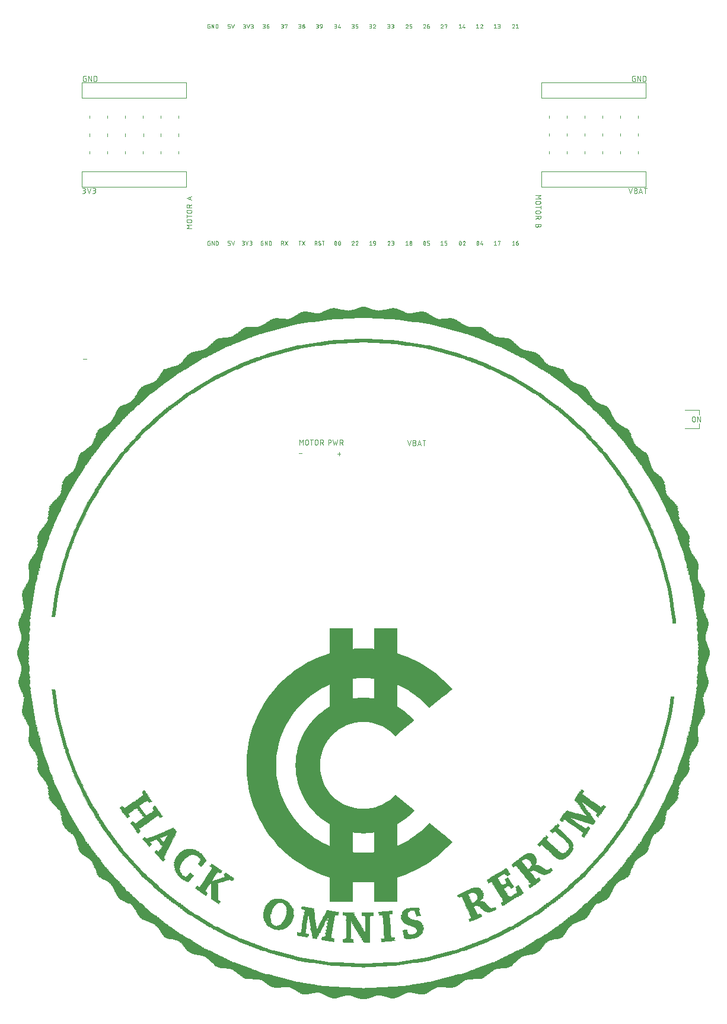
<source format=gbr>
G04 EAGLE Gerber RS-274X export*
G75*
%MOMM*%
%FSLAX34Y34*%
%LPD*%
%AMOC8*
5,1,8,0,0,1.08239X$1,22.5*%
G01*
%ADD10C,0.050800*%
%ADD11R,0.967738X0.080775*%
%ADD12R,1.290319X0.080513*%
%ADD13R,0.723900X0.080769*%
%ADD14R,1.775456X0.080769*%
%ADD15R,1.211575X0.080519*%
%ADD16R,2.258056X0.080519*%
%ADD17R,1.209037X0.080519*%
%ADD18R,2.740656X0.080769*%
%ADD19R,2.258063X0.080519*%
%ADD20R,3.065775X0.080519*%
%ADD21R,2.743200X0.080519*%
%ADD22R,3.548375X0.080519*%
%ADD23R,10.965175X0.080769*%
%ADD24R,11.290300X0.080513*%
%ADD25R,0.967738X0.080769*%
%ADD26R,11.610337X0.080769*%
%ADD27R,1.694181X0.080519*%
%ADD28R,12.095481X0.080519*%
%ADD29R,2.258056X0.080769*%
%ADD30R,12.580619X0.080769*%
%ADD31R,2.176781X0.080769*%
%ADD32R,18.544538X0.080519*%
%ADD33R,18.869656X0.080769*%
%ADD34R,19.189700X0.080519*%
%ADD35R,19.352256X0.080769*%
%ADD36R,19.674838X0.080519*%
%ADD37R,19.997419X0.080769*%
%ADD38R,20.320000X0.080513*%
%ADD39R,10.078719X0.080519*%
%ADD40R,1.049019X0.080769*%
%ADD41R,8.628375X0.080769*%
%ADD42R,8.625838X0.080769*%
%ADD43R,9.593575X0.080519*%
%ADD44R,9.593581X0.080519*%
%ADD45R,8.305800X0.080769*%
%ADD46R,7.823200X0.080519*%
%ADD47R,7.498081X0.080769*%
%ADD48R,7.015475X0.080519*%
%ADD49R,6.692900X0.080769*%
%ADD50R,6.207756X0.080513*%
%ADD51R,5.806438X0.080769*%
%ADD52R,5.402575X0.080519*%
%ADD53R,4.998719X0.080769*%
%ADD54R,4.597400X0.080519*%
%ADD55R,4.594856X0.080519*%
%ADD56R,4.353556X0.080519*%
%ADD57R,4.274819X0.080769*%
%ADD58R,4.193538X0.080519*%
%ADD59R,4.919975X0.080769*%
%ADD60R,4.757419X0.080769*%
%ADD61R,5.725163X0.080513*%
%ADD62R,5.725156X0.080513*%
%ADD63R,5.565138X0.080769*%
%ADD64R,5.161281X0.080769*%
%ADD65R,4.919975X0.080519*%
%ADD66R,4.919981X0.080519*%
%ADD67R,4.356100X0.080769*%
%ADD68R,4.112256X0.080519*%
%ADD69R,3.870956X0.080513*%
%ADD70R,3.870963X0.080513*%
%ADD71R,3.789681X0.080769*%
%ADD72R,3.792219X0.080769*%
%ADD73R,3.627119X0.080519*%
%ADD74R,3.467100X0.080769*%
%ADD75R,3.307081X0.080519*%
%ADD76R,3.304538X0.080769*%
%ADD77R,3.144519X0.080519*%
%ADD78R,3.065781X0.080769*%
%ADD79R,3.063238X0.080519*%
%ADD80R,3.065781X0.080519*%
%ADD81R,3.548381X0.080769*%
%ADD82R,3.548375X0.080769*%
%ADD83R,4.193538X0.080513*%
%ADD84R,0.485137X0.080769*%
%ADD85R,4.274819X0.080519*%
%ADD86R,4.272275X0.080519*%
%ADD87R,6.774175X0.080519*%
%ADD88R,4.033519X0.080769*%
%ADD89R,9.514838X0.080769*%
%ADD90R,3.870963X0.080519*%
%ADD91R,10.482575X0.080519*%
%ADD92R,3.868419X0.080519*%
%ADD93R,3.789675X0.080769*%
%ADD94R,3.629656X0.080513*%
%ADD95R,12.738100X0.080513*%
%ADD96R,3.467100X0.080775*%
%ADD97R,5.643875X0.080775*%
%ADD98R,3.304538X0.080513*%
%ADD99R,4.594856X0.080513*%
%ADD100R,3.225800X0.080769*%
%ADD101R,3.467100X0.080519*%
%ADD102R,2.984500X0.080769*%
%ADD103R,2.900681X0.080519*%
%ADD104R,3.304538X0.080519*%
%ADD105R,2.900675X0.080519*%
%ADD106R,2.821938X0.080519*%
%ADD107R,2.821938X0.080769*%
%ADD108R,2.743200X0.080769*%
%ADD109R,2.661919X0.080513*%
%ADD110R,2.580637X0.080513*%
%ADD111R,2.659375X0.080769*%
%ADD112R,2.418075X0.080769*%
%ADD113R,2.661919X0.080769*%
%ADD114R,2.580637X0.080519*%
%ADD115R,2.176781X0.080519*%
%ADD116R,2.499356X0.080769*%
%ADD117R,2.095500X0.080769*%
%ADD118R,2.501900X0.080769*%
%ADD119R,2.499356X0.080519*%
%ADD120R,2.095500X0.080519*%
%ADD121R,2.740656X0.080519*%
%ADD122R,2.176775X0.080519*%
%ADD123R,3.467100X0.080513*%
%ADD124R,2.095500X0.080513*%
%ADD125R,2.016756X0.080519*%
%ADD126R,3.385819X0.080769*%
%ADD127R,1.935481X0.080769*%
%ADD128R,1.772919X0.080519*%
%ADD129R,1.694181X0.080769*%
%ADD130R,1.691638X0.080769*%
%ADD131R,3.223263X0.080769*%
%ADD132R,1.694175X0.080519*%
%ADD133R,3.063238X0.080769*%
%ADD134R,1.612900X0.080769*%
%ADD135R,2.984500X0.080519*%
%ADD136R,1.534156X0.080519*%
%ADD137R,1.531619X0.080519*%
%ADD138R,2.824481X0.080769*%
%ADD139R,1.531619X0.080769*%
%ADD140R,2.740663X0.080513*%
%ADD141R,1.612900X0.080513*%
%ADD142R,2.740656X0.080513*%
%ADD143R,2.659381X0.080769*%
%ADD144R,1.534156X0.080769*%
%ADD145R,1.534163X0.080519*%
%ADD146R,2.501900X0.080519*%
%ADD147R,1.612900X0.080519*%
%ADD148R,2.418075X0.080519*%
%ADD149R,2.339338X0.080769*%
%ADD150R,2.176775X0.080769*%
%ADD151R,1.610363X0.080769*%
%ADD152R,2.098038X0.080513*%
%ADD153R,1.531619X0.080513*%
%ADD154R,2.098038X0.080519*%
%ADD155R,1.452881X0.080519*%
%ADD156R,1.452875X0.080519*%
%ADD157R,1.450338X0.080769*%
%ADD158R,1.371600X0.080519*%
%ADD159R,2.179319X0.080519*%
%ADD160R,1.290319X0.080769*%
%ADD161R,1.290319X0.080519*%
%ADD162R,1.209037X0.080769*%
%ADD163R,1.211581X0.080519*%
%ADD164R,2.981956X0.080513*%
%ADD165R,1.209037X0.080513*%
%ADD166R,2.984500X0.080513*%
%ADD167R,1.211575X0.080769*%
%ADD168R,1.211581X0.080769*%
%ADD169R,2.981956X0.080519*%
%ADD170R,2.903219X0.080519*%
%ADD171R,2.580637X0.080769*%
%ADD172R,2.499363X0.080513*%
%ADD173R,1.211581X0.080513*%
%ADD174R,2.499356X0.080513*%
%ADD175R,2.336800X0.080769*%
%ADD176R,2.339338X0.080519*%
%ADD177R,2.258063X0.080769*%
%ADD178R,2.016756X0.080775*%
%ADD179R,1.127763X0.080775*%
%ADD180R,1.130300X0.080775*%
%ADD181R,1.935475X0.080513*%
%ADD182R,1.127756X0.080513*%
%ADD183R,1.935481X0.080513*%
%ADD184R,1.932938X0.080769*%
%ADD185R,1.935481X0.080519*%
%ADD186R,1.049019X0.080519*%
%ADD187R,1.854200X0.080769*%
%ADD188R,1.046475X0.080769*%
%ADD189R,1.854200X0.080519*%
%ADD190R,1.856738X0.080519*%
%ADD191R,1.046475X0.080519*%
%ADD192R,1.046481X0.080513*%
%ADD193R,1.932938X0.080513*%
%ADD194R,2.098038X0.080769*%
%ADD195R,2.255519X0.080769*%
%ADD196R,2.420619X0.080519*%
%ADD197R,2.418081X0.080769*%
%ADD198R,1.046481X0.080769*%
%ADD199R,0.967738X0.080519*%
%ADD200R,2.578100X0.080519*%
%ADD201R,1.046475X0.080513*%
%ADD202R,2.336800X0.080519*%
%ADD203R,1.046481X0.080519*%
%ADD204R,2.179319X0.080769*%
%ADD205R,0.967738X0.080513*%
%ADD206R,2.014219X0.080769*%
%ADD207R,2.014219X0.080519*%
%ADD208R,1.935475X0.080769*%
%ADD209R,0.886456X0.080769*%
%ADD210R,0.889000X0.080769*%
%ADD211R,0.886456X0.080519*%
%ADD212R,1.856738X0.080769*%
%ADD213R,0.886463X0.080769*%
%ADD214R,1.691638X0.080513*%
%ADD215R,0.886456X0.080513*%
%ADD216R,0.889000X0.080513*%
%ADD217R,1.694181X0.080513*%
%ADD218R,1.694175X0.080769*%
%ADD219R,1.691638X0.080519*%
%ADD220R,0.889000X0.080519*%
%ADD221R,1.772919X0.080769*%
%ADD222R,1.935475X0.080519*%
%ADD223R,2.420619X0.080769*%
%ADD224R,2.418081X0.080519*%
%ADD225R,2.258056X0.080513*%
%ADD226R,2.339338X0.080513*%
%ADD227R,2.255519X0.080519*%
%ADD228R,0.805181X0.080769*%
%ADD229R,2.016763X0.080513*%
%ADD230R,0.805175X0.080513*%
%ADD231R,2.016756X0.080513*%
%ADD232R,0.807719X0.080775*%
%ADD233R,0.807719X0.080513*%
%ADD234R,0.805175X0.080769*%
%ADD235R,1.775456X0.080519*%
%ADD236R,0.805181X0.080519*%
%ADD237R,0.807719X0.080769*%
%ADD238R,0.807719X0.080519*%
%ADD239R,0.805175X0.080519*%
%ADD240R,0.805181X0.080513*%
%ADD241R,1.450338X0.080519*%
%ADD242R,1.452875X0.080769*%
%ADD243R,1.452881X0.080769*%
%ADD244R,0.886463X0.080519*%
%ADD245R,1.775463X0.080769*%
%ADD246R,1.932938X0.080519*%
%ADD247R,2.016756X0.080769*%
%ADD248R,2.176775X0.080513*%
%ADD249R,2.179319X0.080513*%
%ADD250R,0.726438X0.080519*%
%ADD251R,0.723900X0.080513*%
%ADD252R,0.726438X0.080513*%
%ADD253R,0.726438X0.080769*%
%ADD254R,1.775463X0.080519*%
%ADD255R,1.369056X0.080769*%
%ADD256R,1.371600X0.080513*%
%ADD257R,0.723900X0.080519*%
%ADD258R,1.694175X0.080513*%
%ADD259R,1.694181X0.080775*%
%ADD260R,0.726438X0.080775*%
%ADD261R,1.691638X0.080775*%
%ADD262R,1.854200X0.080513*%
%ADD263R,1.772919X0.080513*%
%ADD264R,2.016763X0.080519*%
%ADD265R,0.645156X0.080519*%
%ADD266R,0.645163X0.080769*%
%ADD267R,0.642619X0.080769*%
%ADD268R,0.645156X0.080769*%
%ADD269R,0.645156X0.080513*%
%ADD270R,0.645163X0.080519*%
%ADD271R,1.369056X0.080513*%
%ADD272R,1.371600X0.080769*%
%ADD273R,1.369056X0.080519*%
%ADD274R,0.642619X0.080519*%
%ADD275R,0.645163X0.080513*%
%ADD276R,0.563875X0.080519*%
%ADD277R,0.563875X0.080513*%
%ADD278R,1.775463X0.080513*%
%ADD279R,1.694175X0.080775*%
%ADD280R,0.645156X0.080775*%
%ADD281R,0.566419X0.080769*%
%ADD282R,0.563881X0.080769*%
%ADD283R,0.563875X0.080769*%
%ADD284R,0.563881X0.080519*%
%ADD285R,1.452875X0.080513*%
%ADD286R,1.856738X0.080513*%
%ADD287R,0.563881X0.080513*%
%ADD288R,0.566419X0.080519*%
%ADD289R,0.642619X0.080513*%
%ADD290R,0.566419X0.080513*%
%ADD291R,1.287781X0.080519*%
%ADD292R,1.287781X0.080769*%
%ADD293R,1.130300X0.080513*%
%ADD294R,1.209037X0.080775*%
%ADD295R,0.566419X0.080775*%
%ADD296R,0.563875X0.080775*%
%ADD297R,1.127763X0.080513*%
%ADD298R,1.127756X0.080769*%
%ADD299R,1.127763X0.080769*%
%ADD300R,1.127756X0.080519*%
%ADD301R,1.130300X0.080519*%
%ADD302R,1.610356X0.080519*%
%ADD303R,1.450338X0.080513*%
%ADD304R,1.452881X0.080513*%
%ADD305R,1.130300X0.080769*%
%ADD306R,1.287775X0.080519*%
%ADD307R,1.371600X0.080775*%
%ADD308R,0.482600X0.080769*%
%ADD309R,1.610363X0.080519*%
%ADD310R,0.485137X0.080519*%
%ADD311R,0.482600X0.080519*%
%ADD312R,0.485137X0.080513*%
%ADD313R,1.612900X0.080775*%
%ADD314R,1.369063X0.080519*%
%ADD315R,1.534156X0.080513*%
%ADD316R,1.534156X0.080775*%
%ADD317R,0.563881X0.080775*%
%ADD318R,0.482600X0.080513*%
%ADD319R,1.369056X0.080775*%
%ADD320R,1.610363X0.080513*%
%ADD321R,1.287775X0.080769*%
%ADD322R,1.775456X0.080513*%
%ADD323R,1.450338X0.080775*%
%ADD324R,0.723900X0.080775*%
%ADD325R,1.610356X0.080769*%
%ADD326R,2.016763X0.080769*%
%ADD327R,2.014219X0.080513*%
%ADD328R,2.176775X0.080775*%
%ADD329R,0.805175X0.080775*%
%ADD330R,0.805181X0.080775*%
%ADD331R,2.179319X0.080775*%
%ADD332R,2.176781X0.080513*%
%ADD333R,1.534163X0.080769*%
%ADD334R,0.886463X0.080513*%
%ADD335R,2.095500X0.080775*%
%ADD336R,1.049019X0.080513*%
%ADD337R,2.501900X0.080513*%
%ADD338R,2.578100X0.080769*%
%ADD339R,2.661919X0.080519*%
%ADD340R,0.965200X0.080769*%
%ADD341R,1.127763X0.080519*%
%ADD342R,2.578100X0.080513*%
%ADD343R,2.740663X0.080769*%
%ADD344R,2.900681X0.080769*%
%ADD345R,2.903219X0.080769*%
%ADD346R,2.981963X0.080519*%
%ADD347R,2.903219X0.080513*%
%ADD348R,2.659381X0.080775*%
%ADD349R,1.610356X0.080775*%
%ADD350R,2.743200X0.080513*%
%ADD351R,3.307075X0.080519*%
%ADD352R,3.388362X0.080769*%
%ADD353R,3.388356X0.080769*%
%ADD354R,3.548381X0.080519*%
%ADD355R,3.225800X0.080519*%
%ADD356R,2.981963X0.080769*%
%ADD357R,2.255519X0.080513*%
%ADD358R,3.147063X0.080769*%
%ADD359R,3.144519X0.080769*%
%ADD360R,3.065775X0.080769*%
%ADD361R,3.870956X0.080769*%
%ADD362R,3.870963X0.080769*%
%ADD363R,3.385819X0.080513*%
%ADD364R,4.919981X0.080513*%
%ADD365R,6.045200X0.080769*%
%ADD366R,6.047738X0.080769*%
%ADD367R,3.708400X0.080519*%
%ADD368R,12.255500X0.080519*%
%ADD369R,11.290300X0.080769*%
%ADD370R,3.952238X0.080519*%
%ADD371R,10.160000X0.080519*%
%ADD372R,3.949700X0.080519*%
%ADD373R,8.869681X0.080519*%
%ADD374R,4.193538X0.080769*%
%ADD375R,5.646419X0.080769*%
%ADD376R,4.272275X0.080769*%
%ADD377R,3.949700X0.080513*%
%ADD378R,3.952238X0.080513*%
%ADD379R,3.307075X0.080769*%
%ADD380R,3.307081X0.080769*%
%ADD381R,3.385819X0.080519*%
%ADD382R,3.388356X0.080519*%
%ADD383R,3.629663X0.080519*%
%ADD384R,3.629656X0.080519*%
%ADD385R,3.708400X0.080513*%
%ADD386R,3.710938X0.080513*%
%ADD387R,3.949700X0.080769*%
%ADD388R,4.191000X0.080519*%
%ADD389R,4.434838X0.080769*%
%ADD390R,4.836156X0.080769*%
%ADD391R,5.080000X0.080519*%
%ADD392R,5.321300X0.080769*%
%ADD393R,5.402581X0.080519*%
%ADD394R,5.722619X0.080513*%
%ADD395R,4.191000X0.080769*%
%ADD396R,4.356100X0.080519*%
%ADD397R,4.513581X0.080769*%
%ADD398R,4.516119X0.080769*%
%ADD399R,4.676138X0.080519*%
%ADD400R,4.678681X0.080519*%
%ADD401R,5.483856X0.080513*%
%ADD402R,5.483862X0.080513*%
%ADD403R,5.966456X0.080775*%
%ADD404R,6.289038X0.080513*%
%ADD405R,6.774181X0.080769*%
%ADD406R,7.256775X0.080519*%
%ADD407R,7.579356X0.080769*%
%ADD408R,8.064500X0.080519*%
%ADD409R,8.628381X0.080519*%
%ADD410R,8.628375X0.080519*%
%ADD411R,7.823200X0.080769*%
%ADD412R,9.113519X0.080513*%
%ADD413R,20.480019X0.080769*%
%ADD414R,20.159975X0.080519*%
%ADD415R,19.834856X0.080769*%
%ADD416R,19.029681X0.080519*%
%ADD417R,18.707100X0.080769*%
%ADD418R,12.418056X0.080769*%
%ADD419R,11.935456X0.080513*%
%ADD420R,11.610337X0.080519*%
%ADD421R,3.147056X0.080519*%
%ADD422R,0.322581X0.080769*%
%ADD423R,0.322575X0.080769*%
%ADD424C,0.076200*%
%ADD425C,0.101600*%
%ADD426R,0.241300X0.080769*%
%ADD427R,0.160019X0.080519*%
%ADD428R,0.403856X0.080769*%
%ADD429R,0.160019X0.080513*%
%ADD430R,1.287775X0.080775*%
%ADD431R,0.886456X0.080775*%
%ADD432R,1.046481X0.080775*%
%ADD433R,0.645163X0.080775*%
%ADD434R,2.418081X0.080513*%
%ADD435R,0.081275X0.080513*%
%ADD436R,0.322581X0.080519*%
%ADD437R,0.243838X0.080769*%
%ADD438R,0.241300X0.080519*%
%ADD439R,0.081281X0.080769*%
%ADD440R,0.243838X0.080519*%
%ADD441R,0.162556X0.080769*%
%ADD442R,0.965200X0.080519*%
%ADD443R,0.965200X0.080513*%
%ADD444R,1.610356X0.080513*%
%ADD445R,0.965200X0.080775*%
%ADD446R,1.211581X0.080775*%
%ADD447R,1.127756X0.080775*%
%ADD448R,0.322575X0.080519*%
%ADD449R,0.162556X0.080513*%
%ADD450R,0.403856X0.080513*%
%ADD451R,3.063238X0.080513*%
%ADD452R,0.241300X0.080513*%
%ADD453R,0.403863X0.080769*%
%ADD454R,0.401319X0.080519*%
%ADD455R,4.757419X0.080519*%
%ADD456R,0.403856X0.080519*%
%ADD457R,0.160019X0.080769*%
%ADD458R,0.162562X0.080519*%
%ADD459R,0.401319X0.080769*%
%ADD460R,0.241300X0.080775*%
%ADD461R,0.403863X0.080513*%
%ADD462R,2.499363X0.080769*%
%ADD463R,3.469638X0.080769*%
%ADD464R,0.243838X0.080513*%
%ADD465R,0.081281X0.080519*%
%ADD466R,0.162556X0.080519*%
%ADD467R,0.081275X0.080519*%
%ADD468R,1.772919X0.080775*%
%ADD469R,0.078738X0.080769*%
%ADD470R,4.597400X0.080769*%
%ADD471R,4.434838X0.080519*%
%ADD472R,4.353556X0.080769*%
%ADD473R,2.821938X0.080513*%
%ADD474R,0.078738X0.080519*%
%ADD475R,0.322581X0.080513*%
%ADD476R,0.081281X0.080775*%

G36*
X484369Y145196D02*
X484369Y145196D01*
X484368Y145197D01*
X484369Y145197D01*
X484369Y173551D01*
X487938Y173284D01*
X493896Y172952D01*
X493897Y172952D01*
X499864Y172850D01*
X505831Y172952D01*
X511789Y173284D01*
X515358Y173551D01*
X515358Y145197D01*
X515362Y145192D01*
X515363Y145192D01*
X548400Y145192D01*
X548404Y145196D01*
X548404Y145197D01*
X548405Y145197D01*
X548405Y180000D01*
X550739Y180734D01*
X556557Y182712D01*
X556557Y182713D01*
X562299Y184904D01*
X567955Y187306D01*
X573519Y189915D01*
X578983Y192728D01*
X584340Y195741D01*
X589581Y198950D01*
X594700Y202351D01*
X599690Y205938D01*
X599691Y205938D01*
X604544Y209707D01*
X604545Y209707D01*
X609256Y213651D01*
X609257Y213651D01*
X613820Y217766D01*
X618230Y222046D01*
X622481Y226484D01*
X626567Y231075D01*
X626567Y231076D01*
X626568Y231077D01*
X626567Y231078D01*
X626567Y231081D01*
X626567Y231082D01*
X621896Y234928D01*
X617224Y238774D01*
X612552Y242620D01*
X607880Y246467D01*
X603209Y250313D01*
X598537Y254159D01*
X593865Y258006D01*
X593859Y258005D01*
X590007Y253785D01*
X585965Y249746D01*
X581744Y245896D01*
X577353Y242242D01*
X572801Y238788D01*
X568098Y235543D01*
X563253Y232515D01*
X558275Y229711D01*
X553174Y227141D01*
X548405Y224906D01*
X548405Y255994D01*
X550005Y256962D01*
X554935Y260147D01*
X554936Y260147D01*
X559660Y263630D01*
X559661Y263630D01*
X564165Y267395D01*
X568433Y271425D01*
X568433Y271426D01*
X572454Y275702D01*
X572454Y275708D01*
X572453Y275708D01*
X572453Y275709D01*
X567966Y279406D01*
X563479Y283102D01*
X558992Y286799D01*
X554504Y290496D01*
X550017Y294193D01*
X545530Y297889D01*
X545523Y297889D01*
X541479Y293872D01*
X537085Y290240D01*
X532375Y287028D01*
X527390Y284265D01*
X522169Y281973D01*
X516759Y280175D01*
X511207Y278883D01*
X505558Y278106D01*
X505550Y278106D01*
X505441Y278101D01*
X505440Y278101D01*
X505331Y278096D01*
X505221Y278091D01*
X505112Y278086D01*
X505111Y278086D01*
X505002Y278081D01*
X504893Y278076D01*
X504892Y278076D01*
X504783Y278071D01*
X504674Y278066D01*
X504673Y278066D01*
X504564Y278061D01*
X504455Y278056D01*
X504454Y278056D01*
X504345Y278051D01*
X504236Y278046D01*
X504235Y278046D01*
X504126Y278041D01*
X504016Y278036D01*
X503907Y278031D01*
X503906Y278031D01*
X503797Y278027D01*
X503797Y278026D01*
X503688Y278022D01*
X503687Y278022D01*
X503578Y278017D01*
X503469Y278012D01*
X503468Y278012D01*
X503359Y278007D01*
X503250Y278002D01*
X503249Y278002D01*
X503140Y277997D01*
X503031Y277992D01*
X503030Y277992D01*
X502921Y277987D01*
X502811Y277982D01*
X502702Y277977D01*
X502701Y277977D01*
X502592Y277972D01*
X502483Y277967D01*
X502482Y277967D01*
X502373Y277962D01*
X502264Y277957D01*
X502263Y277957D01*
X502154Y277952D01*
X502045Y277947D01*
X502044Y277947D01*
X501935Y277942D01*
X501826Y277937D01*
X501825Y277937D01*
X501716Y277932D01*
X501606Y277927D01*
X501497Y277922D01*
X501496Y277922D01*
X501387Y277917D01*
X501278Y277912D01*
X501277Y277912D01*
X501168Y277907D01*
X501059Y277902D01*
X501058Y277902D01*
X500949Y277897D01*
X500840Y277892D01*
X500839Y277892D01*
X500730Y277887D01*
X500621Y277882D01*
X500620Y277882D01*
X500511Y277877D01*
X500401Y277872D01*
X500292Y277868D01*
X500291Y277868D01*
X500291Y277867D01*
X500182Y277863D01*
X500073Y277858D01*
X500072Y277858D01*
X499963Y277853D01*
X499864Y277848D01*
X499771Y277853D01*
X499669Y277858D01*
X499567Y277863D01*
X499566Y277863D01*
X499465Y277867D01*
X499465Y277868D01*
X499464Y277868D01*
X499363Y277872D01*
X499362Y277872D01*
X499260Y277877D01*
X499158Y277882D01*
X499056Y277887D01*
X498954Y277892D01*
X498852Y277897D01*
X498750Y277902D01*
X498749Y277902D01*
X498648Y277907D01*
X498647Y277907D01*
X498546Y277912D01*
X498545Y277912D01*
X498443Y277917D01*
X498341Y277922D01*
X498239Y277927D01*
X498137Y277932D01*
X498035Y277937D01*
X498034Y277937D01*
X497933Y277942D01*
X497932Y277942D01*
X497831Y277947D01*
X497830Y277947D01*
X497728Y277952D01*
X497626Y277957D01*
X497524Y277962D01*
X497422Y277967D01*
X497320Y277972D01*
X497218Y277977D01*
X497217Y277977D01*
X497116Y277982D01*
X497115Y277982D01*
X497014Y277987D01*
X497013Y277987D01*
X496911Y277992D01*
X496809Y277997D01*
X496707Y278002D01*
X496605Y278007D01*
X496503Y278012D01*
X496502Y278012D01*
X496401Y278017D01*
X496400Y278017D01*
X496299Y278022D01*
X496298Y278022D01*
X496196Y278026D01*
X496196Y278027D01*
X496094Y278031D01*
X495992Y278036D01*
X495890Y278041D01*
X495788Y278046D01*
X495787Y278046D01*
X495686Y278051D01*
X495685Y278051D01*
X495584Y278056D01*
X495583Y278056D01*
X495482Y278061D01*
X495481Y278061D01*
X495379Y278066D01*
X495277Y278071D01*
X495175Y278076D01*
X495073Y278081D01*
X494971Y278086D01*
X494970Y278086D01*
X494869Y278091D01*
X494868Y278091D01*
X494767Y278096D01*
X494766Y278096D01*
X494664Y278101D01*
X494562Y278106D01*
X494460Y278111D01*
X494358Y278116D01*
X494256Y278121D01*
X494255Y278121D01*
X494154Y278126D01*
X494153Y278126D01*
X494052Y278131D01*
X494051Y278131D01*
X493950Y278136D01*
X493949Y278136D01*
X493847Y278141D01*
X493788Y278144D01*
X487771Y279033D01*
X481871Y280513D01*
X476147Y282568D01*
X470653Y285177D01*
X465440Y288314D01*
X460560Y291943D01*
X456054Y296030D01*
X451967Y300535D01*
X448337Y305417D01*
X445201Y310629D01*
X442591Y316123D01*
X440536Y321848D01*
X439056Y327748D01*
X438167Y333765D01*
X437871Y339841D01*
X438167Y345916D01*
X439056Y351933D01*
X440536Y357834D01*
X442591Y363558D01*
X445200Y369052D01*
X448337Y374264D01*
X451966Y379145D01*
X456053Y383650D01*
X460558Y387737D01*
X465440Y391367D01*
X470652Y394503D01*
X476146Y397113D01*
X481871Y399169D01*
X487771Y400648D01*
X493788Y401537D01*
X499864Y401833D01*
X505558Y401575D01*
X511207Y400798D01*
X516758Y399507D01*
X522168Y397708D01*
X527388Y395418D01*
X532375Y392654D01*
X537084Y389442D01*
X541479Y385810D01*
X545523Y381793D01*
X545530Y381792D01*
X550017Y385489D01*
X554504Y389185D01*
X558991Y392882D01*
X563479Y396579D01*
X567966Y400275D01*
X572453Y403972D01*
X572453Y403974D01*
X572454Y403978D01*
X572453Y403978D01*
X572454Y403979D01*
X568440Y408262D01*
X568439Y408262D01*
X564172Y412294D01*
X559666Y416057D01*
X554938Y419536D01*
X550005Y422720D01*
X548405Y423721D01*
X548405Y454775D01*
X553174Y452508D01*
X558278Y449940D01*
X563258Y447138D01*
X568103Y444111D01*
X572806Y440867D01*
X577357Y437413D01*
X581748Y433756D01*
X585968Y429904D01*
X590008Y425864D01*
X593858Y421643D01*
X593865Y421643D01*
X598536Y425493D01*
X603208Y429344D01*
X607880Y433195D01*
X612552Y437046D01*
X617224Y440897D01*
X621895Y444748D01*
X626567Y448599D01*
X626567Y448601D01*
X626568Y448601D01*
X626568Y448602D01*
X626568Y448606D01*
X622482Y453196D01*
X622481Y453196D01*
X622481Y453197D01*
X618231Y457634D01*
X613821Y461914D01*
X609257Y466029D01*
X604545Y469974D01*
X599690Y473743D01*
X594700Y477330D01*
X589582Y480730D01*
X584341Y483939D01*
X578985Y486952D01*
X573521Y489765D01*
X567956Y492375D01*
X562299Y494777D01*
X556558Y496969D01*
X550739Y498948D01*
X548405Y499682D01*
X548405Y535487D01*
X548400Y535492D01*
X548400Y535491D01*
X548400Y535492D01*
X515363Y535492D01*
X515358Y535487D01*
X515358Y506164D01*
X515328Y506166D01*
X515252Y506171D01*
X515176Y506176D01*
X515175Y506176D01*
X515100Y506181D01*
X515099Y506181D01*
X515023Y506186D01*
X514947Y506191D01*
X514871Y506196D01*
X514795Y506201D01*
X514719Y506206D01*
X514643Y506211D01*
X514567Y506215D01*
X514491Y506220D01*
X514415Y506225D01*
X514339Y506230D01*
X514263Y506235D01*
X514262Y506235D01*
X514187Y506240D01*
X514186Y506240D01*
X514110Y506245D01*
X514034Y506250D01*
X513958Y506255D01*
X513882Y506260D01*
X513806Y506265D01*
X513730Y506270D01*
X513654Y506275D01*
X513578Y506280D01*
X513502Y506285D01*
X513426Y506290D01*
X513350Y506295D01*
X513274Y506300D01*
X513273Y506300D01*
X513198Y506305D01*
X513197Y506305D01*
X513121Y506310D01*
X513045Y506315D01*
X512969Y506320D01*
X512893Y506325D01*
X512817Y506330D01*
X512741Y506335D01*
X512665Y506340D01*
X512589Y506345D01*
X512513Y506350D01*
X512437Y506355D01*
X512361Y506360D01*
X512360Y506360D01*
X512285Y506365D01*
X512284Y506365D01*
X512208Y506370D01*
X512132Y506374D01*
X512056Y506379D01*
X511980Y506384D01*
X511904Y506389D01*
X511828Y506394D01*
X511789Y506397D01*
X511746Y506399D01*
X511745Y506399D01*
X511657Y506404D01*
X511656Y506404D01*
X511567Y506409D01*
X511478Y506414D01*
X511389Y506419D01*
X511300Y506424D01*
X511211Y506429D01*
X511122Y506434D01*
X511033Y506439D01*
X511032Y506439D01*
X510944Y506444D01*
X510943Y506444D01*
X510854Y506449D01*
X510765Y506454D01*
X510676Y506459D01*
X510587Y506464D01*
X510498Y506469D01*
X510409Y506474D01*
X510320Y506479D01*
X510319Y506479D01*
X510231Y506484D01*
X510230Y506484D01*
X510141Y506489D01*
X510052Y506494D01*
X509963Y506499D01*
X509874Y506504D01*
X509785Y506509D01*
X509696Y506514D01*
X509607Y506519D01*
X509606Y506519D01*
X509518Y506524D01*
X509517Y506524D01*
X509428Y506528D01*
X509428Y506529D01*
X509339Y506533D01*
X509250Y506538D01*
X509161Y506543D01*
X509072Y506548D01*
X508983Y506553D01*
X508894Y506558D01*
X508893Y506558D01*
X508805Y506563D01*
X508804Y506563D01*
X508715Y506568D01*
X508626Y506573D01*
X508537Y506578D01*
X508448Y506583D01*
X508359Y506588D01*
X508270Y506593D01*
X508181Y506598D01*
X508180Y506598D01*
X508092Y506603D01*
X508091Y506603D01*
X508002Y506608D01*
X507913Y506613D01*
X507824Y506618D01*
X507735Y506623D01*
X507646Y506628D01*
X507557Y506633D01*
X507468Y506638D01*
X507467Y506638D01*
X507379Y506643D01*
X507378Y506643D01*
X507289Y506648D01*
X507200Y506653D01*
X507111Y506658D01*
X507022Y506663D01*
X506933Y506668D01*
X506844Y506673D01*
X506843Y506673D01*
X506755Y506678D01*
X506754Y506678D01*
X506666Y506683D01*
X506665Y506683D01*
X506576Y506687D01*
X506576Y506688D01*
X506487Y506692D01*
X506398Y506697D01*
X506309Y506702D01*
X506220Y506707D01*
X506131Y506712D01*
X506130Y506712D01*
X506042Y506717D01*
X506041Y506717D01*
X505953Y506722D01*
X505952Y506722D01*
X505863Y506727D01*
X505831Y506729D01*
X505830Y506729D01*
X505648Y506732D01*
X505646Y506732D01*
X505358Y506737D01*
X505357Y506737D01*
X505069Y506742D01*
X505067Y506742D01*
X504779Y506747D01*
X504777Y506747D01*
X504489Y506752D01*
X504487Y506752D01*
X504199Y506757D01*
X504197Y506757D01*
X503909Y506762D01*
X503908Y506762D01*
X503620Y506767D01*
X503618Y506767D01*
X503330Y506772D01*
X503328Y506772D01*
X503040Y506777D01*
X503038Y506777D01*
X502750Y506782D01*
X502749Y506782D01*
X502461Y506787D01*
X502459Y506787D01*
X502171Y506792D01*
X502169Y506792D01*
X501881Y506797D01*
X501879Y506797D01*
X501591Y506802D01*
X501590Y506802D01*
X501302Y506807D01*
X501301Y506807D01*
X501300Y506807D01*
X501012Y506812D01*
X501010Y506812D01*
X500722Y506817D01*
X500720Y506817D01*
X500432Y506822D01*
X500430Y506822D01*
X500142Y506827D01*
X500141Y506827D01*
X499864Y506831D01*
X499863Y506831D01*
X499586Y506827D01*
X499585Y506827D01*
X499297Y506822D01*
X499295Y506822D01*
X499007Y506817D01*
X499005Y506817D01*
X498717Y506812D01*
X498715Y506812D01*
X498427Y506807D01*
X498426Y506807D01*
X498138Y506802D01*
X498136Y506802D01*
X497848Y506797D01*
X497846Y506797D01*
X497558Y506792D01*
X497556Y506792D01*
X497268Y506787D01*
X497267Y506787D01*
X496979Y506782D01*
X496977Y506782D01*
X496689Y506777D01*
X496687Y506777D01*
X496399Y506772D01*
X496397Y506772D01*
X496109Y506767D01*
X496108Y506767D01*
X495820Y506762D01*
X495818Y506762D01*
X495530Y506757D01*
X495528Y506757D01*
X495240Y506752D01*
X495238Y506752D01*
X494950Y506747D01*
X494949Y506747D01*
X494661Y506742D01*
X494659Y506742D01*
X494371Y506737D01*
X494369Y506737D01*
X494081Y506732D01*
X494079Y506732D01*
X493897Y506729D01*
X493864Y506727D01*
X493775Y506722D01*
X493686Y506717D01*
X493597Y506712D01*
X493508Y506707D01*
X493507Y506707D01*
X493419Y506702D01*
X493418Y506702D01*
X493329Y506697D01*
X493240Y506692D01*
X493151Y506688D01*
X493062Y506683D01*
X492973Y506678D01*
X492884Y506673D01*
X492883Y506673D01*
X492795Y506668D01*
X492794Y506668D01*
X492706Y506663D01*
X492705Y506663D01*
X492616Y506658D01*
X492527Y506653D01*
X492438Y506648D01*
X492349Y506643D01*
X492260Y506638D01*
X492171Y506633D01*
X492170Y506633D01*
X492082Y506628D01*
X492081Y506628D01*
X491992Y506623D01*
X491903Y506618D01*
X491814Y506613D01*
X491725Y506608D01*
X491636Y506603D01*
X491547Y506598D01*
X491458Y506593D01*
X491457Y506593D01*
X491369Y506588D01*
X491368Y506588D01*
X491279Y506583D01*
X491190Y506578D01*
X491101Y506573D01*
X491012Y506568D01*
X490923Y506563D01*
X490834Y506558D01*
X490745Y506553D01*
X490744Y506553D01*
X490656Y506548D01*
X490655Y506548D01*
X490566Y506543D01*
X490477Y506538D01*
X490388Y506533D01*
X490299Y506529D01*
X490210Y506524D01*
X490121Y506519D01*
X490120Y506519D01*
X490032Y506514D01*
X490031Y506514D01*
X489943Y506509D01*
X489942Y506509D01*
X489853Y506504D01*
X489764Y506499D01*
X489675Y506494D01*
X489586Y506489D01*
X489497Y506484D01*
X489408Y506479D01*
X489407Y506479D01*
X489319Y506474D01*
X489318Y506474D01*
X489229Y506469D01*
X489140Y506464D01*
X489051Y506459D01*
X488962Y506454D01*
X488873Y506449D01*
X488784Y506444D01*
X488695Y506439D01*
X488694Y506439D01*
X488606Y506434D01*
X488605Y506434D01*
X488516Y506429D01*
X488427Y506424D01*
X488338Y506419D01*
X488249Y506414D01*
X488160Y506409D01*
X488071Y506404D01*
X488070Y506404D01*
X487982Y506399D01*
X487981Y506399D01*
X487938Y506397D01*
X487899Y506394D01*
X487823Y506389D01*
X487747Y506384D01*
X487671Y506379D01*
X487595Y506374D01*
X487519Y506370D01*
X487443Y506365D01*
X487442Y506365D01*
X487367Y506360D01*
X487366Y506360D01*
X487290Y506355D01*
X487214Y506350D01*
X487138Y506345D01*
X487062Y506340D01*
X486986Y506335D01*
X486910Y506330D01*
X486834Y506325D01*
X486758Y506320D01*
X486682Y506315D01*
X486606Y506310D01*
X486530Y506305D01*
X486454Y506300D01*
X486453Y506300D01*
X486378Y506295D01*
X486377Y506295D01*
X486301Y506290D01*
X486225Y506285D01*
X486149Y506280D01*
X486073Y506275D01*
X485997Y506270D01*
X485921Y506265D01*
X485845Y506260D01*
X485769Y506255D01*
X485693Y506250D01*
X485617Y506245D01*
X485541Y506240D01*
X485540Y506240D01*
X485465Y506235D01*
X485464Y506235D01*
X485388Y506230D01*
X485312Y506225D01*
X485236Y506220D01*
X485160Y506215D01*
X485084Y506211D01*
X485008Y506206D01*
X484932Y506201D01*
X484856Y506196D01*
X484780Y506191D01*
X484704Y506186D01*
X484628Y506181D01*
X484552Y506176D01*
X484551Y506176D01*
X484476Y506171D01*
X484475Y506171D01*
X484399Y506166D01*
X484369Y506164D01*
X484369Y535487D01*
X484364Y535492D01*
X484364Y535491D01*
X484364Y535492D01*
X451328Y535492D01*
X451323Y535487D01*
X451323Y499682D01*
X449022Y498948D01*
X449021Y498948D01*
X443151Y496956D01*
X437357Y494750D01*
X431648Y492334D01*
X431648Y492333D01*
X431648Y492334D01*
X426032Y489708D01*
X426031Y489708D01*
X420516Y486877D01*
X415110Y483843D01*
X409820Y480611D01*
X404655Y477183D01*
X399620Y473566D01*
X394724Y469763D01*
X394723Y469763D01*
X389973Y465780D01*
X385374Y461623D01*
X380934Y457296D01*
X376659Y452808D01*
X372553Y448162D01*
X368624Y443367D01*
X364877Y438428D01*
X361317Y433353D01*
X357949Y428149D01*
X354777Y422823D01*
X354777Y422822D01*
X351806Y417381D01*
X351805Y417381D01*
X349040Y411833D01*
X349039Y411833D01*
X346482Y406185D01*
X344137Y400446D01*
X342008Y394625D01*
X342008Y394624D01*
X340097Y388727D01*
X340097Y388726D01*
X338407Y382762D01*
X336939Y376739D01*
X336940Y376739D01*
X336939Y376739D01*
X335697Y370667D01*
X335697Y370666D01*
X334679Y364551D01*
X333888Y358403D01*
X333324Y352230D01*
X333324Y352229D01*
X332986Y346040D01*
X332873Y339841D01*
X332986Y333642D01*
X333324Y327452D01*
X333888Y321278D01*
X334679Y315129D01*
X335697Y309014D01*
X336940Y302941D01*
X338407Y296917D01*
X340098Y290952D01*
X342009Y285055D01*
X344138Y279233D01*
X346483Y273494D01*
X349040Y267847D01*
X351806Y262299D01*
X354777Y256858D01*
X357949Y251532D01*
X357949Y251531D01*
X361318Y246327D01*
X364878Y241252D01*
X368626Y236313D01*
X372554Y231518D01*
X372555Y231518D01*
X376660Y226873D01*
X376660Y226872D01*
X380935Y222384D01*
X385376Y218058D01*
X389974Y213901D01*
X389974Y213900D01*
X394725Y209918D01*
X399620Y206115D01*
X399621Y206115D01*
X404655Y202498D01*
X409820Y199071D01*
X409821Y199071D01*
X415111Y195838D01*
X420517Y192804D01*
X426032Y189973D01*
X431648Y187348D01*
X437357Y184932D01*
X443150Y182726D01*
X449021Y180734D01*
X449022Y180734D01*
X451323Y180000D01*
X451323Y145197D01*
X451327Y145192D01*
X451328Y145192D01*
X484364Y145192D01*
X484369Y145196D01*
G37*
%LPC*%
G36*
X446554Y227141D02*
X446554Y227141D01*
X441095Y229897D01*
X435780Y232920D01*
X430621Y236203D01*
X425630Y239736D01*
X420820Y243511D01*
X416200Y247518D01*
X411783Y251746D01*
X407576Y256185D01*
X403592Y260822D01*
X399837Y265648D01*
X396320Y270651D01*
X393050Y275817D01*
X390034Y281137D01*
X387280Y286596D01*
X384794Y292183D01*
X382583Y297884D01*
X380653Y303686D01*
X379010Y309577D01*
X377658Y315541D01*
X376602Y321563D01*
X375846Y327631D01*
X375391Y333729D01*
X375239Y339841D01*
X375391Y345953D01*
X375846Y352050D01*
X376602Y358117D01*
X377658Y364139D01*
X379009Y370101D01*
X380652Y375990D01*
X380652Y375991D01*
X382581Y381792D01*
X384791Y387492D01*
X387277Y393078D01*
X390031Y398537D01*
X393047Y403855D01*
X396317Y409021D01*
X399833Y414022D01*
X403588Y418847D01*
X407573Y423483D01*
X411779Y427921D01*
X416197Y432147D01*
X420817Y436152D01*
X425628Y439925D01*
X430619Y443456D01*
X435779Y446736D01*
X441095Y449756D01*
X446554Y452508D01*
X451323Y454775D01*
X451323Y423721D01*
X449722Y422720D01*
X444507Y419334D01*
X444507Y419333D01*
X444507Y419334D01*
X439514Y415628D01*
X439514Y415627D01*
X439513Y415627D01*
X434764Y411613D01*
X430280Y407304D01*
X426083Y402716D01*
X422191Y397867D01*
X422191Y397866D01*
X418622Y392775D01*
X418622Y392774D01*
X415391Y387461D01*
X412513Y381948D01*
X410001Y376260D01*
X410000Y376260D01*
X407863Y370421D01*
X406108Y364456D01*
X404741Y358390D01*
X403765Y352249D01*
X403766Y352249D01*
X403765Y352248D01*
X403182Y346058D01*
X403182Y346057D01*
X402988Y339841D01*
X403182Y333626D01*
X403182Y333625D01*
X403765Y327434D01*
X403766Y327434D01*
X403765Y327434D01*
X404741Y321293D01*
X404741Y321292D01*
X406108Y315226D01*
X407863Y309261D01*
X410000Y303422D01*
X410001Y303421D01*
X410000Y303421D01*
X412513Y297734D01*
X412513Y297733D01*
X415391Y292221D01*
X418621Y286908D01*
X422191Y281815D01*
X426083Y276965D01*
X430280Y272377D01*
X430281Y272377D01*
X434764Y268069D01*
X434764Y268068D01*
X439513Y264054D01*
X444507Y260348D01*
X449722Y256962D01*
X451323Y255994D01*
X451323Y224906D01*
X446554Y227141D01*
G37*
%LPD*%
%LPC*%
G36*
X511622Y435982D02*
X511622Y435982D01*
X505754Y436525D01*
X505602Y436530D01*
X505601Y436530D01*
X505449Y436535D01*
X505448Y436535D01*
X505297Y436540D01*
X505296Y436540D01*
X505144Y436545D01*
X505143Y436545D01*
X504991Y436549D01*
X504991Y436550D01*
X504839Y436554D01*
X504838Y436554D01*
X504686Y436559D01*
X504685Y436559D01*
X504533Y436564D01*
X504381Y436569D01*
X504380Y436569D01*
X504228Y436574D01*
X504227Y436574D01*
X504075Y436579D01*
X503923Y436584D01*
X503922Y436584D01*
X503770Y436589D01*
X503769Y436589D01*
X503618Y436594D01*
X503617Y436594D01*
X503465Y436599D01*
X503464Y436599D01*
X503312Y436604D01*
X503311Y436604D01*
X503160Y436609D01*
X503159Y436609D01*
X503007Y436614D01*
X503006Y436614D01*
X502854Y436619D01*
X502853Y436619D01*
X502702Y436624D01*
X502701Y436624D01*
X502549Y436629D01*
X502548Y436629D01*
X502396Y436634D01*
X502395Y436634D01*
X502244Y436639D01*
X502243Y436639D01*
X502091Y436644D01*
X502090Y436644D01*
X501938Y436649D01*
X501786Y436654D01*
X501785Y436654D01*
X501633Y436659D01*
X501632Y436659D01*
X501480Y436664D01*
X501328Y436669D01*
X501327Y436669D01*
X501175Y436674D01*
X501174Y436674D01*
X501022Y436679D01*
X500870Y436684D01*
X500869Y436684D01*
X500717Y436689D01*
X500716Y436689D01*
X500565Y436694D01*
X500564Y436694D01*
X500412Y436699D01*
X500411Y436699D01*
X500259Y436704D01*
X500258Y436704D01*
X500107Y436708D01*
X500107Y436709D01*
X500106Y436709D01*
X499954Y436713D01*
X499953Y436713D01*
X499864Y436716D01*
X499863Y436716D01*
X499775Y436713D01*
X499774Y436713D01*
X499623Y436709D01*
X499622Y436709D01*
X499622Y436708D01*
X499471Y436704D01*
X499470Y436704D01*
X499319Y436699D01*
X499318Y436699D01*
X499167Y436694D01*
X499166Y436694D01*
X499015Y436689D01*
X499014Y436689D01*
X498863Y436684D01*
X498862Y436684D01*
X498711Y436679D01*
X498710Y436679D01*
X498559Y436674D01*
X498558Y436674D01*
X498407Y436669D01*
X498406Y436669D01*
X498255Y436664D01*
X498254Y436664D01*
X498103Y436659D01*
X498102Y436659D01*
X497951Y436654D01*
X497950Y436654D01*
X497799Y436649D01*
X497798Y436649D01*
X497647Y436644D01*
X497646Y436644D01*
X497495Y436639D01*
X497343Y436634D01*
X497191Y436629D01*
X497039Y436624D01*
X496888Y436619D01*
X496887Y436619D01*
X496736Y436614D01*
X496735Y436614D01*
X496584Y436609D01*
X496583Y436609D01*
X496432Y436604D01*
X496431Y436604D01*
X496280Y436599D01*
X496279Y436599D01*
X496128Y436594D01*
X496127Y436594D01*
X495976Y436589D01*
X495975Y436589D01*
X495824Y436584D01*
X495823Y436584D01*
X495672Y436579D01*
X495671Y436579D01*
X495520Y436574D01*
X495519Y436574D01*
X495368Y436569D01*
X495367Y436569D01*
X495216Y436564D01*
X495215Y436564D01*
X495064Y436559D01*
X495063Y436559D01*
X494912Y436554D01*
X494911Y436554D01*
X494760Y436550D01*
X494759Y436550D01*
X494759Y436549D01*
X494608Y436545D01*
X494456Y436540D01*
X494304Y436535D01*
X494152Y436530D01*
X494001Y436525D01*
X494000Y436525D01*
X493974Y436524D01*
X493973Y436524D01*
X488105Y435982D01*
X484369Y435548D01*
X484369Y463564D01*
X487371Y463864D01*
X491529Y464197D01*
X495694Y464398D01*
X499864Y464466D01*
X504033Y464398D01*
X508199Y464197D01*
X512356Y463864D01*
X515358Y463564D01*
X515358Y435548D01*
X511622Y435982D01*
G37*
%LPD*%
%LPC*%
G36*
X499723Y215218D02*
X499723Y215218D01*
X499722Y215218D01*
X499417Y215223D01*
X499416Y215223D01*
X499111Y215228D01*
X499110Y215228D01*
X498806Y215233D01*
X498804Y215233D01*
X498500Y215238D01*
X498498Y215238D01*
X498194Y215243D01*
X498192Y215243D01*
X497888Y215248D01*
X497886Y215248D01*
X497582Y215253D01*
X497580Y215253D01*
X497276Y215258D01*
X497274Y215258D01*
X496970Y215263D01*
X496968Y215263D01*
X496664Y215268D01*
X496662Y215268D01*
X496358Y215273D01*
X496356Y215273D01*
X496052Y215278D01*
X496050Y215278D01*
X495746Y215283D01*
X495744Y215283D01*
X495694Y215284D01*
X495608Y215288D01*
X495505Y215293D01*
X495402Y215298D01*
X495299Y215303D01*
X495196Y215308D01*
X495093Y215313D01*
X494990Y215318D01*
X494989Y215318D01*
X494887Y215323D01*
X494886Y215323D01*
X494784Y215328D01*
X494783Y215328D01*
X494681Y215333D01*
X494680Y215333D01*
X494577Y215338D01*
X494474Y215343D01*
X494371Y215348D01*
X494268Y215353D01*
X494165Y215358D01*
X494062Y215363D01*
X493959Y215368D01*
X493958Y215368D01*
X493856Y215372D01*
X493856Y215373D01*
X493855Y215373D01*
X493753Y215377D01*
X493752Y215377D01*
X493650Y215382D01*
X493649Y215382D01*
X493546Y215387D01*
X493443Y215392D01*
X493340Y215397D01*
X493237Y215402D01*
X493134Y215407D01*
X493031Y215412D01*
X492928Y215417D01*
X492927Y215417D01*
X492825Y215422D01*
X492824Y215422D01*
X492722Y215427D01*
X492721Y215427D01*
X492619Y215432D01*
X492618Y215432D01*
X492516Y215437D01*
X492515Y215437D01*
X492412Y215442D01*
X492309Y215447D01*
X492206Y215452D01*
X492103Y215457D01*
X492000Y215462D01*
X491897Y215467D01*
X491896Y215467D01*
X491794Y215472D01*
X491793Y215472D01*
X491691Y215477D01*
X491690Y215477D01*
X491588Y215482D01*
X491587Y215482D01*
X491528Y215485D01*
X487372Y215817D01*
X484369Y216117D01*
X484369Y244133D01*
X488105Y243700D01*
X493973Y243158D01*
X493974Y243158D01*
X499863Y242965D01*
X499864Y242965D01*
X505754Y243157D01*
X511622Y243700D01*
X515358Y244133D01*
X515358Y216117D01*
X512356Y215817D01*
X508199Y215485D01*
X508140Y215482D01*
X508139Y215482D01*
X508037Y215477D01*
X508036Y215477D01*
X507934Y215472D01*
X507933Y215472D01*
X507830Y215467D01*
X507727Y215462D01*
X507624Y215457D01*
X507521Y215452D01*
X507418Y215447D01*
X507315Y215442D01*
X507212Y215437D01*
X507211Y215437D01*
X507109Y215432D01*
X507108Y215432D01*
X507006Y215427D01*
X507005Y215427D01*
X506903Y215422D01*
X506902Y215422D01*
X506800Y215417D01*
X506799Y215417D01*
X506696Y215412D01*
X506593Y215407D01*
X506490Y215402D01*
X506387Y215397D01*
X506284Y215392D01*
X506181Y215387D01*
X506078Y215382D01*
X506077Y215382D01*
X505975Y215377D01*
X505974Y215377D01*
X505872Y215373D01*
X505871Y215373D01*
X505871Y215372D01*
X505769Y215368D01*
X505768Y215368D01*
X505665Y215363D01*
X505562Y215358D01*
X505459Y215353D01*
X505356Y215348D01*
X505253Y215343D01*
X505150Y215338D01*
X505047Y215333D01*
X505046Y215333D01*
X504944Y215328D01*
X504943Y215328D01*
X504841Y215323D01*
X504840Y215323D01*
X504738Y215318D01*
X504737Y215318D01*
X504634Y215313D01*
X504531Y215308D01*
X504428Y215303D01*
X504325Y215298D01*
X504222Y215293D01*
X504119Y215288D01*
X504033Y215284D01*
X503983Y215283D01*
X503981Y215283D01*
X503677Y215278D01*
X503675Y215278D01*
X503371Y215273D01*
X503369Y215273D01*
X503065Y215268D01*
X503063Y215268D01*
X502759Y215263D01*
X502757Y215263D01*
X502453Y215258D01*
X502452Y215258D01*
X502147Y215253D01*
X502146Y215253D01*
X501842Y215248D01*
X501840Y215248D01*
X501536Y215243D01*
X501534Y215243D01*
X501230Y215238D01*
X501228Y215238D01*
X500924Y215233D01*
X500922Y215233D01*
X500618Y215228D01*
X500616Y215228D01*
X500312Y215223D01*
X500310Y215223D01*
X500006Y215218D01*
X500004Y215218D01*
X499864Y215216D01*
X499723Y215218D01*
G37*
%LPD*%
D10*
X279377Y1395028D02*
X280308Y1395028D01*
X280308Y1391924D01*
X278446Y1391924D01*
X278376Y1391926D01*
X278307Y1391932D01*
X278238Y1391942D01*
X278170Y1391955D01*
X278102Y1391973D01*
X278036Y1391994D01*
X277971Y1392019D01*
X277907Y1392047D01*
X277845Y1392079D01*
X277785Y1392114D01*
X277727Y1392153D01*
X277672Y1392195D01*
X277618Y1392240D01*
X277568Y1392288D01*
X277520Y1392338D01*
X277475Y1392392D01*
X277433Y1392447D01*
X277394Y1392505D01*
X277359Y1392565D01*
X277327Y1392627D01*
X277299Y1392691D01*
X277274Y1392756D01*
X277253Y1392822D01*
X277235Y1392890D01*
X277222Y1392958D01*
X277212Y1393027D01*
X277206Y1393096D01*
X277204Y1393166D01*
X277204Y1396270D01*
X277206Y1396340D01*
X277212Y1396409D01*
X277222Y1396478D01*
X277235Y1396546D01*
X277253Y1396614D01*
X277274Y1396680D01*
X277299Y1396745D01*
X277327Y1396809D01*
X277359Y1396871D01*
X277394Y1396931D01*
X277433Y1396989D01*
X277475Y1397044D01*
X277520Y1397098D01*
X277568Y1397148D01*
X277618Y1397196D01*
X277672Y1397241D01*
X277727Y1397283D01*
X277785Y1397322D01*
X277845Y1397357D01*
X277907Y1397389D01*
X277971Y1397417D01*
X278036Y1397442D01*
X278102Y1397463D01*
X278170Y1397481D01*
X278238Y1397494D01*
X278307Y1397504D01*
X278376Y1397510D01*
X278446Y1397512D01*
X280308Y1397512D01*
X283056Y1397512D02*
X283056Y1391924D01*
X286161Y1391924D02*
X283056Y1397512D01*
X286161Y1397512D02*
X286161Y1391924D01*
X288908Y1391924D02*
X288908Y1397512D01*
X290460Y1397512D01*
X290536Y1397510D01*
X290612Y1397505D01*
X290688Y1397495D01*
X290763Y1397482D01*
X290837Y1397465D01*
X290911Y1397445D01*
X290983Y1397421D01*
X291054Y1397394D01*
X291124Y1397363D01*
X291192Y1397329D01*
X291258Y1397291D01*
X291322Y1397250D01*
X291385Y1397207D01*
X291445Y1397160D01*
X291502Y1397110D01*
X291557Y1397057D01*
X291610Y1397002D01*
X291660Y1396945D01*
X291707Y1396885D01*
X291750Y1396822D01*
X291791Y1396758D01*
X291829Y1396692D01*
X291863Y1396624D01*
X291894Y1396554D01*
X291921Y1396483D01*
X291945Y1396410D01*
X291965Y1396337D01*
X291982Y1396263D01*
X291995Y1396188D01*
X292005Y1396112D01*
X292010Y1396036D01*
X292012Y1395960D01*
X292013Y1395960D02*
X292013Y1393476D01*
X292012Y1393476D02*
X292010Y1393397D01*
X292004Y1393319D01*
X291994Y1393241D01*
X291980Y1393164D01*
X291962Y1393087D01*
X291941Y1393011D01*
X291915Y1392937D01*
X291886Y1392864D01*
X291853Y1392793D01*
X291817Y1392723D01*
X291777Y1392655D01*
X291734Y1392589D01*
X291687Y1392526D01*
X291638Y1392465D01*
X291585Y1392407D01*
X291529Y1392351D01*
X291471Y1392298D01*
X291410Y1392249D01*
X291347Y1392202D01*
X291281Y1392159D01*
X291213Y1392119D01*
X291144Y1392083D01*
X291072Y1392050D01*
X290999Y1392021D01*
X290925Y1391995D01*
X290849Y1391974D01*
X290772Y1391956D01*
X290695Y1391942D01*
X290617Y1391932D01*
X290539Y1391926D01*
X290460Y1391924D01*
X288908Y1391924D01*
X306204Y1391924D02*
X308067Y1391924D01*
X308137Y1391926D01*
X308206Y1391932D01*
X308275Y1391942D01*
X308343Y1391955D01*
X308411Y1391973D01*
X308477Y1391994D01*
X308542Y1392019D01*
X308606Y1392047D01*
X308668Y1392079D01*
X308728Y1392114D01*
X308786Y1392153D01*
X308841Y1392195D01*
X308895Y1392240D01*
X308945Y1392288D01*
X308993Y1392338D01*
X309038Y1392392D01*
X309080Y1392447D01*
X309119Y1392505D01*
X309154Y1392565D01*
X309186Y1392627D01*
X309214Y1392691D01*
X309239Y1392756D01*
X309260Y1392822D01*
X309278Y1392890D01*
X309291Y1392958D01*
X309301Y1393027D01*
X309307Y1393096D01*
X309309Y1393166D01*
X309308Y1393166D02*
X309308Y1393787D01*
X309309Y1393787D02*
X309307Y1393857D01*
X309301Y1393926D01*
X309291Y1393995D01*
X309278Y1394063D01*
X309260Y1394131D01*
X309239Y1394197D01*
X309214Y1394262D01*
X309186Y1394326D01*
X309154Y1394388D01*
X309119Y1394448D01*
X309080Y1394506D01*
X309038Y1394561D01*
X308993Y1394615D01*
X308945Y1394665D01*
X308895Y1394713D01*
X308841Y1394758D01*
X308786Y1394800D01*
X308728Y1394839D01*
X308668Y1394874D01*
X308606Y1394906D01*
X308542Y1394934D01*
X308477Y1394959D01*
X308411Y1394980D01*
X308343Y1394998D01*
X308275Y1395011D01*
X308206Y1395021D01*
X308137Y1395027D01*
X308067Y1395029D01*
X308067Y1395028D02*
X306204Y1395028D01*
X306204Y1397512D01*
X309308Y1397512D01*
X311380Y1397512D02*
X313243Y1391924D01*
X315105Y1397512D01*
X328204Y1391924D02*
X329756Y1391924D01*
X329833Y1391926D01*
X329911Y1391932D01*
X329987Y1391941D01*
X330064Y1391955D01*
X330139Y1391972D01*
X330213Y1391993D01*
X330287Y1392018D01*
X330359Y1392046D01*
X330429Y1392078D01*
X330498Y1392113D01*
X330565Y1392152D01*
X330630Y1392194D01*
X330693Y1392239D01*
X330754Y1392287D01*
X330812Y1392338D01*
X330867Y1392392D01*
X330920Y1392449D01*
X330969Y1392508D01*
X331016Y1392570D01*
X331060Y1392634D01*
X331100Y1392700D01*
X331137Y1392768D01*
X331171Y1392838D01*
X331201Y1392909D01*
X331227Y1392982D01*
X331250Y1393056D01*
X331269Y1393131D01*
X331284Y1393206D01*
X331296Y1393283D01*
X331304Y1393360D01*
X331308Y1393437D01*
X331308Y1393515D01*
X331304Y1393592D01*
X331296Y1393669D01*
X331284Y1393746D01*
X331269Y1393821D01*
X331250Y1393896D01*
X331227Y1393970D01*
X331201Y1394043D01*
X331171Y1394114D01*
X331137Y1394184D01*
X331100Y1394252D01*
X331060Y1394318D01*
X331016Y1394382D01*
X330969Y1394444D01*
X330920Y1394503D01*
X330867Y1394560D01*
X330812Y1394614D01*
X330754Y1394665D01*
X330693Y1394713D01*
X330630Y1394758D01*
X330565Y1394800D01*
X330498Y1394839D01*
X330429Y1394874D01*
X330359Y1394906D01*
X330287Y1394934D01*
X330213Y1394959D01*
X330139Y1394980D01*
X330064Y1394997D01*
X329987Y1395011D01*
X329911Y1395020D01*
X329833Y1395026D01*
X329756Y1395028D01*
X330067Y1397512D02*
X328204Y1397512D01*
X330067Y1397512D02*
X330137Y1397510D01*
X330206Y1397504D01*
X330275Y1397494D01*
X330343Y1397481D01*
X330411Y1397463D01*
X330477Y1397442D01*
X330542Y1397417D01*
X330606Y1397389D01*
X330668Y1397357D01*
X330728Y1397322D01*
X330786Y1397283D01*
X330841Y1397241D01*
X330895Y1397196D01*
X330945Y1397148D01*
X330993Y1397098D01*
X331038Y1397044D01*
X331080Y1396989D01*
X331119Y1396931D01*
X331154Y1396871D01*
X331186Y1396809D01*
X331214Y1396745D01*
X331239Y1396680D01*
X331260Y1396614D01*
X331278Y1396546D01*
X331291Y1396478D01*
X331301Y1396409D01*
X331307Y1396340D01*
X331309Y1396270D01*
X331307Y1396200D01*
X331301Y1396131D01*
X331291Y1396062D01*
X331278Y1395994D01*
X331260Y1395926D01*
X331239Y1395860D01*
X331214Y1395795D01*
X331186Y1395731D01*
X331154Y1395669D01*
X331119Y1395609D01*
X331080Y1395551D01*
X331038Y1395496D01*
X330993Y1395442D01*
X330945Y1395392D01*
X330895Y1395344D01*
X330841Y1395299D01*
X330786Y1395257D01*
X330728Y1395218D01*
X330668Y1395183D01*
X330606Y1395151D01*
X330542Y1395123D01*
X330477Y1395098D01*
X330411Y1395077D01*
X330343Y1395059D01*
X330275Y1395046D01*
X330206Y1395036D01*
X330137Y1395030D01*
X330067Y1395028D01*
X328825Y1395028D01*
X333380Y1397512D02*
X335243Y1391924D01*
X337105Y1397512D01*
X339177Y1391924D02*
X340729Y1391924D01*
X340806Y1391926D01*
X340884Y1391932D01*
X340960Y1391941D01*
X341037Y1391955D01*
X341112Y1391972D01*
X341186Y1391993D01*
X341260Y1392018D01*
X341332Y1392046D01*
X341402Y1392078D01*
X341471Y1392113D01*
X341538Y1392152D01*
X341603Y1392194D01*
X341666Y1392239D01*
X341727Y1392287D01*
X341785Y1392338D01*
X341840Y1392392D01*
X341893Y1392449D01*
X341942Y1392508D01*
X341989Y1392570D01*
X342033Y1392634D01*
X342073Y1392700D01*
X342110Y1392768D01*
X342144Y1392838D01*
X342174Y1392909D01*
X342200Y1392982D01*
X342223Y1393056D01*
X342242Y1393131D01*
X342257Y1393206D01*
X342269Y1393283D01*
X342277Y1393360D01*
X342281Y1393437D01*
X342281Y1393515D01*
X342277Y1393592D01*
X342269Y1393669D01*
X342257Y1393746D01*
X342242Y1393821D01*
X342223Y1393896D01*
X342200Y1393970D01*
X342174Y1394043D01*
X342144Y1394114D01*
X342110Y1394184D01*
X342073Y1394252D01*
X342033Y1394318D01*
X341989Y1394382D01*
X341942Y1394444D01*
X341893Y1394503D01*
X341840Y1394560D01*
X341785Y1394614D01*
X341727Y1394665D01*
X341666Y1394713D01*
X341603Y1394758D01*
X341538Y1394800D01*
X341471Y1394839D01*
X341402Y1394874D01*
X341332Y1394906D01*
X341260Y1394934D01*
X341186Y1394959D01*
X341112Y1394980D01*
X341037Y1394997D01*
X340960Y1395011D01*
X340884Y1395020D01*
X340806Y1395026D01*
X340729Y1395028D01*
X341039Y1397512D02*
X339177Y1397512D01*
X341039Y1397512D02*
X341109Y1397510D01*
X341178Y1397504D01*
X341247Y1397494D01*
X341315Y1397481D01*
X341383Y1397463D01*
X341449Y1397442D01*
X341514Y1397417D01*
X341578Y1397389D01*
X341640Y1397357D01*
X341700Y1397322D01*
X341758Y1397283D01*
X341813Y1397241D01*
X341867Y1397196D01*
X341917Y1397148D01*
X341965Y1397098D01*
X342010Y1397044D01*
X342052Y1396989D01*
X342091Y1396931D01*
X342126Y1396871D01*
X342158Y1396809D01*
X342186Y1396745D01*
X342211Y1396680D01*
X342232Y1396614D01*
X342250Y1396546D01*
X342263Y1396478D01*
X342273Y1396409D01*
X342279Y1396340D01*
X342281Y1396270D01*
X342279Y1396200D01*
X342273Y1396131D01*
X342263Y1396062D01*
X342250Y1395994D01*
X342232Y1395926D01*
X342211Y1395860D01*
X342186Y1395795D01*
X342158Y1395731D01*
X342126Y1395669D01*
X342091Y1395609D01*
X342052Y1395551D01*
X342010Y1395496D01*
X341965Y1395442D01*
X341917Y1395392D01*
X341867Y1395344D01*
X341813Y1395299D01*
X341758Y1395257D01*
X341700Y1395218D01*
X341640Y1395183D01*
X341578Y1395151D01*
X341514Y1395123D01*
X341449Y1395098D01*
X341383Y1395077D01*
X341315Y1395059D01*
X341247Y1395046D01*
X341178Y1395036D01*
X341109Y1395030D01*
X341039Y1395028D01*
X339798Y1395028D01*
X356204Y1391924D02*
X357756Y1391924D01*
X357833Y1391926D01*
X357911Y1391932D01*
X357987Y1391941D01*
X358064Y1391955D01*
X358139Y1391972D01*
X358213Y1391993D01*
X358287Y1392018D01*
X358359Y1392046D01*
X358429Y1392078D01*
X358498Y1392113D01*
X358565Y1392152D01*
X358630Y1392194D01*
X358693Y1392239D01*
X358754Y1392287D01*
X358812Y1392338D01*
X358867Y1392392D01*
X358920Y1392449D01*
X358969Y1392508D01*
X359016Y1392570D01*
X359060Y1392634D01*
X359100Y1392700D01*
X359137Y1392768D01*
X359171Y1392838D01*
X359201Y1392909D01*
X359227Y1392982D01*
X359250Y1393056D01*
X359269Y1393131D01*
X359284Y1393206D01*
X359296Y1393283D01*
X359304Y1393360D01*
X359308Y1393437D01*
X359308Y1393515D01*
X359304Y1393592D01*
X359296Y1393669D01*
X359284Y1393746D01*
X359269Y1393821D01*
X359250Y1393896D01*
X359227Y1393970D01*
X359201Y1394043D01*
X359171Y1394114D01*
X359137Y1394184D01*
X359100Y1394252D01*
X359060Y1394318D01*
X359016Y1394382D01*
X358969Y1394444D01*
X358920Y1394503D01*
X358867Y1394560D01*
X358812Y1394614D01*
X358754Y1394665D01*
X358693Y1394713D01*
X358630Y1394758D01*
X358565Y1394800D01*
X358498Y1394839D01*
X358429Y1394874D01*
X358359Y1394906D01*
X358287Y1394934D01*
X358213Y1394959D01*
X358139Y1394980D01*
X358064Y1394997D01*
X357987Y1395011D01*
X357911Y1395020D01*
X357833Y1395026D01*
X357756Y1395028D01*
X358067Y1397512D02*
X356204Y1397512D01*
X358067Y1397512D02*
X358137Y1397510D01*
X358206Y1397504D01*
X358275Y1397494D01*
X358343Y1397481D01*
X358411Y1397463D01*
X358477Y1397442D01*
X358542Y1397417D01*
X358606Y1397389D01*
X358668Y1397357D01*
X358728Y1397322D01*
X358786Y1397283D01*
X358841Y1397241D01*
X358895Y1397196D01*
X358945Y1397148D01*
X358993Y1397098D01*
X359038Y1397044D01*
X359080Y1396989D01*
X359119Y1396931D01*
X359154Y1396871D01*
X359186Y1396809D01*
X359214Y1396745D01*
X359239Y1396680D01*
X359260Y1396614D01*
X359278Y1396546D01*
X359291Y1396478D01*
X359301Y1396409D01*
X359307Y1396340D01*
X359309Y1396270D01*
X359307Y1396200D01*
X359301Y1396131D01*
X359291Y1396062D01*
X359278Y1395994D01*
X359260Y1395926D01*
X359239Y1395860D01*
X359214Y1395795D01*
X359186Y1395731D01*
X359154Y1395669D01*
X359119Y1395609D01*
X359080Y1395551D01*
X359038Y1395496D01*
X358993Y1395442D01*
X358945Y1395392D01*
X358895Y1395344D01*
X358841Y1395299D01*
X358786Y1395257D01*
X358728Y1395218D01*
X358668Y1395183D01*
X358606Y1395151D01*
X358542Y1395123D01*
X358477Y1395098D01*
X358411Y1395077D01*
X358343Y1395059D01*
X358275Y1395046D01*
X358206Y1395036D01*
X358137Y1395030D01*
X358067Y1395028D01*
X356825Y1395028D01*
X361690Y1395028D02*
X363553Y1395028D01*
X363553Y1395029D02*
X363623Y1395027D01*
X363692Y1395021D01*
X363761Y1395011D01*
X363829Y1394998D01*
X363897Y1394980D01*
X363963Y1394959D01*
X364028Y1394934D01*
X364092Y1394906D01*
X364154Y1394874D01*
X364214Y1394839D01*
X364272Y1394800D01*
X364327Y1394758D01*
X364381Y1394713D01*
X364431Y1394665D01*
X364479Y1394615D01*
X364524Y1394561D01*
X364566Y1394506D01*
X364605Y1394448D01*
X364640Y1394388D01*
X364672Y1394326D01*
X364700Y1394262D01*
X364725Y1394197D01*
X364746Y1394131D01*
X364764Y1394063D01*
X364777Y1393995D01*
X364787Y1393926D01*
X364793Y1393857D01*
X364795Y1393787D01*
X364795Y1393476D01*
X364793Y1393399D01*
X364787Y1393321D01*
X364778Y1393245D01*
X364764Y1393168D01*
X364747Y1393093D01*
X364726Y1393019D01*
X364701Y1392945D01*
X364673Y1392873D01*
X364641Y1392803D01*
X364606Y1392734D01*
X364567Y1392667D01*
X364525Y1392602D01*
X364480Y1392539D01*
X364432Y1392478D01*
X364381Y1392420D01*
X364327Y1392365D01*
X364270Y1392312D01*
X364211Y1392263D01*
X364149Y1392216D01*
X364085Y1392172D01*
X364019Y1392132D01*
X363951Y1392095D01*
X363881Y1392061D01*
X363810Y1392031D01*
X363737Y1392005D01*
X363663Y1391982D01*
X363588Y1391963D01*
X363513Y1391948D01*
X363436Y1391936D01*
X363359Y1391928D01*
X363282Y1391924D01*
X363204Y1391924D01*
X363127Y1391928D01*
X363050Y1391936D01*
X362973Y1391948D01*
X362898Y1391963D01*
X362823Y1391982D01*
X362749Y1392005D01*
X362676Y1392031D01*
X362605Y1392061D01*
X362535Y1392095D01*
X362467Y1392132D01*
X362401Y1392172D01*
X362337Y1392216D01*
X362275Y1392263D01*
X362216Y1392312D01*
X362159Y1392365D01*
X362105Y1392420D01*
X362054Y1392478D01*
X362006Y1392539D01*
X361961Y1392602D01*
X361919Y1392667D01*
X361880Y1392734D01*
X361845Y1392803D01*
X361813Y1392873D01*
X361785Y1392945D01*
X361760Y1393019D01*
X361739Y1393093D01*
X361722Y1393168D01*
X361708Y1393245D01*
X361699Y1393321D01*
X361693Y1393399D01*
X361691Y1393476D01*
X361690Y1393476D02*
X361690Y1395028D01*
X361692Y1395126D01*
X361698Y1395223D01*
X361707Y1395320D01*
X361721Y1395417D01*
X361738Y1395513D01*
X361759Y1395608D01*
X361783Y1395702D01*
X361812Y1395796D01*
X361844Y1395888D01*
X361879Y1395979D01*
X361918Y1396068D01*
X361961Y1396156D01*
X362007Y1396242D01*
X362056Y1396326D01*
X362109Y1396408D01*
X362164Y1396488D01*
X362223Y1396566D01*
X362285Y1396641D01*
X362350Y1396714D01*
X362418Y1396784D01*
X362488Y1396852D01*
X362561Y1396917D01*
X362636Y1396979D01*
X362714Y1397038D01*
X362794Y1397093D01*
X362876Y1397146D01*
X362960Y1397195D01*
X363046Y1397241D01*
X363134Y1397284D01*
X363223Y1397323D01*
X363314Y1397358D01*
X363406Y1397390D01*
X363500Y1397419D01*
X363594Y1397443D01*
X363689Y1397464D01*
X363785Y1397481D01*
X363882Y1397495D01*
X363979Y1397504D01*
X364076Y1397510D01*
X364174Y1397512D01*
X382204Y1391924D02*
X383756Y1391924D01*
X383833Y1391926D01*
X383911Y1391932D01*
X383987Y1391941D01*
X384064Y1391955D01*
X384139Y1391972D01*
X384213Y1391993D01*
X384287Y1392018D01*
X384359Y1392046D01*
X384429Y1392078D01*
X384498Y1392113D01*
X384565Y1392152D01*
X384630Y1392194D01*
X384693Y1392239D01*
X384754Y1392287D01*
X384812Y1392338D01*
X384867Y1392392D01*
X384920Y1392449D01*
X384969Y1392508D01*
X385016Y1392570D01*
X385060Y1392634D01*
X385100Y1392700D01*
X385137Y1392768D01*
X385171Y1392838D01*
X385201Y1392909D01*
X385227Y1392982D01*
X385250Y1393056D01*
X385269Y1393131D01*
X385284Y1393206D01*
X385296Y1393283D01*
X385304Y1393360D01*
X385308Y1393437D01*
X385308Y1393515D01*
X385304Y1393592D01*
X385296Y1393669D01*
X385284Y1393746D01*
X385269Y1393821D01*
X385250Y1393896D01*
X385227Y1393970D01*
X385201Y1394043D01*
X385171Y1394114D01*
X385137Y1394184D01*
X385100Y1394252D01*
X385060Y1394318D01*
X385016Y1394382D01*
X384969Y1394444D01*
X384920Y1394503D01*
X384867Y1394560D01*
X384812Y1394614D01*
X384754Y1394665D01*
X384693Y1394713D01*
X384630Y1394758D01*
X384565Y1394800D01*
X384498Y1394839D01*
X384429Y1394874D01*
X384359Y1394906D01*
X384287Y1394934D01*
X384213Y1394959D01*
X384139Y1394980D01*
X384064Y1394997D01*
X383987Y1395011D01*
X383911Y1395020D01*
X383833Y1395026D01*
X383756Y1395028D01*
X384067Y1397512D02*
X382204Y1397512D01*
X384067Y1397512D02*
X384137Y1397510D01*
X384206Y1397504D01*
X384275Y1397494D01*
X384343Y1397481D01*
X384411Y1397463D01*
X384477Y1397442D01*
X384542Y1397417D01*
X384606Y1397389D01*
X384668Y1397357D01*
X384728Y1397322D01*
X384786Y1397283D01*
X384841Y1397241D01*
X384895Y1397196D01*
X384945Y1397148D01*
X384993Y1397098D01*
X385038Y1397044D01*
X385080Y1396989D01*
X385119Y1396931D01*
X385154Y1396871D01*
X385186Y1396809D01*
X385214Y1396745D01*
X385239Y1396680D01*
X385260Y1396614D01*
X385278Y1396546D01*
X385291Y1396478D01*
X385301Y1396409D01*
X385307Y1396340D01*
X385309Y1396270D01*
X385307Y1396200D01*
X385301Y1396131D01*
X385291Y1396062D01*
X385278Y1395994D01*
X385260Y1395926D01*
X385239Y1395860D01*
X385214Y1395795D01*
X385186Y1395731D01*
X385154Y1395669D01*
X385119Y1395609D01*
X385080Y1395551D01*
X385038Y1395496D01*
X384993Y1395442D01*
X384945Y1395392D01*
X384895Y1395344D01*
X384841Y1395299D01*
X384786Y1395257D01*
X384728Y1395218D01*
X384668Y1395183D01*
X384606Y1395151D01*
X384542Y1395123D01*
X384477Y1395098D01*
X384411Y1395077D01*
X384343Y1395059D01*
X384275Y1395046D01*
X384206Y1395036D01*
X384137Y1395030D01*
X384067Y1395028D01*
X382825Y1395028D01*
X387690Y1396891D02*
X387690Y1397512D01*
X390795Y1397512D01*
X389243Y1391924D01*
X407204Y1391924D02*
X408756Y1391924D01*
X408833Y1391926D01*
X408911Y1391932D01*
X408987Y1391941D01*
X409064Y1391955D01*
X409139Y1391972D01*
X409213Y1391993D01*
X409287Y1392018D01*
X409359Y1392046D01*
X409429Y1392078D01*
X409498Y1392113D01*
X409565Y1392152D01*
X409630Y1392194D01*
X409693Y1392239D01*
X409754Y1392287D01*
X409812Y1392338D01*
X409867Y1392392D01*
X409920Y1392449D01*
X409969Y1392508D01*
X410016Y1392570D01*
X410060Y1392634D01*
X410100Y1392700D01*
X410137Y1392768D01*
X410171Y1392838D01*
X410201Y1392909D01*
X410227Y1392982D01*
X410250Y1393056D01*
X410269Y1393131D01*
X410284Y1393206D01*
X410296Y1393283D01*
X410304Y1393360D01*
X410308Y1393437D01*
X410308Y1393515D01*
X410304Y1393592D01*
X410296Y1393669D01*
X410284Y1393746D01*
X410269Y1393821D01*
X410250Y1393896D01*
X410227Y1393970D01*
X410201Y1394043D01*
X410171Y1394114D01*
X410137Y1394184D01*
X410100Y1394252D01*
X410060Y1394318D01*
X410016Y1394382D01*
X409969Y1394444D01*
X409920Y1394503D01*
X409867Y1394560D01*
X409812Y1394614D01*
X409754Y1394665D01*
X409693Y1394713D01*
X409630Y1394758D01*
X409565Y1394800D01*
X409498Y1394839D01*
X409429Y1394874D01*
X409359Y1394906D01*
X409287Y1394934D01*
X409213Y1394959D01*
X409139Y1394980D01*
X409064Y1394997D01*
X408987Y1395011D01*
X408911Y1395020D01*
X408833Y1395026D01*
X408756Y1395028D01*
X409067Y1397512D02*
X407204Y1397512D01*
X409067Y1397512D02*
X409137Y1397510D01*
X409206Y1397504D01*
X409275Y1397494D01*
X409343Y1397481D01*
X409411Y1397463D01*
X409477Y1397442D01*
X409542Y1397417D01*
X409606Y1397389D01*
X409668Y1397357D01*
X409728Y1397322D01*
X409786Y1397283D01*
X409841Y1397241D01*
X409895Y1397196D01*
X409945Y1397148D01*
X409993Y1397098D01*
X410038Y1397044D01*
X410080Y1396989D01*
X410119Y1396931D01*
X410154Y1396871D01*
X410186Y1396809D01*
X410214Y1396745D01*
X410239Y1396680D01*
X410260Y1396614D01*
X410278Y1396546D01*
X410291Y1396478D01*
X410301Y1396409D01*
X410307Y1396340D01*
X410309Y1396270D01*
X410307Y1396200D01*
X410301Y1396131D01*
X410291Y1396062D01*
X410278Y1395994D01*
X410260Y1395926D01*
X410239Y1395860D01*
X410214Y1395795D01*
X410186Y1395731D01*
X410154Y1395669D01*
X410119Y1395609D01*
X410080Y1395551D01*
X410038Y1395496D01*
X409993Y1395442D01*
X409945Y1395392D01*
X409895Y1395344D01*
X409841Y1395299D01*
X409786Y1395257D01*
X409728Y1395218D01*
X409668Y1395183D01*
X409606Y1395151D01*
X409542Y1395123D01*
X409477Y1395098D01*
X409411Y1395077D01*
X409343Y1395059D01*
X409275Y1395046D01*
X409206Y1395036D01*
X409137Y1395030D01*
X409067Y1395028D01*
X407825Y1395028D01*
X412691Y1393476D02*
X412693Y1393553D01*
X412699Y1393631D01*
X412708Y1393707D01*
X412722Y1393784D01*
X412739Y1393859D01*
X412760Y1393933D01*
X412785Y1394007D01*
X412813Y1394079D01*
X412845Y1394149D01*
X412880Y1394218D01*
X412919Y1394285D01*
X412961Y1394350D01*
X413006Y1394413D01*
X413054Y1394474D01*
X413105Y1394532D01*
X413159Y1394587D01*
X413216Y1394640D01*
X413275Y1394689D01*
X413337Y1394736D01*
X413401Y1394780D01*
X413467Y1394820D01*
X413535Y1394857D01*
X413605Y1394891D01*
X413676Y1394921D01*
X413749Y1394947D01*
X413823Y1394970D01*
X413898Y1394989D01*
X413973Y1395004D01*
X414050Y1395016D01*
X414127Y1395024D01*
X414204Y1395028D01*
X414282Y1395028D01*
X414359Y1395024D01*
X414436Y1395016D01*
X414513Y1395004D01*
X414588Y1394989D01*
X414663Y1394970D01*
X414737Y1394947D01*
X414810Y1394921D01*
X414881Y1394891D01*
X414951Y1394857D01*
X415019Y1394820D01*
X415085Y1394780D01*
X415149Y1394736D01*
X415211Y1394689D01*
X415270Y1394640D01*
X415327Y1394587D01*
X415381Y1394532D01*
X415432Y1394474D01*
X415480Y1394413D01*
X415525Y1394350D01*
X415567Y1394285D01*
X415606Y1394218D01*
X415641Y1394149D01*
X415673Y1394079D01*
X415701Y1394007D01*
X415726Y1393933D01*
X415747Y1393859D01*
X415764Y1393784D01*
X415778Y1393707D01*
X415787Y1393631D01*
X415793Y1393553D01*
X415795Y1393476D01*
X415793Y1393399D01*
X415787Y1393321D01*
X415778Y1393245D01*
X415764Y1393168D01*
X415747Y1393093D01*
X415726Y1393019D01*
X415701Y1392945D01*
X415673Y1392873D01*
X415641Y1392803D01*
X415606Y1392734D01*
X415567Y1392667D01*
X415525Y1392602D01*
X415480Y1392539D01*
X415432Y1392478D01*
X415381Y1392420D01*
X415327Y1392365D01*
X415270Y1392312D01*
X415211Y1392263D01*
X415149Y1392216D01*
X415085Y1392172D01*
X415019Y1392132D01*
X414951Y1392095D01*
X414881Y1392061D01*
X414810Y1392031D01*
X414737Y1392005D01*
X414663Y1391982D01*
X414588Y1391963D01*
X414513Y1391948D01*
X414436Y1391936D01*
X414359Y1391928D01*
X414282Y1391924D01*
X414204Y1391924D01*
X414127Y1391928D01*
X414050Y1391936D01*
X413973Y1391948D01*
X413898Y1391963D01*
X413823Y1391982D01*
X413749Y1392005D01*
X413676Y1392031D01*
X413605Y1392061D01*
X413535Y1392095D01*
X413467Y1392132D01*
X413401Y1392172D01*
X413337Y1392216D01*
X413275Y1392263D01*
X413216Y1392312D01*
X413159Y1392365D01*
X413105Y1392420D01*
X413054Y1392478D01*
X413006Y1392539D01*
X412961Y1392602D01*
X412919Y1392667D01*
X412880Y1392734D01*
X412845Y1392803D01*
X412813Y1392873D01*
X412785Y1392945D01*
X412760Y1393019D01*
X412739Y1393093D01*
X412722Y1393168D01*
X412708Y1393245D01*
X412699Y1393321D01*
X412693Y1393399D01*
X412691Y1393476D01*
X413001Y1396270D02*
X413003Y1396340D01*
X413009Y1396409D01*
X413019Y1396478D01*
X413032Y1396546D01*
X413050Y1396614D01*
X413071Y1396680D01*
X413096Y1396745D01*
X413124Y1396809D01*
X413156Y1396871D01*
X413191Y1396931D01*
X413230Y1396989D01*
X413272Y1397044D01*
X413317Y1397098D01*
X413365Y1397148D01*
X413415Y1397196D01*
X413469Y1397241D01*
X413524Y1397283D01*
X413582Y1397322D01*
X413642Y1397357D01*
X413704Y1397389D01*
X413768Y1397417D01*
X413833Y1397442D01*
X413899Y1397463D01*
X413967Y1397481D01*
X414035Y1397494D01*
X414104Y1397504D01*
X414173Y1397510D01*
X414243Y1397512D01*
X414313Y1397510D01*
X414382Y1397504D01*
X414451Y1397494D01*
X414519Y1397481D01*
X414587Y1397463D01*
X414653Y1397442D01*
X414718Y1397417D01*
X414782Y1397389D01*
X414844Y1397357D01*
X414904Y1397322D01*
X414962Y1397283D01*
X415017Y1397241D01*
X415071Y1397196D01*
X415121Y1397148D01*
X415169Y1397098D01*
X415214Y1397044D01*
X415256Y1396989D01*
X415295Y1396931D01*
X415330Y1396871D01*
X415362Y1396809D01*
X415390Y1396745D01*
X415415Y1396680D01*
X415436Y1396614D01*
X415454Y1396546D01*
X415467Y1396478D01*
X415477Y1396409D01*
X415483Y1396340D01*
X415485Y1396270D01*
X415483Y1396200D01*
X415477Y1396131D01*
X415467Y1396062D01*
X415454Y1395994D01*
X415436Y1395926D01*
X415415Y1395860D01*
X415390Y1395795D01*
X415362Y1395731D01*
X415330Y1395669D01*
X415295Y1395609D01*
X415256Y1395551D01*
X415214Y1395496D01*
X415169Y1395442D01*
X415121Y1395392D01*
X415071Y1395344D01*
X415017Y1395299D01*
X414962Y1395257D01*
X414904Y1395218D01*
X414844Y1395183D01*
X414782Y1395151D01*
X414718Y1395123D01*
X414653Y1395098D01*
X414587Y1395077D01*
X414519Y1395059D01*
X414451Y1395046D01*
X414382Y1395036D01*
X414313Y1395030D01*
X414243Y1395028D01*
X414173Y1395030D01*
X414104Y1395036D01*
X414035Y1395046D01*
X413967Y1395059D01*
X413899Y1395077D01*
X413833Y1395098D01*
X413768Y1395123D01*
X413704Y1395151D01*
X413642Y1395183D01*
X413582Y1395218D01*
X413524Y1395257D01*
X413469Y1395299D01*
X413415Y1395344D01*
X413365Y1395392D01*
X413317Y1395442D01*
X413272Y1395496D01*
X413230Y1395551D01*
X413191Y1395609D01*
X413156Y1395669D01*
X413124Y1395731D01*
X413096Y1395795D01*
X413071Y1395860D01*
X413050Y1395926D01*
X413032Y1395994D01*
X413019Y1396062D01*
X413009Y1396131D01*
X413003Y1396200D01*
X413001Y1396270D01*
X432204Y1391924D02*
X433756Y1391924D01*
X433833Y1391926D01*
X433911Y1391932D01*
X433987Y1391941D01*
X434064Y1391955D01*
X434139Y1391972D01*
X434213Y1391993D01*
X434287Y1392018D01*
X434359Y1392046D01*
X434429Y1392078D01*
X434498Y1392113D01*
X434565Y1392152D01*
X434630Y1392194D01*
X434693Y1392239D01*
X434754Y1392287D01*
X434812Y1392338D01*
X434867Y1392392D01*
X434920Y1392449D01*
X434969Y1392508D01*
X435016Y1392570D01*
X435060Y1392634D01*
X435100Y1392700D01*
X435137Y1392768D01*
X435171Y1392838D01*
X435201Y1392909D01*
X435227Y1392982D01*
X435250Y1393056D01*
X435269Y1393131D01*
X435284Y1393206D01*
X435296Y1393283D01*
X435304Y1393360D01*
X435308Y1393437D01*
X435308Y1393515D01*
X435304Y1393592D01*
X435296Y1393669D01*
X435284Y1393746D01*
X435269Y1393821D01*
X435250Y1393896D01*
X435227Y1393970D01*
X435201Y1394043D01*
X435171Y1394114D01*
X435137Y1394184D01*
X435100Y1394252D01*
X435060Y1394318D01*
X435016Y1394382D01*
X434969Y1394444D01*
X434920Y1394503D01*
X434867Y1394560D01*
X434812Y1394614D01*
X434754Y1394665D01*
X434693Y1394713D01*
X434630Y1394758D01*
X434565Y1394800D01*
X434498Y1394839D01*
X434429Y1394874D01*
X434359Y1394906D01*
X434287Y1394934D01*
X434213Y1394959D01*
X434139Y1394980D01*
X434064Y1394997D01*
X433987Y1395011D01*
X433911Y1395020D01*
X433833Y1395026D01*
X433756Y1395028D01*
X434067Y1397512D02*
X432204Y1397512D01*
X434067Y1397512D02*
X434137Y1397510D01*
X434206Y1397504D01*
X434275Y1397494D01*
X434343Y1397481D01*
X434411Y1397463D01*
X434477Y1397442D01*
X434542Y1397417D01*
X434606Y1397389D01*
X434668Y1397357D01*
X434728Y1397322D01*
X434786Y1397283D01*
X434841Y1397241D01*
X434895Y1397196D01*
X434945Y1397148D01*
X434993Y1397098D01*
X435038Y1397044D01*
X435080Y1396989D01*
X435119Y1396931D01*
X435154Y1396871D01*
X435186Y1396809D01*
X435214Y1396745D01*
X435239Y1396680D01*
X435260Y1396614D01*
X435278Y1396546D01*
X435291Y1396478D01*
X435301Y1396409D01*
X435307Y1396340D01*
X435309Y1396270D01*
X435307Y1396200D01*
X435301Y1396131D01*
X435291Y1396062D01*
X435278Y1395994D01*
X435260Y1395926D01*
X435239Y1395860D01*
X435214Y1395795D01*
X435186Y1395731D01*
X435154Y1395669D01*
X435119Y1395609D01*
X435080Y1395551D01*
X435038Y1395496D01*
X434993Y1395442D01*
X434945Y1395392D01*
X434895Y1395344D01*
X434841Y1395299D01*
X434786Y1395257D01*
X434728Y1395218D01*
X434668Y1395183D01*
X434606Y1395151D01*
X434542Y1395123D01*
X434477Y1395098D01*
X434411Y1395077D01*
X434343Y1395059D01*
X434275Y1395046D01*
X434206Y1395036D01*
X434137Y1395030D01*
X434067Y1395028D01*
X432825Y1395028D01*
X438932Y1394408D02*
X440795Y1394408D01*
X438932Y1394407D02*
X438862Y1394409D01*
X438793Y1394415D01*
X438724Y1394425D01*
X438656Y1394438D01*
X438588Y1394456D01*
X438522Y1394477D01*
X438457Y1394502D01*
X438393Y1394530D01*
X438331Y1394562D01*
X438271Y1394597D01*
X438213Y1394636D01*
X438158Y1394678D01*
X438104Y1394723D01*
X438054Y1394771D01*
X438006Y1394821D01*
X437961Y1394875D01*
X437919Y1394930D01*
X437880Y1394988D01*
X437845Y1395048D01*
X437813Y1395110D01*
X437785Y1395174D01*
X437760Y1395239D01*
X437739Y1395305D01*
X437721Y1395373D01*
X437708Y1395441D01*
X437698Y1395510D01*
X437692Y1395579D01*
X437690Y1395649D01*
X437690Y1395960D01*
X437691Y1395960D02*
X437693Y1396037D01*
X437699Y1396115D01*
X437708Y1396191D01*
X437722Y1396268D01*
X437739Y1396343D01*
X437760Y1396417D01*
X437785Y1396491D01*
X437813Y1396563D01*
X437845Y1396633D01*
X437880Y1396702D01*
X437919Y1396769D01*
X437961Y1396834D01*
X438006Y1396897D01*
X438054Y1396958D01*
X438105Y1397016D01*
X438159Y1397071D01*
X438216Y1397124D01*
X438275Y1397173D01*
X438337Y1397220D01*
X438401Y1397264D01*
X438467Y1397304D01*
X438535Y1397341D01*
X438605Y1397375D01*
X438676Y1397405D01*
X438749Y1397431D01*
X438823Y1397454D01*
X438898Y1397473D01*
X438973Y1397488D01*
X439050Y1397500D01*
X439127Y1397508D01*
X439204Y1397512D01*
X439282Y1397512D01*
X439359Y1397508D01*
X439436Y1397500D01*
X439513Y1397488D01*
X439588Y1397473D01*
X439663Y1397454D01*
X439737Y1397431D01*
X439810Y1397405D01*
X439881Y1397375D01*
X439951Y1397341D01*
X440019Y1397304D01*
X440085Y1397264D01*
X440149Y1397220D01*
X440211Y1397173D01*
X440270Y1397124D01*
X440327Y1397071D01*
X440381Y1397016D01*
X440432Y1396958D01*
X440480Y1396897D01*
X440525Y1396834D01*
X440567Y1396769D01*
X440606Y1396702D01*
X440641Y1396633D01*
X440673Y1396563D01*
X440701Y1396491D01*
X440726Y1396417D01*
X440747Y1396343D01*
X440764Y1396268D01*
X440778Y1396191D01*
X440787Y1396115D01*
X440793Y1396037D01*
X440795Y1395960D01*
X440795Y1394408D01*
X440793Y1394310D01*
X440787Y1394213D01*
X440778Y1394116D01*
X440764Y1394019D01*
X440747Y1393923D01*
X440726Y1393828D01*
X440702Y1393734D01*
X440673Y1393640D01*
X440641Y1393548D01*
X440606Y1393457D01*
X440567Y1393368D01*
X440524Y1393280D01*
X440478Y1393194D01*
X440429Y1393110D01*
X440376Y1393028D01*
X440321Y1392948D01*
X440262Y1392870D01*
X440200Y1392795D01*
X440135Y1392722D01*
X440067Y1392652D01*
X439997Y1392584D01*
X439924Y1392519D01*
X439849Y1392457D01*
X439771Y1392398D01*
X439691Y1392343D01*
X439609Y1392290D01*
X439525Y1392241D01*
X439439Y1392195D01*
X439351Y1392152D01*
X439262Y1392113D01*
X439171Y1392078D01*
X439079Y1392046D01*
X438985Y1392017D01*
X438891Y1391993D01*
X438796Y1391972D01*
X438700Y1391955D01*
X438603Y1391941D01*
X438506Y1391932D01*
X438408Y1391926D01*
X438311Y1391924D01*
X458204Y1391924D02*
X459756Y1391924D01*
X459833Y1391926D01*
X459911Y1391932D01*
X459987Y1391941D01*
X460064Y1391955D01*
X460139Y1391972D01*
X460213Y1391993D01*
X460287Y1392018D01*
X460359Y1392046D01*
X460429Y1392078D01*
X460498Y1392113D01*
X460565Y1392152D01*
X460630Y1392194D01*
X460693Y1392239D01*
X460754Y1392287D01*
X460812Y1392338D01*
X460867Y1392392D01*
X460920Y1392449D01*
X460969Y1392508D01*
X461016Y1392570D01*
X461060Y1392634D01*
X461100Y1392700D01*
X461137Y1392768D01*
X461171Y1392838D01*
X461201Y1392909D01*
X461227Y1392982D01*
X461250Y1393056D01*
X461269Y1393131D01*
X461284Y1393206D01*
X461296Y1393283D01*
X461304Y1393360D01*
X461308Y1393437D01*
X461308Y1393515D01*
X461304Y1393592D01*
X461296Y1393669D01*
X461284Y1393746D01*
X461269Y1393821D01*
X461250Y1393896D01*
X461227Y1393970D01*
X461201Y1394043D01*
X461171Y1394114D01*
X461137Y1394184D01*
X461100Y1394252D01*
X461060Y1394318D01*
X461016Y1394382D01*
X460969Y1394444D01*
X460920Y1394503D01*
X460867Y1394560D01*
X460812Y1394614D01*
X460754Y1394665D01*
X460693Y1394713D01*
X460630Y1394758D01*
X460565Y1394800D01*
X460498Y1394839D01*
X460429Y1394874D01*
X460359Y1394906D01*
X460287Y1394934D01*
X460213Y1394959D01*
X460139Y1394980D01*
X460064Y1394997D01*
X459987Y1395011D01*
X459911Y1395020D01*
X459833Y1395026D01*
X459756Y1395028D01*
X460067Y1397512D02*
X458204Y1397512D01*
X460067Y1397512D02*
X460137Y1397510D01*
X460206Y1397504D01*
X460275Y1397494D01*
X460343Y1397481D01*
X460411Y1397463D01*
X460477Y1397442D01*
X460542Y1397417D01*
X460606Y1397389D01*
X460668Y1397357D01*
X460728Y1397322D01*
X460786Y1397283D01*
X460841Y1397241D01*
X460895Y1397196D01*
X460945Y1397148D01*
X460993Y1397098D01*
X461038Y1397044D01*
X461080Y1396989D01*
X461119Y1396931D01*
X461154Y1396871D01*
X461186Y1396809D01*
X461214Y1396745D01*
X461239Y1396680D01*
X461260Y1396614D01*
X461278Y1396546D01*
X461291Y1396478D01*
X461301Y1396409D01*
X461307Y1396340D01*
X461309Y1396270D01*
X461307Y1396200D01*
X461301Y1396131D01*
X461291Y1396062D01*
X461278Y1395994D01*
X461260Y1395926D01*
X461239Y1395860D01*
X461214Y1395795D01*
X461186Y1395731D01*
X461154Y1395669D01*
X461119Y1395609D01*
X461080Y1395551D01*
X461038Y1395496D01*
X460993Y1395442D01*
X460945Y1395392D01*
X460895Y1395344D01*
X460841Y1395299D01*
X460786Y1395257D01*
X460728Y1395218D01*
X460668Y1395183D01*
X460606Y1395151D01*
X460542Y1395123D01*
X460477Y1395098D01*
X460411Y1395077D01*
X460343Y1395059D01*
X460275Y1395046D01*
X460206Y1395036D01*
X460137Y1395030D01*
X460067Y1395028D01*
X458825Y1395028D01*
X463690Y1393166D02*
X464932Y1397512D01*
X463690Y1393166D02*
X466795Y1393166D01*
X465863Y1394408D02*
X465863Y1391924D01*
X483204Y1391924D02*
X484756Y1391924D01*
X484833Y1391926D01*
X484911Y1391932D01*
X484987Y1391941D01*
X485064Y1391955D01*
X485139Y1391972D01*
X485213Y1391993D01*
X485287Y1392018D01*
X485359Y1392046D01*
X485429Y1392078D01*
X485498Y1392113D01*
X485565Y1392152D01*
X485630Y1392194D01*
X485693Y1392239D01*
X485754Y1392287D01*
X485812Y1392338D01*
X485867Y1392392D01*
X485920Y1392449D01*
X485969Y1392508D01*
X486016Y1392570D01*
X486060Y1392634D01*
X486100Y1392700D01*
X486137Y1392768D01*
X486171Y1392838D01*
X486201Y1392909D01*
X486227Y1392982D01*
X486250Y1393056D01*
X486269Y1393131D01*
X486284Y1393206D01*
X486296Y1393283D01*
X486304Y1393360D01*
X486308Y1393437D01*
X486308Y1393515D01*
X486304Y1393592D01*
X486296Y1393669D01*
X486284Y1393746D01*
X486269Y1393821D01*
X486250Y1393896D01*
X486227Y1393970D01*
X486201Y1394043D01*
X486171Y1394114D01*
X486137Y1394184D01*
X486100Y1394252D01*
X486060Y1394318D01*
X486016Y1394382D01*
X485969Y1394444D01*
X485920Y1394503D01*
X485867Y1394560D01*
X485812Y1394614D01*
X485754Y1394665D01*
X485693Y1394713D01*
X485630Y1394758D01*
X485565Y1394800D01*
X485498Y1394839D01*
X485429Y1394874D01*
X485359Y1394906D01*
X485287Y1394934D01*
X485213Y1394959D01*
X485139Y1394980D01*
X485064Y1394997D01*
X484987Y1395011D01*
X484911Y1395020D01*
X484833Y1395026D01*
X484756Y1395028D01*
X485067Y1397512D02*
X483204Y1397512D01*
X485067Y1397512D02*
X485137Y1397510D01*
X485206Y1397504D01*
X485275Y1397494D01*
X485343Y1397481D01*
X485411Y1397463D01*
X485477Y1397442D01*
X485542Y1397417D01*
X485606Y1397389D01*
X485668Y1397357D01*
X485728Y1397322D01*
X485786Y1397283D01*
X485841Y1397241D01*
X485895Y1397196D01*
X485945Y1397148D01*
X485993Y1397098D01*
X486038Y1397044D01*
X486080Y1396989D01*
X486119Y1396931D01*
X486154Y1396871D01*
X486186Y1396809D01*
X486214Y1396745D01*
X486239Y1396680D01*
X486260Y1396614D01*
X486278Y1396546D01*
X486291Y1396478D01*
X486301Y1396409D01*
X486307Y1396340D01*
X486309Y1396270D01*
X486307Y1396200D01*
X486301Y1396131D01*
X486291Y1396062D01*
X486278Y1395994D01*
X486260Y1395926D01*
X486239Y1395860D01*
X486214Y1395795D01*
X486186Y1395731D01*
X486154Y1395669D01*
X486119Y1395609D01*
X486080Y1395551D01*
X486038Y1395496D01*
X485993Y1395442D01*
X485945Y1395392D01*
X485895Y1395344D01*
X485841Y1395299D01*
X485786Y1395257D01*
X485728Y1395218D01*
X485668Y1395183D01*
X485606Y1395151D01*
X485542Y1395123D01*
X485477Y1395098D01*
X485411Y1395077D01*
X485343Y1395059D01*
X485275Y1395046D01*
X485206Y1395036D01*
X485137Y1395030D01*
X485067Y1395028D01*
X483825Y1395028D01*
X488690Y1391924D02*
X490553Y1391924D01*
X490623Y1391926D01*
X490692Y1391932D01*
X490761Y1391942D01*
X490829Y1391955D01*
X490897Y1391973D01*
X490963Y1391994D01*
X491028Y1392019D01*
X491092Y1392047D01*
X491154Y1392079D01*
X491214Y1392114D01*
X491272Y1392153D01*
X491327Y1392195D01*
X491381Y1392240D01*
X491431Y1392288D01*
X491479Y1392338D01*
X491524Y1392392D01*
X491566Y1392447D01*
X491605Y1392505D01*
X491640Y1392565D01*
X491672Y1392627D01*
X491700Y1392691D01*
X491725Y1392756D01*
X491746Y1392822D01*
X491764Y1392890D01*
X491777Y1392958D01*
X491787Y1393027D01*
X491793Y1393096D01*
X491795Y1393166D01*
X491795Y1393787D01*
X491793Y1393857D01*
X491787Y1393926D01*
X491777Y1393995D01*
X491764Y1394063D01*
X491746Y1394131D01*
X491725Y1394197D01*
X491700Y1394262D01*
X491672Y1394326D01*
X491640Y1394388D01*
X491605Y1394448D01*
X491566Y1394506D01*
X491524Y1394561D01*
X491479Y1394615D01*
X491431Y1394665D01*
X491381Y1394713D01*
X491327Y1394758D01*
X491272Y1394800D01*
X491214Y1394839D01*
X491154Y1394874D01*
X491092Y1394906D01*
X491028Y1394934D01*
X490963Y1394959D01*
X490897Y1394980D01*
X490829Y1394998D01*
X490761Y1395011D01*
X490692Y1395021D01*
X490623Y1395027D01*
X490553Y1395029D01*
X490553Y1395028D02*
X488690Y1395028D01*
X488690Y1397512D01*
X491795Y1397512D01*
X508204Y1391924D02*
X509756Y1391924D01*
X509833Y1391926D01*
X509911Y1391932D01*
X509987Y1391941D01*
X510064Y1391955D01*
X510139Y1391972D01*
X510213Y1391993D01*
X510287Y1392018D01*
X510359Y1392046D01*
X510429Y1392078D01*
X510498Y1392113D01*
X510565Y1392152D01*
X510630Y1392194D01*
X510693Y1392239D01*
X510754Y1392287D01*
X510812Y1392338D01*
X510867Y1392392D01*
X510920Y1392449D01*
X510969Y1392508D01*
X511016Y1392570D01*
X511060Y1392634D01*
X511100Y1392700D01*
X511137Y1392768D01*
X511171Y1392838D01*
X511201Y1392909D01*
X511227Y1392982D01*
X511250Y1393056D01*
X511269Y1393131D01*
X511284Y1393206D01*
X511296Y1393283D01*
X511304Y1393360D01*
X511308Y1393437D01*
X511308Y1393515D01*
X511304Y1393592D01*
X511296Y1393669D01*
X511284Y1393746D01*
X511269Y1393821D01*
X511250Y1393896D01*
X511227Y1393970D01*
X511201Y1394043D01*
X511171Y1394114D01*
X511137Y1394184D01*
X511100Y1394252D01*
X511060Y1394318D01*
X511016Y1394382D01*
X510969Y1394444D01*
X510920Y1394503D01*
X510867Y1394560D01*
X510812Y1394614D01*
X510754Y1394665D01*
X510693Y1394713D01*
X510630Y1394758D01*
X510565Y1394800D01*
X510498Y1394839D01*
X510429Y1394874D01*
X510359Y1394906D01*
X510287Y1394934D01*
X510213Y1394959D01*
X510139Y1394980D01*
X510064Y1394997D01*
X509987Y1395011D01*
X509911Y1395020D01*
X509833Y1395026D01*
X509756Y1395028D01*
X510067Y1397512D02*
X508204Y1397512D01*
X510067Y1397512D02*
X510137Y1397510D01*
X510206Y1397504D01*
X510275Y1397494D01*
X510343Y1397481D01*
X510411Y1397463D01*
X510477Y1397442D01*
X510542Y1397417D01*
X510606Y1397389D01*
X510668Y1397357D01*
X510728Y1397322D01*
X510786Y1397283D01*
X510841Y1397241D01*
X510895Y1397196D01*
X510945Y1397148D01*
X510993Y1397098D01*
X511038Y1397044D01*
X511080Y1396989D01*
X511119Y1396931D01*
X511154Y1396871D01*
X511186Y1396809D01*
X511214Y1396745D01*
X511239Y1396680D01*
X511260Y1396614D01*
X511278Y1396546D01*
X511291Y1396478D01*
X511301Y1396409D01*
X511307Y1396340D01*
X511309Y1396270D01*
X511307Y1396200D01*
X511301Y1396131D01*
X511291Y1396062D01*
X511278Y1395994D01*
X511260Y1395926D01*
X511239Y1395860D01*
X511214Y1395795D01*
X511186Y1395731D01*
X511154Y1395669D01*
X511119Y1395609D01*
X511080Y1395551D01*
X511038Y1395496D01*
X510993Y1395442D01*
X510945Y1395392D01*
X510895Y1395344D01*
X510841Y1395299D01*
X510786Y1395257D01*
X510728Y1395218D01*
X510668Y1395183D01*
X510606Y1395151D01*
X510542Y1395123D01*
X510477Y1395098D01*
X510411Y1395077D01*
X510343Y1395059D01*
X510275Y1395046D01*
X510206Y1395036D01*
X510137Y1395030D01*
X510067Y1395028D01*
X508825Y1395028D01*
X515398Y1397512D02*
X515471Y1397510D01*
X515544Y1397504D01*
X515617Y1397495D01*
X515688Y1397481D01*
X515760Y1397464D01*
X515830Y1397444D01*
X515899Y1397419D01*
X515966Y1397391D01*
X516032Y1397360D01*
X516097Y1397325D01*
X516159Y1397287D01*
X516219Y1397245D01*
X516277Y1397201D01*
X516333Y1397153D01*
X516386Y1397103D01*
X516436Y1397050D01*
X516484Y1396994D01*
X516528Y1396936D01*
X516570Y1396876D01*
X516608Y1396814D01*
X516643Y1396749D01*
X516674Y1396683D01*
X516702Y1396616D01*
X516727Y1396547D01*
X516747Y1396477D01*
X516764Y1396405D01*
X516778Y1396334D01*
X516787Y1396261D01*
X516793Y1396188D01*
X516795Y1396115D01*
X515398Y1397512D02*
X515314Y1397510D01*
X515231Y1397504D01*
X515148Y1397495D01*
X515066Y1397481D01*
X514984Y1397464D01*
X514903Y1397442D01*
X514823Y1397417D01*
X514745Y1397389D01*
X514667Y1397357D01*
X514592Y1397321D01*
X514518Y1397282D01*
X514446Y1397239D01*
X514376Y1397193D01*
X514309Y1397144D01*
X514243Y1397091D01*
X514181Y1397036D01*
X514121Y1396978D01*
X514063Y1396917D01*
X514009Y1396854D01*
X513957Y1396788D01*
X513909Y1396720D01*
X513864Y1396649D01*
X513822Y1396577D01*
X513784Y1396502D01*
X513749Y1396426D01*
X513718Y1396349D01*
X513690Y1396270D01*
X516328Y1395029D02*
X516382Y1395082D01*
X516433Y1395139D01*
X516481Y1395198D01*
X516526Y1395259D01*
X516567Y1395322D01*
X516606Y1395388D01*
X516641Y1395455D01*
X516673Y1395524D01*
X516701Y1395595D01*
X516725Y1395666D01*
X516746Y1395739D01*
X516763Y1395813D01*
X516777Y1395888D01*
X516786Y1395963D01*
X516792Y1396039D01*
X516794Y1396115D01*
X516329Y1395028D02*
X513690Y1391924D01*
X516795Y1391924D01*
X534204Y1391924D02*
X535756Y1391924D01*
X535833Y1391926D01*
X535911Y1391932D01*
X535987Y1391941D01*
X536064Y1391955D01*
X536139Y1391972D01*
X536213Y1391993D01*
X536287Y1392018D01*
X536359Y1392046D01*
X536429Y1392078D01*
X536498Y1392113D01*
X536565Y1392152D01*
X536630Y1392194D01*
X536693Y1392239D01*
X536754Y1392287D01*
X536812Y1392338D01*
X536867Y1392392D01*
X536920Y1392449D01*
X536969Y1392508D01*
X537016Y1392570D01*
X537060Y1392634D01*
X537100Y1392700D01*
X537137Y1392768D01*
X537171Y1392838D01*
X537201Y1392909D01*
X537227Y1392982D01*
X537250Y1393056D01*
X537269Y1393131D01*
X537284Y1393206D01*
X537296Y1393283D01*
X537304Y1393360D01*
X537308Y1393437D01*
X537308Y1393515D01*
X537304Y1393592D01*
X537296Y1393669D01*
X537284Y1393746D01*
X537269Y1393821D01*
X537250Y1393896D01*
X537227Y1393970D01*
X537201Y1394043D01*
X537171Y1394114D01*
X537137Y1394184D01*
X537100Y1394252D01*
X537060Y1394318D01*
X537016Y1394382D01*
X536969Y1394444D01*
X536920Y1394503D01*
X536867Y1394560D01*
X536812Y1394614D01*
X536754Y1394665D01*
X536693Y1394713D01*
X536630Y1394758D01*
X536565Y1394800D01*
X536498Y1394839D01*
X536429Y1394874D01*
X536359Y1394906D01*
X536287Y1394934D01*
X536213Y1394959D01*
X536139Y1394980D01*
X536064Y1394997D01*
X535987Y1395011D01*
X535911Y1395020D01*
X535833Y1395026D01*
X535756Y1395028D01*
X536067Y1397512D02*
X534204Y1397512D01*
X536067Y1397512D02*
X536137Y1397510D01*
X536206Y1397504D01*
X536275Y1397494D01*
X536343Y1397481D01*
X536411Y1397463D01*
X536477Y1397442D01*
X536542Y1397417D01*
X536606Y1397389D01*
X536668Y1397357D01*
X536728Y1397322D01*
X536786Y1397283D01*
X536841Y1397241D01*
X536895Y1397196D01*
X536945Y1397148D01*
X536993Y1397098D01*
X537038Y1397044D01*
X537080Y1396989D01*
X537119Y1396931D01*
X537154Y1396871D01*
X537186Y1396809D01*
X537214Y1396745D01*
X537239Y1396680D01*
X537260Y1396614D01*
X537278Y1396546D01*
X537291Y1396478D01*
X537301Y1396409D01*
X537307Y1396340D01*
X537309Y1396270D01*
X537307Y1396200D01*
X537301Y1396131D01*
X537291Y1396062D01*
X537278Y1395994D01*
X537260Y1395926D01*
X537239Y1395860D01*
X537214Y1395795D01*
X537186Y1395731D01*
X537154Y1395669D01*
X537119Y1395609D01*
X537080Y1395551D01*
X537038Y1395496D01*
X536993Y1395442D01*
X536945Y1395392D01*
X536895Y1395344D01*
X536841Y1395299D01*
X536786Y1395257D01*
X536728Y1395218D01*
X536668Y1395183D01*
X536606Y1395151D01*
X536542Y1395123D01*
X536477Y1395098D01*
X536411Y1395077D01*
X536343Y1395059D01*
X536275Y1395046D01*
X536206Y1395036D01*
X536137Y1395030D01*
X536067Y1395028D01*
X534825Y1395028D01*
X539690Y1391924D02*
X541243Y1391924D01*
X541320Y1391926D01*
X541398Y1391932D01*
X541474Y1391941D01*
X541551Y1391955D01*
X541626Y1391972D01*
X541700Y1391993D01*
X541774Y1392018D01*
X541846Y1392046D01*
X541916Y1392078D01*
X541985Y1392113D01*
X542052Y1392152D01*
X542117Y1392194D01*
X542180Y1392239D01*
X542241Y1392287D01*
X542299Y1392338D01*
X542354Y1392392D01*
X542407Y1392449D01*
X542456Y1392508D01*
X542503Y1392570D01*
X542547Y1392634D01*
X542587Y1392700D01*
X542624Y1392768D01*
X542658Y1392838D01*
X542688Y1392909D01*
X542714Y1392982D01*
X542737Y1393056D01*
X542756Y1393131D01*
X542771Y1393206D01*
X542783Y1393283D01*
X542791Y1393360D01*
X542795Y1393437D01*
X542795Y1393515D01*
X542791Y1393592D01*
X542783Y1393669D01*
X542771Y1393746D01*
X542756Y1393821D01*
X542737Y1393896D01*
X542714Y1393970D01*
X542688Y1394043D01*
X542658Y1394114D01*
X542624Y1394184D01*
X542587Y1394252D01*
X542547Y1394318D01*
X542503Y1394382D01*
X542456Y1394444D01*
X542407Y1394503D01*
X542354Y1394560D01*
X542299Y1394614D01*
X542241Y1394665D01*
X542180Y1394713D01*
X542117Y1394758D01*
X542052Y1394800D01*
X541985Y1394839D01*
X541916Y1394874D01*
X541846Y1394906D01*
X541774Y1394934D01*
X541700Y1394959D01*
X541626Y1394980D01*
X541551Y1394997D01*
X541474Y1395011D01*
X541398Y1395020D01*
X541320Y1395026D01*
X541243Y1395028D01*
X541553Y1397512D02*
X539690Y1397512D01*
X541553Y1397512D02*
X541623Y1397510D01*
X541692Y1397504D01*
X541761Y1397494D01*
X541829Y1397481D01*
X541897Y1397463D01*
X541963Y1397442D01*
X542028Y1397417D01*
X542092Y1397389D01*
X542154Y1397357D01*
X542214Y1397322D01*
X542272Y1397283D01*
X542327Y1397241D01*
X542381Y1397196D01*
X542431Y1397148D01*
X542479Y1397098D01*
X542524Y1397044D01*
X542566Y1396989D01*
X542605Y1396931D01*
X542640Y1396871D01*
X542672Y1396809D01*
X542700Y1396745D01*
X542725Y1396680D01*
X542746Y1396614D01*
X542764Y1396546D01*
X542777Y1396478D01*
X542787Y1396409D01*
X542793Y1396340D01*
X542795Y1396270D01*
X542793Y1396200D01*
X542787Y1396131D01*
X542777Y1396062D01*
X542764Y1395994D01*
X542746Y1395926D01*
X542725Y1395860D01*
X542700Y1395795D01*
X542672Y1395731D01*
X542640Y1395669D01*
X542605Y1395609D01*
X542566Y1395551D01*
X542524Y1395496D01*
X542479Y1395442D01*
X542431Y1395392D01*
X542381Y1395344D01*
X542327Y1395299D01*
X542272Y1395257D01*
X542214Y1395218D01*
X542154Y1395183D01*
X542092Y1395151D01*
X542028Y1395123D01*
X541963Y1395098D01*
X541897Y1395077D01*
X541829Y1395059D01*
X541761Y1395046D01*
X541692Y1395036D01*
X541623Y1395030D01*
X541553Y1395028D01*
X540311Y1395028D01*
X561911Y1397512D02*
X561984Y1397510D01*
X562057Y1397504D01*
X562130Y1397495D01*
X562201Y1397481D01*
X562273Y1397464D01*
X562343Y1397444D01*
X562412Y1397419D01*
X562479Y1397391D01*
X562545Y1397360D01*
X562610Y1397325D01*
X562672Y1397287D01*
X562732Y1397245D01*
X562790Y1397201D01*
X562846Y1397153D01*
X562899Y1397103D01*
X562949Y1397050D01*
X562997Y1396994D01*
X563041Y1396936D01*
X563083Y1396876D01*
X563121Y1396814D01*
X563156Y1396749D01*
X563187Y1396683D01*
X563215Y1396616D01*
X563240Y1396547D01*
X563260Y1396477D01*
X563277Y1396405D01*
X563291Y1396334D01*
X563300Y1396261D01*
X563306Y1396188D01*
X563308Y1396115D01*
X561911Y1397512D02*
X561827Y1397510D01*
X561744Y1397504D01*
X561661Y1397495D01*
X561579Y1397481D01*
X561497Y1397464D01*
X561416Y1397442D01*
X561336Y1397417D01*
X561258Y1397389D01*
X561180Y1397357D01*
X561105Y1397321D01*
X561031Y1397282D01*
X560959Y1397239D01*
X560889Y1397193D01*
X560822Y1397144D01*
X560756Y1397091D01*
X560694Y1397036D01*
X560634Y1396978D01*
X560576Y1396917D01*
X560522Y1396854D01*
X560470Y1396788D01*
X560422Y1396720D01*
X560377Y1396649D01*
X560335Y1396577D01*
X560297Y1396502D01*
X560262Y1396426D01*
X560231Y1396349D01*
X560203Y1396270D01*
X562842Y1395029D02*
X562896Y1395082D01*
X562947Y1395139D01*
X562995Y1395198D01*
X563040Y1395259D01*
X563081Y1395322D01*
X563120Y1395388D01*
X563155Y1395455D01*
X563187Y1395524D01*
X563215Y1395595D01*
X563239Y1395666D01*
X563260Y1395739D01*
X563277Y1395813D01*
X563291Y1395888D01*
X563300Y1395963D01*
X563306Y1396039D01*
X563308Y1396115D01*
X562843Y1395028D02*
X560204Y1391924D01*
X563308Y1391924D01*
X565690Y1391924D02*
X567553Y1391924D01*
X567623Y1391926D01*
X567692Y1391932D01*
X567761Y1391942D01*
X567829Y1391955D01*
X567897Y1391973D01*
X567963Y1391994D01*
X568028Y1392019D01*
X568092Y1392047D01*
X568154Y1392079D01*
X568214Y1392114D01*
X568272Y1392153D01*
X568327Y1392195D01*
X568381Y1392240D01*
X568431Y1392288D01*
X568479Y1392338D01*
X568524Y1392392D01*
X568566Y1392447D01*
X568605Y1392505D01*
X568640Y1392565D01*
X568672Y1392627D01*
X568700Y1392691D01*
X568725Y1392756D01*
X568746Y1392822D01*
X568764Y1392890D01*
X568777Y1392958D01*
X568787Y1393027D01*
X568793Y1393096D01*
X568795Y1393166D01*
X568795Y1393787D01*
X568793Y1393857D01*
X568787Y1393926D01*
X568777Y1393995D01*
X568764Y1394063D01*
X568746Y1394131D01*
X568725Y1394197D01*
X568700Y1394262D01*
X568672Y1394326D01*
X568640Y1394388D01*
X568605Y1394448D01*
X568566Y1394506D01*
X568524Y1394561D01*
X568479Y1394615D01*
X568431Y1394665D01*
X568381Y1394713D01*
X568327Y1394758D01*
X568272Y1394800D01*
X568214Y1394839D01*
X568154Y1394874D01*
X568092Y1394906D01*
X568028Y1394934D01*
X567963Y1394959D01*
X567897Y1394980D01*
X567829Y1394998D01*
X567761Y1395011D01*
X567692Y1395021D01*
X567623Y1395027D01*
X567553Y1395029D01*
X567553Y1395028D02*
X565690Y1395028D01*
X565690Y1397512D01*
X568795Y1397512D01*
X586911Y1397512D02*
X586984Y1397510D01*
X587057Y1397504D01*
X587130Y1397495D01*
X587201Y1397481D01*
X587273Y1397464D01*
X587343Y1397444D01*
X587412Y1397419D01*
X587479Y1397391D01*
X587545Y1397360D01*
X587610Y1397325D01*
X587672Y1397287D01*
X587732Y1397245D01*
X587790Y1397201D01*
X587846Y1397153D01*
X587899Y1397103D01*
X587949Y1397050D01*
X587997Y1396994D01*
X588041Y1396936D01*
X588083Y1396876D01*
X588121Y1396814D01*
X588156Y1396749D01*
X588187Y1396683D01*
X588215Y1396616D01*
X588240Y1396547D01*
X588260Y1396477D01*
X588277Y1396405D01*
X588291Y1396334D01*
X588300Y1396261D01*
X588306Y1396188D01*
X588308Y1396115D01*
X586911Y1397512D02*
X586827Y1397510D01*
X586744Y1397504D01*
X586661Y1397495D01*
X586579Y1397481D01*
X586497Y1397464D01*
X586416Y1397442D01*
X586336Y1397417D01*
X586258Y1397389D01*
X586180Y1397357D01*
X586105Y1397321D01*
X586031Y1397282D01*
X585959Y1397239D01*
X585889Y1397193D01*
X585822Y1397144D01*
X585756Y1397091D01*
X585694Y1397036D01*
X585634Y1396978D01*
X585576Y1396917D01*
X585522Y1396854D01*
X585470Y1396788D01*
X585422Y1396720D01*
X585377Y1396649D01*
X585335Y1396577D01*
X585297Y1396502D01*
X585262Y1396426D01*
X585231Y1396349D01*
X585203Y1396270D01*
X587842Y1395029D02*
X587896Y1395082D01*
X587947Y1395139D01*
X587995Y1395198D01*
X588040Y1395259D01*
X588081Y1395322D01*
X588120Y1395388D01*
X588155Y1395455D01*
X588187Y1395524D01*
X588215Y1395595D01*
X588239Y1395666D01*
X588260Y1395739D01*
X588277Y1395813D01*
X588291Y1395888D01*
X588300Y1395963D01*
X588306Y1396039D01*
X588308Y1396115D01*
X587843Y1395028D02*
X585204Y1391924D01*
X588308Y1391924D01*
X590690Y1395028D02*
X592553Y1395028D01*
X592553Y1395029D02*
X592623Y1395027D01*
X592692Y1395021D01*
X592761Y1395011D01*
X592829Y1394998D01*
X592897Y1394980D01*
X592963Y1394959D01*
X593028Y1394934D01*
X593092Y1394906D01*
X593154Y1394874D01*
X593214Y1394839D01*
X593272Y1394800D01*
X593327Y1394758D01*
X593381Y1394713D01*
X593431Y1394665D01*
X593479Y1394615D01*
X593524Y1394561D01*
X593566Y1394506D01*
X593605Y1394448D01*
X593640Y1394388D01*
X593672Y1394326D01*
X593700Y1394262D01*
X593725Y1394197D01*
X593746Y1394131D01*
X593764Y1394063D01*
X593777Y1393995D01*
X593787Y1393926D01*
X593793Y1393857D01*
X593795Y1393787D01*
X593795Y1393476D01*
X593793Y1393399D01*
X593787Y1393321D01*
X593778Y1393245D01*
X593764Y1393168D01*
X593747Y1393093D01*
X593726Y1393019D01*
X593701Y1392945D01*
X593673Y1392873D01*
X593641Y1392803D01*
X593606Y1392734D01*
X593567Y1392667D01*
X593525Y1392602D01*
X593480Y1392539D01*
X593432Y1392478D01*
X593381Y1392420D01*
X593327Y1392365D01*
X593270Y1392312D01*
X593211Y1392263D01*
X593149Y1392216D01*
X593085Y1392172D01*
X593019Y1392132D01*
X592951Y1392095D01*
X592881Y1392061D01*
X592810Y1392031D01*
X592737Y1392005D01*
X592663Y1391982D01*
X592588Y1391963D01*
X592513Y1391948D01*
X592436Y1391936D01*
X592359Y1391928D01*
X592282Y1391924D01*
X592204Y1391924D01*
X592127Y1391928D01*
X592050Y1391936D01*
X591973Y1391948D01*
X591898Y1391963D01*
X591823Y1391982D01*
X591749Y1392005D01*
X591676Y1392031D01*
X591605Y1392061D01*
X591535Y1392095D01*
X591467Y1392132D01*
X591401Y1392172D01*
X591337Y1392216D01*
X591275Y1392263D01*
X591216Y1392312D01*
X591159Y1392365D01*
X591105Y1392420D01*
X591054Y1392478D01*
X591006Y1392539D01*
X590961Y1392602D01*
X590919Y1392667D01*
X590880Y1392734D01*
X590845Y1392803D01*
X590813Y1392873D01*
X590785Y1392945D01*
X590760Y1393019D01*
X590739Y1393093D01*
X590722Y1393168D01*
X590708Y1393245D01*
X590699Y1393321D01*
X590693Y1393399D01*
X590691Y1393476D01*
X590690Y1393476D02*
X590690Y1395028D01*
X590692Y1395126D01*
X590698Y1395223D01*
X590707Y1395320D01*
X590721Y1395417D01*
X590738Y1395513D01*
X590759Y1395608D01*
X590783Y1395702D01*
X590812Y1395796D01*
X590844Y1395888D01*
X590879Y1395979D01*
X590918Y1396068D01*
X590961Y1396156D01*
X591007Y1396242D01*
X591056Y1396326D01*
X591109Y1396408D01*
X591164Y1396488D01*
X591223Y1396566D01*
X591285Y1396641D01*
X591350Y1396714D01*
X591418Y1396784D01*
X591488Y1396852D01*
X591561Y1396917D01*
X591636Y1396979D01*
X591714Y1397038D01*
X591794Y1397093D01*
X591876Y1397146D01*
X591960Y1397195D01*
X592046Y1397241D01*
X592134Y1397284D01*
X592223Y1397323D01*
X592314Y1397358D01*
X592406Y1397390D01*
X592500Y1397419D01*
X592594Y1397443D01*
X592689Y1397464D01*
X592785Y1397481D01*
X592882Y1397495D01*
X592979Y1397504D01*
X593076Y1397510D01*
X593174Y1397512D01*
X611911Y1397512D02*
X611984Y1397510D01*
X612057Y1397504D01*
X612130Y1397495D01*
X612201Y1397481D01*
X612273Y1397464D01*
X612343Y1397444D01*
X612412Y1397419D01*
X612479Y1397391D01*
X612545Y1397360D01*
X612610Y1397325D01*
X612672Y1397287D01*
X612732Y1397245D01*
X612790Y1397201D01*
X612846Y1397153D01*
X612899Y1397103D01*
X612949Y1397050D01*
X612997Y1396994D01*
X613041Y1396936D01*
X613083Y1396876D01*
X613121Y1396814D01*
X613156Y1396749D01*
X613187Y1396683D01*
X613215Y1396616D01*
X613240Y1396547D01*
X613260Y1396477D01*
X613277Y1396405D01*
X613291Y1396334D01*
X613300Y1396261D01*
X613306Y1396188D01*
X613308Y1396115D01*
X611911Y1397512D02*
X611827Y1397510D01*
X611744Y1397504D01*
X611661Y1397495D01*
X611579Y1397481D01*
X611497Y1397464D01*
X611416Y1397442D01*
X611336Y1397417D01*
X611258Y1397389D01*
X611180Y1397357D01*
X611105Y1397321D01*
X611031Y1397282D01*
X610959Y1397239D01*
X610889Y1397193D01*
X610822Y1397144D01*
X610756Y1397091D01*
X610694Y1397036D01*
X610634Y1396978D01*
X610576Y1396917D01*
X610522Y1396854D01*
X610470Y1396788D01*
X610422Y1396720D01*
X610377Y1396649D01*
X610335Y1396577D01*
X610297Y1396502D01*
X610262Y1396426D01*
X610231Y1396349D01*
X610203Y1396270D01*
X612842Y1395029D02*
X612896Y1395082D01*
X612947Y1395139D01*
X612995Y1395198D01*
X613040Y1395259D01*
X613081Y1395322D01*
X613120Y1395388D01*
X613155Y1395455D01*
X613187Y1395524D01*
X613215Y1395595D01*
X613239Y1395666D01*
X613260Y1395739D01*
X613277Y1395813D01*
X613291Y1395888D01*
X613300Y1395963D01*
X613306Y1396039D01*
X613308Y1396115D01*
X612843Y1395028D02*
X610204Y1391924D01*
X613308Y1391924D01*
X615690Y1396891D02*
X615690Y1397512D01*
X618795Y1397512D01*
X617243Y1391924D01*
X636204Y1396270D02*
X637756Y1397512D01*
X637756Y1391924D01*
X636204Y1391924D02*
X639308Y1391924D01*
X641690Y1393166D02*
X642932Y1397512D01*
X641690Y1393166D02*
X644795Y1393166D01*
X643863Y1394408D02*
X643863Y1391924D01*
X661204Y1396270D02*
X662756Y1397512D01*
X662756Y1391924D01*
X661204Y1391924D02*
X664308Y1391924D01*
X669795Y1396115D02*
X669793Y1396188D01*
X669787Y1396261D01*
X669778Y1396334D01*
X669764Y1396405D01*
X669747Y1396477D01*
X669727Y1396547D01*
X669702Y1396616D01*
X669674Y1396683D01*
X669643Y1396749D01*
X669608Y1396814D01*
X669570Y1396876D01*
X669528Y1396936D01*
X669484Y1396994D01*
X669436Y1397050D01*
X669386Y1397103D01*
X669333Y1397153D01*
X669277Y1397201D01*
X669219Y1397245D01*
X669159Y1397287D01*
X669097Y1397325D01*
X669032Y1397360D01*
X668966Y1397391D01*
X668899Y1397419D01*
X668830Y1397444D01*
X668760Y1397464D01*
X668688Y1397481D01*
X668617Y1397495D01*
X668544Y1397504D01*
X668471Y1397510D01*
X668398Y1397512D01*
X668314Y1397510D01*
X668231Y1397504D01*
X668148Y1397495D01*
X668066Y1397481D01*
X667984Y1397464D01*
X667903Y1397442D01*
X667823Y1397417D01*
X667745Y1397389D01*
X667667Y1397357D01*
X667592Y1397321D01*
X667518Y1397282D01*
X667446Y1397239D01*
X667376Y1397193D01*
X667309Y1397144D01*
X667243Y1397091D01*
X667181Y1397036D01*
X667121Y1396978D01*
X667063Y1396917D01*
X667009Y1396854D01*
X666957Y1396788D01*
X666909Y1396720D01*
X666864Y1396649D01*
X666822Y1396577D01*
X666784Y1396502D01*
X666749Y1396426D01*
X666718Y1396349D01*
X666690Y1396270D01*
X669328Y1395029D02*
X669382Y1395082D01*
X669433Y1395139D01*
X669481Y1395198D01*
X669526Y1395259D01*
X669567Y1395322D01*
X669606Y1395388D01*
X669641Y1395455D01*
X669673Y1395524D01*
X669701Y1395595D01*
X669725Y1395666D01*
X669746Y1395739D01*
X669763Y1395813D01*
X669777Y1395888D01*
X669786Y1395963D01*
X669792Y1396039D01*
X669794Y1396115D01*
X669329Y1395028D02*
X666690Y1391924D01*
X669795Y1391924D01*
X686204Y1396270D02*
X687756Y1397512D01*
X687756Y1391924D01*
X686204Y1391924D02*
X689308Y1391924D01*
X691690Y1391924D02*
X693243Y1391924D01*
X693320Y1391926D01*
X693398Y1391932D01*
X693474Y1391941D01*
X693551Y1391955D01*
X693626Y1391972D01*
X693700Y1391993D01*
X693774Y1392018D01*
X693846Y1392046D01*
X693916Y1392078D01*
X693985Y1392113D01*
X694052Y1392152D01*
X694117Y1392194D01*
X694180Y1392239D01*
X694241Y1392287D01*
X694299Y1392338D01*
X694354Y1392392D01*
X694407Y1392449D01*
X694456Y1392508D01*
X694503Y1392570D01*
X694547Y1392634D01*
X694587Y1392700D01*
X694624Y1392768D01*
X694658Y1392838D01*
X694688Y1392909D01*
X694714Y1392982D01*
X694737Y1393056D01*
X694756Y1393131D01*
X694771Y1393206D01*
X694783Y1393283D01*
X694791Y1393360D01*
X694795Y1393437D01*
X694795Y1393515D01*
X694791Y1393592D01*
X694783Y1393669D01*
X694771Y1393746D01*
X694756Y1393821D01*
X694737Y1393896D01*
X694714Y1393970D01*
X694688Y1394043D01*
X694658Y1394114D01*
X694624Y1394184D01*
X694587Y1394252D01*
X694547Y1394318D01*
X694503Y1394382D01*
X694456Y1394444D01*
X694407Y1394503D01*
X694354Y1394560D01*
X694299Y1394614D01*
X694241Y1394665D01*
X694180Y1394713D01*
X694117Y1394758D01*
X694052Y1394800D01*
X693985Y1394839D01*
X693916Y1394874D01*
X693846Y1394906D01*
X693774Y1394934D01*
X693700Y1394959D01*
X693626Y1394980D01*
X693551Y1394997D01*
X693474Y1395011D01*
X693398Y1395020D01*
X693320Y1395026D01*
X693243Y1395028D01*
X693553Y1397512D02*
X691690Y1397512D01*
X693553Y1397512D02*
X693623Y1397510D01*
X693692Y1397504D01*
X693761Y1397494D01*
X693829Y1397481D01*
X693897Y1397463D01*
X693963Y1397442D01*
X694028Y1397417D01*
X694092Y1397389D01*
X694154Y1397357D01*
X694214Y1397322D01*
X694272Y1397283D01*
X694327Y1397241D01*
X694381Y1397196D01*
X694431Y1397148D01*
X694479Y1397098D01*
X694524Y1397044D01*
X694566Y1396989D01*
X694605Y1396931D01*
X694640Y1396871D01*
X694672Y1396809D01*
X694700Y1396745D01*
X694725Y1396680D01*
X694746Y1396614D01*
X694764Y1396546D01*
X694777Y1396478D01*
X694787Y1396409D01*
X694793Y1396340D01*
X694795Y1396270D01*
X694793Y1396200D01*
X694787Y1396131D01*
X694777Y1396062D01*
X694764Y1395994D01*
X694746Y1395926D01*
X694725Y1395860D01*
X694700Y1395795D01*
X694672Y1395731D01*
X694640Y1395669D01*
X694605Y1395609D01*
X694566Y1395551D01*
X694524Y1395496D01*
X694479Y1395442D01*
X694431Y1395392D01*
X694381Y1395344D01*
X694327Y1395299D01*
X694272Y1395257D01*
X694214Y1395218D01*
X694154Y1395183D01*
X694092Y1395151D01*
X694028Y1395123D01*
X693963Y1395098D01*
X693897Y1395077D01*
X693829Y1395059D01*
X693761Y1395046D01*
X693692Y1395036D01*
X693623Y1395030D01*
X693553Y1395028D01*
X692311Y1395028D01*
X713911Y1397512D02*
X713984Y1397510D01*
X714057Y1397504D01*
X714130Y1397495D01*
X714201Y1397481D01*
X714273Y1397464D01*
X714343Y1397444D01*
X714412Y1397419D01*
X714479Y1397391D01*
X714545Y1397360D01*
X714610Y1397325D01*
X714672Y1397287D01*
X714732Y1397245D01*
X714790Y1397201D01*
X714846Y1397153D01*
X714899Y1397103D01*
X714949Y1397050D01*
X714997Y1396994D01*
X715041Y1396936D01*
X715083Y1396876D01*
X715121Y1396814D01*
X715156Y1396749D01*
X715187Y1396683D01*
X715215Y1396616D01*
X715240Y1396547D01*
X715260Y1396477D01*
X715277Y1396405D01*
X715291Y1396334D01*
X715300Y1396261D01*
X715306Y1396188D01*
X715308Y1396115D01*
X713911Y1397512D02*
X713827Y1397510D01*
X713744Y1397504D01*
X713661Y1397495D01*
X713579Y1397481D01*
X713497Y1397464D01*
X713416Y1397442D01*
X713336Y1397417D01*
X713258Y1397389D01*
X713180Y1397357D01*
X713105Y1397321D01*
X713031Y1397282D01*
X712959Y1397239D01*
X712889Y1397193D01*
X712822Y1397144D01*
X712756Y1397091D01*
X712694Y1397036D01*
X712634Y1396978D01*
X712576Y1396917D01*
X712522Y1396854D01*
X712470Y1396788D01*
X712422Y1396720D01*
X712377Y1396649D01*
X712335Y1396577D01*
X712297Y1396502D01*
X712262Y1396426D01*
X712231Y1396349D01*
X712203Y1396270D01*
X714842Y1395029D02*
X714896Y1395082D01*
X714947Y1395139D01*
X714995Y1395198D01*
X715040Y1395259D01*
X715081Y1395322D01*
X715120Y1395388D01*
X715155Y1395455D01*
X715187Y1395524D01*
X715215Y1395595D01*
X715239Y1395666D01*
X715260Y1395739D01*
X715277Y1395813D01*
X715291Y1395888D01*
X715300Y1395963D01*
X715306Y1396039D01*
X715308Y1396115D01*
X714843Y1395028D02*
X712204Y1391924D01*
X715308Y1391924D01*
X717690Y1396270D02*
X719243Y1397512D01*
X719243Y1391924D01*
X720795Y1391924D02*
X717690Y1391924D01*
X280408Y1085628D02*
X279477Y1085628D01*
X280408Y1085628D02*
X280408Y1082524D01*
X278546Y1082524D01*
X278476Y1082526D01*
X278407Y1082532D01*
X278338Y1082542D01*
X278270Y1082555D01*
X278202Y1082573D01*
X278136Y1082594D01*
X278071Y1082619D01*
X278007Y1082647D01*
X277945Y1082679D01*
X277885Y1082714D01*
X277827Y1082753D01*
X277772Y1082795D01*
X277718Y1082840D01*
X277668Y1082888D01*
X277620Y1082938D01*
X277575Y1082992D01*
X277533Y1083047D01*
X277494Y1083105D01*
X277459Y1083165D01*
X277427Y1083227D01*
X277399Y1083291D01*
X277374Y1083356D01*
X277353Y1083422D01*
X277335Y1083490D01*
X277322Y1083558D01*
X277312Y1083627D01*
X277306Y1083696D01*
X277304Y1083766D01*
X277304Y1086870D01*
X277306Y1086940D01*
X277312Y1087009D01*
X277322Y1087078D01*
X277335Y1087146D01*
X277353Y1087214D01*
X277374Y1087280D01*
X277399Y1087345D01*
X277427Y1087409D01*
X277459Y1087471D01*
X277494Y1087531D01*
X277533Y1087589D01*
X277575Y1087644D01*
X277620Y1087698D01*
X277668Y1087748D01*
X277718Y1087796D01*
X277772Y1087841D01*
X277827Y1087883D01*
X277885Y1087922D01*
X277945Y1087957D01*
X278007Y1087989D01*
X278071Y1088017D01*
X278136Y1088042D01*
X278202Y1088063D01*
X278270Y1088081D01*
X278338Y1088094D01*
X278407Y1088104D01*
X278476Y1088110D01*
X278546Y1088112D01*
X280408Y1088112D01*
X283156Y1088112D02*
X283156Y1082524D01*
X286261Y1082524D02*
X283156Y1088112D01*
X286261Y1088112D02*
X286261Y1082524D01*
X289008Y1082524D02*
X289008Y1088112D01*
X290560Y1088112D01*
X290636Y1088110D01*
X290712Y1088105D01*
X290788Y1088095D01*
X290863Y1088082D01*
X290937Y1088065D01*
X291011Y1088045D01*
X291083Y1088021D01*
X291154Y1087994D01*
X291224Y1087963D01*
X291292Y1087929D01*
X291358Y1087891D01*
X291422Y1087850D01*
X291485Y1087807D01*
X291545Y1087760D01*
X291602Y1087710D01*
X291657Y1087657D01*
X291710Y1087602D01*
X291760Y1087545D01*
X291807Y1087485D01*
X291850Y1087422D01*
X291891Y1087358D01*
X291929Y1087292D01*
X291963Y1087224D01*
X291994Y1087154D01*
X292021Y1087083D01*
X292045Y1087010D01*
X292065Y1086937D01*
X292082Y1086863D01*
X292095Y1086788D01*
X292105Y1086712D01*
X292110Y1086636D01*
X292112Y1086560D01*
X292113Y1086560D02*
X292113Y1084076D01*
X292112Y1084076D02*
X292110Y1083997D01*
X292104Y1083919D01*
X292094Y1083841D01*
X292080Y1083764D01*
X292062Y1083687D01*
X292041Y1083611D01*
X292015Y1083537D01*
X291986Y1083464D01*
X291953Y1083393D01*
X291917Y1083323D01*
X291877Y1083255D01*
X291834Y1083189D01*
X291787Y1083126D01*
X291738Y1083065D01*
X291685Y1083007D01*
X291629Y1082951D01*
X291571Y1082898D01*
X291510Y1082849D01*
X291447Y1082802D01*
X291381Y1082759D01*
X291313Y1082719D01*
X291244Y1082683D01*
X291172Y1082650D01*
X291099Y1082621D01*
X291025Y1082595D01*
X290949Y1082574D01*
X290872Y1082556D01*
X290795Y1082542D01*
X290717Y1082532D01*
X290639Y1082526D01*
X290560Y1082524D01*
X289008Y1082524D01*
X306304Y1082524D02*
X308167Y1082524D01*
X308237Y1082526D01*
X308306Y1082532D01*
X308375Y1082542D01*
X308443Y1082555D01*
X308511Y1082573D01*
X308577Y1082594D01*
X308642Y1082619D01*
X308706Y1082647D01*
X308768Y1082679D01*
X308828Y1082714D01*
X308886Y1082753D01*
X308941Y1082795D01*
X308995Y1082840D01*
X309045Y1082888D01*
X309093Y1082938D01*
X309138Y1082992D01*
X309180Y1083047D01*
X309219Y1083105D01*
X309254Y1083165D01*
X309286Y1083227D01*
X309314Y1083291D01*
X309339Y1083356D01*
X309360Y1083422D01*
X309378Y1083490D01*
X309391Y1083558D01*
X309401Y1083627D01*
X309407Y1083696D01*
X309409Y1083766D01*
X309408Y1083766D02*
X309408Y1084387D01*
X309409Y1084387D02*
X309407Y1084457D01*
X309401Y1084526D01*
X309391Y1084595D01*
X309378Y1084663D01*
X309360Y1084731D01*
X309339Y1084797D01*
X309314Y1084862D01*
X309286Y1084926D01*
X309254Y1084988D01*
X309219Y1085048D01*
X309180Y1085106D01*
X309138Y1085161D01*
X309093Y1085215D01*
X309045Y1085265D01*
X308995Y1085313D01*
X308941Y1085358D01*
X308886Y1085400D01*
X308828Y1085439D01*
X308768Y1085474D01*
X308706Y1085506D01*
X308642Y1085534D01*
X308577Y1085559D01*
X308511Y1085580D01*
X308443Y1085598D01*
X308375Y1085611D01*
X308306Y1085621D01*
X308237Y1085627D01*
X308167Y1085629D01*
X308167Y1085628D02*
X306304Y1085628D01*
X306304Y1088112D01*
X309408Y1088112D01*
X311480Y1088112D02*
X313343Y1082524D01*
X315205Y1088112D01*
X326304Y1082524D02*
X327856Y1082524D01*
X327933Y1082526D01*
X328011Y1082532D01*
X328087Y1082541D01*
X328164Y1082555D01*
X328239Y1082572D01*
X328313Y1082593D01*
X328387Y1082618D01*
X328459Y1082646D01*
X328529Y1082678D01*
X328598Y1082713D01*
X328665Y1082752D01*
X328730Y1082794D01*
X328793Y1082839D01*
X328854Y1082887D01*
X328912Y1082938D01*
X328967Y1082992D01*
X329020Y1083049D01*
X329069Y1083108D01*
X329116Y1083170D01*
X329160Y1083234D01*
X329200Y1083300D01*
X329237Y1083368D01*
X329271Y1083438D01*
X329301Y1083509D01*
X329327Y1083582D01*
X329350Y1083656D01*
X329369Y1083731D01*
X329384Y1083806D01*
X329396Y1083883D01*
X329404Y1083960D01*
X329408Y1084037D01*
X329408Y1084115D01*
X329404Y1084192D01*
X329396Y1084269D01*
X329384Y1084346D01*
X329369Y1084421D01*
X329350Y1084496D01*
X329327Y1084570D01*
X329301Y1084643D01*
X329271Y1084714D01*
X329237Y1084784D01*
X329200Y1084852D01*
X329160Y1084918D01*
X329116Y1084982D01*
X329069Y1085044D01*
X329020Y1085103D01*
X328967Y1085160D01*
X328912Y1085214D01*
X328854Y1085265D01*
X328793Y1085313D01*
X328730Y1085358D01*
X328665Y1085400D01*
X328598Y1085439D01*
X328529Y1085474D01*
X328459Y1085506D01*
X328387Y1085534D01*
X328313Y1085559D01*
X328239Y1085580D01*
X328164Y1085597D01*
X328087Y1085611D01*
X328011Y1085620D01*
X327933Y1085626D01*
X327856Y1085628D01*
X328167Y1088112D02*
X326304Y1088112D01*
X328167Y1088112D02*
X328237Y1088110D01*
X328306Y1088104D01*
X328375Y1088094D01*
X328443Y1088081D01*
X328511Y1088063D01*
X328577Y1088042D01*
X328642Y1088017D01*
X328706Y1087989D01*
X328768Y1087957D01*
X328828Y1087922D01*
X328886Y1087883D01*
X328941Y1087841D01*
X328995Y1087796D01*
X329045Y1087748D01*
X329093Y1087698D01*
X329138Y1087644D01*
X329180Y1087589D01*
X329219Y1087531D01*
X329254Y1087471D01*
X329286Y1087409D01*
X329314Y1087345D01*
X329339Y1087280D01*
X329360Y1087214D01*
X329378Y1087146D01*
X329391Y1087078D01*
X329401Y1087009D01*
X329407Y1086940D01*
X329409Y1086870D01*
X329407Y1086800D01*
X329401Y1086731D01*
X329391Y1086662D01*
X329378Y1086594D01*
X329360Y1086526D01*
X329339Y1086460D01*
X329314Y1086395D01*
X329286Y1086331D01*
X329254Y1086269D01*
X329219Y1086209D01*
X329180Y1086151D01*
X329138Y1086096D01*
X329093Y1086042D01*
X329045Y1085992D01*
X328995Y1085944D01*
X328941Y1085899D01*
X328886Y1085857D01*
X328828Y1085818D01*
X328768Y1085783D01*
X328706Y1085751D01*
X328642Y1085723D01*
X328577Y1085698D01*
X328511Y1085677D01*
X328443Y1085659D01*
X328375Y1085646D01*
X328306Y1085636D01*
X328237Y1085630D01*
X328167Y1085628D01*
X326925Y1085628D01*
X331480Y1088112D02*
X333343Y1082524D01*
X335205Y1088112D01*
X337277Y1082524D02*
X338829Y1082524D01*
X338906Y1082526D01*
X338984Y1082532D01*
X339060Y1082541D01*
X339137Y1082555D01*
X339212Y1082572D01*
X339286Y1082593D01*
X339360Y1082618D01*
X339432Y1082646D01*
X339502Y1082678D01*
X339571Y1082713D01*
X339638Y1082752D01*
X339703Y1082794D01*
X339766Y1082839D01*
X339827Y1082887D01*
X339885Y1082938D01*
X339940Y1082992D01*
X339993Y1083049D01*
X340042Y1083108D01*
X340089Y1083170D01*
X340133Y1083234D01*
X340173Y1083300D01*
X340210Y1083368D01*
X340244Y1083438D01*
X340274Y1083509D01*
X340300Y1083582D01*
X340323Y1083656D01*
X340342Y1083731D01*
X340357Y1083806D01*
X340369Y1083883D01*
X340377Y1083960D01*
X340381Y1084037D01*
X340381Y1084115D01*
X340377Y1084192D01*
X340369Y1084269D01*
X340357Y1084346D01*
X340342Y1084421D01*
X340323Y1084496D01*
X340300Y1084570D01*
X340274Y1084643D01*
X340244Y1084714D01*
X340210Y1084784D01*
X340173Y1084852D01*
X340133Y1084918D01*
X340089Y1084982D01*
X340042Y1085044D01*
X339993Y1085103D01*
X339940Y1085160D01*
X339885Y1085214D01*
X339827Y1085265D01*
X339766Y1085313D01*
X339703Y1085358D01*
X339638Y1085400D01*
X339571Y1085439D01*
X339502Y1085474D01*
X339432Y1085506D01*
X339360Y1085534D01*
X339286Y1085559D01*
X339212Y1085580D01*
X339137Y1085597D01*
X339060Y1085611D01*
X338984Y1085620D01*
X338906Y1085626D01*
X338829Y1085628D01*
X339139Y1088112D02*
X337277Y1088112D01*
X339139Y1088112D02*
X339209Y1088110D01*
X339278Y1088104D01*
X339347Y1088094D01*
X339415Y1088081D01*
X339483Y1088063D01*
X339549Y1088042D01*
X339614Y1088017D01*
X339678Y1087989D01*
X339740Y1087957D01*
X339800Y1087922D01*
X339858Y1087883D01*
X339913Y1087841D01*
X339967Y1087796D01*
X340017Y1087748D01*
X340065Y1087698D01*
X340110Y1087644D01*
X340152Y1087589D01*
X340191Y1087531D01*
X340226Y1087471D01*
X340258Y1087409D01*
X340286Y1087345D01*
X340311Y1087280D01*
X340332Y1087214D01*
X340350Y1087146D01*
X340363Y1087078D01*
X340373Y1087009D01*
X340379Y1086940D01*
X340381Y1086870D01*
X340379Y1086800D01*
X340373Y1086731D01*
X340363Y1086662D01*
X340350Y1086594D01*
X340332Y1086526D01*
X340311Y1086460D01*
X340286Y1086395D01*
X340258Y1086331D01*
X340226Y1086269D01*
X340191Y1086209D01*
X340152Y1086151D01*
X340110Y1086096D01*
X340065Y1086042D01*
X340017Y1085992D01*
X339967Y1085944D01*
X339913Y1085899D01*
X339858Y1085857D01*
X339800Y1085818D01*
X339740Y1085783D01*
X339678Y1085751D01*
X339614Y1085723D01*
X339549Y1085698D01*
X339483Y1085677D01*
X339415Y1085659D01*
X339347Y1085646D01*
X339278Y1085636D01*
X339209Y1085630D01*
X339139Y1085628D01*
X337898Y1085628D01*
X355477Y1085628D02*
X356408Y1085628D01*
X356408Y1082524D01*
X354546Y1082524D01*
X354476Y1082526D01*
X354407Y1082532D01*
X354338Y1082542D01*
X354270Y1082555D01*
X354202Y1082573D01*
X354136Y1082594D01*
X354071Y1082619D01*
X354007Y1082647D01*
X353945Y1082679D01*
X353885Y1082714D01*
X353827Y1082753D01*
X353772Y1082795D01*
X353718Y1082840D01*
X353668Y1082888D01*
X353620Y1082938D01*
X353575Y1082992D01*
X353533Y1083047D01*
X353494Y1083105D01*
X353459Y1083165D01*
X353427Y1083227D01*
X353399Y1083291D01*
X353374Y1083356D01*
X353353Y1083422D01*
X353335Y1083490D01*
X353322Y1083558D01*
X353312Y1083627D01*
X353306Y1083696D01*
X353304Y1083766D01*
X353304Y1086870D01*
X353306Y1086940D01*
X353312Y1087009D01*
X353322Y1087078D01*
X353335Y1087146D01*
X353353Y1087214D01*
X353374Y1087280D01*
X353399Y1087345D01*
X353427Y1087409D01*
X353459Y1087471D01*
X353494Y1087531D01*
X353533Y1087589D01*
X353575Y1087644D01*
X353620Y1087698D01*
X353668Y1087748D01*
X353718Y1087796D01*
X353772Y1087841D01*
X353827Y1087883D01*
X353885Y1087922D01*
X353945Y1087957D01*
X354007Y1087989D01*
X354071Y1088017D01*
X354136Y1088042D01*
X354202Y1088063D01*
X354270Y1088081D01*
X354338Y1088094D01*
X354407Y1088104D01*
X354476Y1088110D01*
X354546Y1088112D01*
X356408Y1088112D01*
X359156Y1088112D02*
X359156Y1082524D01*
X362261Y1082524D02*
X359156Y1088112D01*
X362261Y1088112D02*
X362261Y1082524D01*
X365008Y1082524D02*
X365008Y1088112D01*
X366560Y1088112D01*
X366636Y1088110D01*
X366712Y1088105D01*
X366788Y1088095D01*
X366863Y1088082D01*
X366937Y1088065D01*
X367011Y1088045D01*
X367083Y1088021D01*
X367154Y1087994D01*
X367224Y1087963D01*
X367292Y1087929D01*
X367358Y1087891D01*
X367422Y1087850D01*
X367485Y1087807D01*
X367545Y1087760D01*
X367602Y1087710D01*
X367657Y1087657D01*
X367710Y1087602D01*
X367760Y1087545D01*
X367807Y1087485D01*
X367850Y1087422D01*
X367891Y1087358D01*
X367929Y1087292D01*
X367963Y1087224D01*
X367994Y1087154D01*
X368021Y1087083D01*
X368045Y1087010D01*
X368065Y1086937D01*
X368082Y1086863D01*
X368095Y1086788D01*
X368105Y1086712D01*
X368110Y1086636D01*
X368112Y1086560D01*
X368113Y1086560D02*
X368113Y1084076D01*
X368112Y1084076D02*
X368110Y1083997D01*
X368104Y1083919D01*
X368094Y1083841D01*
X368080Y1083764D01*
X368062Y1083687D01*
X368041Y1083611D01*
X368015Y1083537D01*
X367986Y1083464D01*
X367953Y1083393D01*
X367917Y1083323D01*
X367877Y1083255D01*
X367834Y1083189D01*
X367787Y1083126D01*
X367738Y1083065D01*
X367685Y1083007D01*
X367629Y1082951D01*
X367571Y1082898D01*
X367510Y1082849D01*
X367447Y1082802D01*
X367381Y1082759D01*
X367313Y1082719D01*
X367244Y1082683D01*
X367172Y1082650D01*
X367099Y1082621D01*
X367025Y1082595D01*
X366949Y1082574D01*
X366872Y1082556D01*
X366795Y1082542D01*
X366717Y1082532D01*
X366639Y1082526D01*
X366560Y1082524D01*
X365008Y1082524D01*
X382304Y1082524D02*
X382304Y1088112D01*
X383856Y1088112D01*
X383933Y1088110D01*
X384011Y1088104D01*
X384087Y1088095D01*
X384164Y1088081D01*
X384239Y1088064D01*
X384313Y1088043D01*
X384387Y1088018D01*
X384459Y1087990D01*
X384529Y1087958D01*
X384598Y1087923D01*
X384665Y1087884D01*
X384730Y1087842D01*
X384793Y1087797D01*
X384854Y1087749D01*
X384912Y1087698D01*
X384967Y1087644D01*
X385020Y1087587D01*
X385069Y1087528D01*
X385116Y1087466D01*
X385160Y1087402D01*
X385200Y1087336D01*
X385237Y1087268D01*
X385271Y1087198D01*
X385301Y1087127D01*
X385327Y1087054D01*
X385350Y1086980D01*
X385369Y1086905D01*
X385384Y1086830D01*
X385396Y1086753D01*
X385404Y1086676D01*
X385408Y1086599D01*
X385408Y1086521D01*
X385404Y1086444D01*
X385396Y1086367D01*
X385384Y1086290D01*
X385369Y1086215D01*
X385350Y1086140D01*
X385327Y1086066D01*
X385301Y1085993D01*
X385271Y1085922D01*
X385237Y1085852D01*
X385200Y1085784D01*
X385160Y1085718D01*
X385116Y1085654D01*
X385069Y1085592D01*
X385020Y1085533D01*
X384967Y1085476D01*
X384912Y1085422D01*
X384854Y1085371D01*
X384793Y1085323D01*
X384730Y1085278D01*
X384665Y1085236D01*
X384598Y1085197D01*
X384529Y1085162D01*
X384459Y1085130D01*
X384387Y1085102D01*
X384313Y1085077D01*
X384239Y1085056D01*
X384164Y1085039D01*
X384087Y1085025D01*
X384011Y1085016D01*
X383933Y1085010D01*
X383856Y1085008D01*
X382304Y1085008D01*
X384167Y1085008D02*
X385408Y1082524D01*
X387444Y1082524D02*
X391169Y1088112D01*
X387444Y1088112D02*
X391169Y1082524D01*
X408856Y1082524D02*
X408856Y1088112D01*
X407304Y1088112D02*
X410408Y1088112D01*
X415840Y1088112D02*
X412114Y1082524D01*
X415840Y1082524D02*
X412114Y1088112D01*
X430304Y1088112D02*
X430304Y1082524D01*
X430304Y1088112D02*
X431856Y1088112D01*
X431933Y1088110D01*
X432011Y1088104D01*
X432087Y1088095D01*
X432164Y1088081D01*
X432239Y1088064D01*
X432313Y1088043D01*
X432387Y1088018D01*
X432459Y1087990D01*
X432529Y1087958D01*
X432598Y1087923D01*
X432665Y1087884D01*
X432730Y1087842D01*
X432793Y1087797D01*
X432854Y1087749D01*
X432912Y1087698D01*
X432967Y1087644D01*
X433020Y1087587D01*
X433069Y1087528D01*
X433116Y1087466D01*
X433160Y1087402D01*
X433200Y1087336D01*
X433237Y1087268D01*
X433271Y1087198D01*
X433301Y1087127D01*
X433327Y1087054D01*
X433350Y1086980D01*
X433369Y1086905D01*
X433384Y1086830D01*
X433396Y1086753D01*
X433404Y1086676D01*
X433408Y1086599D01*
X433408Y1086521D01*
X433404Y1086444D01*
X433396Y1086367D01*
X433384Y1086290D01*
X433369Y1086215D01*
X433350Y1086140D01*
X433327Y1086066D01*
X433301Y1085993D01*
X433271Y1085922D01*
X433237Y1085852D01*
X433200Y1085784D01*
X433160Y1085718D01*
X433116Y1085654D01*
X433069Y1085592D01*
X433020Y1085533D01*
X432967Y1085476D01*
X432912Y1085422D01*
X432854Y1085371D01*
X432793Y1085323D01*
X432730Y1085278D01*
X432665Y1085236D01*
X432598Y1085197D01*
X432529Y1085162D01*
X432459Y1085130D01*
X432387Y1085102D01*
X432313Y1085077D01*
X432239Y1085056D01*
X432164Y1085039D01*
X432087Y1085025D01*
X432011Y1085016D01*
X431933Y1085010D01*
X431856Y1085008D01*
X430304Y1085008D01*
X432167Y1085008D02*
X433408Y1082524D01*
X437434Y1082524D02*
X437504Y1082526D01*
X437573Y1082532D01*
X437642Y1082542D01*
X437710Y1082555D01*
X437778Y1082573D01*
X437844Y1082594D01*
X437909Y1082619D01*
X437973Y1082647D01*
X438035Y1082679D01*
X438095Y1082714D01*
X438153Y1082753D01*
X438208Y1082795D01*
X438262Y1082840D01*
X438312Y1082888D01*
X438360Y1082938D01*
X438405Y1082992D01*
X438447Y1083047D01*
X438486Y1083105D01*
X438521Y1083165D01*
X438553Y1083227D01*
X438581Y1083291D01*
X438606Y1083356D01*
X438627Y1083422D01*
X438645Y1083490D01*
X438658Y1083558D01*
X438668Y1083627D01*
X438674Y1083696D01*
X438676Y1083766D01*
X437434Y1082524D02*
X437335Y1082526D01*
X437237Y1082531D01*
X437139Y1082541D01*
X437041Y1082554D01*
X436944Y1082570D01*
X436847Y1082590D01*
X436752Y1082614D01*
X436657Y1082642D01*
X436563Y1082673D01*
X436471Y1082707D01*
X436380Y1082745D01*
X436290Y1082786D01*
X436202Y1082831D01*
X436116Y1082879D01*
X436032Y1082930D01*
X435950Y1082984D01*
X435869Y1083042D01*
X435791Y1083102D01*
X435716Y1083165D01*
X435642Y1083231D01*
X435572Y1083300D01*
X435726Y1086870D02*
X435728Y1086940D01*
X435734Y1087009D01*
X435744Y1087078D01*
X435757Y1087146D01*
X435775Y1087214D01*
X435796Y1087280D01*
X435821Y1087345D01*
X435849Y1087409D01*
X435881Y1087471D01*
X435916Y1087531D01*
X435955Y1087589D01*
X435997Y1087644D01*
X436042Y1087698D01*
X436090Y1087748D01*
X436140Y1087796D01*
X436194Y1087841D01*
X436249Y1087883D01*
X436307Y1087922D01*
X436367Y1087957D01*
X436429Y1087989D01*
X436493Y1088017D01*
X436558Y1088042D01*
X436624Y1088063D01*
X436692Y1088081D01*
X436760Y1088094D01*
X436829Y1088104D01*
X436898Y1088110D01*
X436968Y1088112D01*
X437062Y1088110D01*
X437155Y1088104D01*
X437248Y1088095D01*
X437341Y1088082D01*
X437433Y1088065D01*
X437524Y1088045D01*
X437615Y1088020D01*
X437704Y1087993D01*
X437792Y1087961D01*
X437879Y1087926D01*
X437965Y1087888D01*
X438048Y1087846D01*
X438130Y1087801D01*
X438211Y1087753D01*
X438289Y1087701D01*
X438365Y1087646D01*
X436348Y1085784D02*
X436289Y1085820D01*
X436233Y1085860D01*
X436179Y1085903D01*
X436127Y1085948D01*
X436078Y1085997D01*
X436032Y1086048D01*
X435989Y1086101D01*
X435948Y1086157D01*
X435911Y1086215D01*
X435876Y1086275D01*
X435846Y1086336D01*
X435818Y1086399D01*
X435794Y1086464D01*
X435774Y1086530D01*
X435757Y1086597D01*
X435744Y1086664D01*
X435735Y1086732D01*
X435729Y1086801D01*
X435727Y1086870D01*
X438055Y1084852D02*
X438114Y1084816D01*
X438170Y1084776D01*
X438224Y1084733D01*
X438276Y1084688D01*
X438325Y1084639D01*
X438371Y1084588D01*
X438414Y1084535D01*
X438455Y1084479D01*
X438492Y1084421D01*
X438527Y1084361D01*
X438557Y1084300D01*
X438585Y1084237D01*
X438609Y1084172D01*
X438629Y1084106D01*
X438646Y1084039D01*
X438659Y1083972D01*
X438668Y1083904D01*
X438674Y1083835D01*
X438676Y1083766D01*
X438055Y1084852D02*
X436348Y1085784D01*
X442061Y1088112D02*
X442061Y1082524D01*
X440509Y1088112D02*
X443614Y1088112D01*
X458304Y1085318D02*
X458306Y1085449D01*
X458311Y1085579D01*
X458321Y1085709D01*
X458334Y1085839D01*
X458350Y1085969D01*
X458370Y1086098D01*
X458394Y1086226D01*
X458422Y1086353D01*
X458453Y1086480D01*
X458488Y1086606D01*
X458526Y1086731D01*
X458568Y1086855D01*
X458613Y1086977D01*
X458662Y1087098D01*
X458714Y1087218D01*
X458770Y1087336D01*
X458769Y1087336D02*
X458792Y1087396D01*
X458818Y1087456D01*
X458847Y1087513D01*
X458880Y1087569D01*
X458916Y1087623D01*
X458954Y1087675D01*
X458996Y1087725D01*
X459040Y1087772D01*
X459087Y1087817D01*
X459137Y1087859D01*
X459188Y1087898D01*
X459242Y1087934D01*
X459298Y1087967D01*
X459355Y1087997D01*
X459414Y1088024D01*
X459475Y1088047D01*
X459536Y1088067D01*
X459599Y1088083D01*
X459663Y1088096D01*
X459727Y1088105D01*
X459791Y1088110D01*
X459856Y1088112D01*
X459921Y1088110D01*
X459985Y1088105D01*
X460049Y1088096D01*
X460113Y1088083D01*
X460176Y1088067D01*
X460237Y1088047D01*
X460298Y1088024D01*
X460357Y1087997D01*
X460414Y1087967D01*
X460470Y1087934D01*
X460524Y1087898D01*
X460575Y1087859D01*
X460625Y1087817D01*
X460672Y1087772D01*
X460716Y1087725D01*
X460758Y1087675D01*
X460796Y1087623D01*
X460832Y1087569D01*
X460865Y1087513D01*
X460894Y1087456D01*
X460920Y1087396D01*
X460943Y1087336D01*
X460999Y1087218D01*
X461051Y1087098D01*
X461100Y1086977D01*
X461145Y1086855D01*
X461187Y1086731D01*
X461225Y1086606D01*
X461260Y1086480D01*
X461291Y1086354D01*
X461319Y1086226D01*
X461343Y1086098D01*
X461363Y1085969D01*
X461379Y1085839D01*
X461392Y1085709D01*
X461402Y1085579D01*
X461407Y1085449D01*
X461409Y1085318D01*
X458304Y1085318D02*
X458306Y1085187D01*
X458311Y1085057D01*
X458321Y1084927D01*
X458334Y1084797D01*
X458350Y1084667D01*
X458370Y1084538D01*
X458394Y1084410D01*
X458422Y1084283D01*
X458453Y1084156D01*
X458488Y1084030D01*
X458526Y1083905D01*
X458568Y1083781D01*
X458613Y1083659D01*
X458662Y1083538D01*
X458714Y1083418D01*
X458770Y1083300D01*
X458769Y1083300D02*
X458792Y1083240D01*
X458818Y1083180D01*
X458847Y1083123D01*
X458880Y1083067D01*
X458916Y1083013D01*
X458954Y1082961D01*
X458996Y1082911D01*
X459040Y1082864D01*
X459087Y1082819D01*
X459137Y1082777D01*
X459188Y1082738D01*
X459242Y1082702D01*
X459298Y1082669D01*
X459355Y1082639D01*
X459414Y1082612D01*
X459475Y1082589D01*
X459536Y1082569D01*
X459599Y1082553D01*
X459663Y1082540D01*
X459727Y1082531D01*
X459791Y1082526D01*
X459856Y1082524D01*
X460943Y1083300D02*
X460999Y1083418D01*
X461051Y1083538D01*
X461100Y1083659D01*
X461145Y1083781D01*
X461187Y1083905D01*
X461225Y1084030D01*
X461260Y1084156D01*
X461291Y1084282D01*
X461319Y1084410D01*
X461343Y1084538D01*
X461363Y1084667D01*
X461379Y1084797D01*
X461392Y1084927D01*
X461402Y1085057D01*
X461407Y1085187D01*
X461409Y1085318D01*
X460943Y1083300D02*
X460920Y1083240D01*
X460894Y1083180D01*
X460865Y1083123D01*
X460832Y1083067D01*
X460796Y1083013D01*
X460758Y1082961D01*
X460716Y1082911D01*
X460672Y1082864D01*
X460625Y1082819D01*
X460575Y1082777D01*
X460524Y1082738D01*
X460470Y1082702D01*
X460414Y1082669D01*
X460357Y1082639D01*
X460298Y1082612D01*
X460237Y1082589D01*
X460176Y1082569D01*
X460113Y1082553D01*
X460049Y1082540D01*
X459985Y1082531D01*
X459921Y1082526D01*
X459856Y1082524D01*
X458614Y1083766D02*
X461098Y1086870D01*
X463790Y1085318D02*
X463792Y1085449D01*
X463797Y1085579D01*
X463807Y1085709D01*
X463820Y1085839D01*
X463836Y1085969D01*
X463856Y1086098D01*
X463880Y1086226D01*
X463908Y1086353D01*
X463939Y1086480D01*
X463974Y1086606D01*
X464012Y1086731D01*
X464054Y1086855D01*
X464099Y1086977D01*
X464148Y1087098D01*
X464200Y1087218D01*
X464256Y1087336D01*
X464279Y1087396D01*
X464305Y1087456D01*
X464334Y1087513D01*
X464367Y1087569D01*
X464403Y1087623D01*
X464441Y1087675D01*
X464483Y1087725D01*
X464527Y1087772D01*
X464574Y1087817D01*
X464624Y1087859D01*
X464675Y1087898D01*
X464729Y1087934D01*
X464785Y1087967D01*
X464842Y1087997D01*
X464901Y1088024D01*
X464962Y1088047D01*
X465023Y1088067D01*
X465086Y1088083D01*
X465150Y1088096D01*
X465214Y1088105D01*
X465278Y1088110D01*
X465343Y1088112D01*
X465408Y1088110D01*
X465472Y1088105D01*
X465536Y1088096D01*
X465600Y1088083D01*
X465663Y1088067D01*
X465724Y1088047D01*
X465785Y1088024D01*
X465844Y1087997D01*
X465901Y1087967D01*
X465957Y1087934D01*
X466011Y1087898D01*
X466062Y1087859D01*
X466112Y1087817D01*
X466159Y1087772D01*
X466203Y1087725D01*
X466245Y1087675D01*
X466283Y1087623D01*
X466319Y1087569D01*
X466352Y1087513D01*
X466381Y1087456D01*
X466407Y1087396D01*
X466430Y1087336D01*
X466429Y1087336D02*
X466485Y1087218D01*
X466537Y1087098D01*
X466586Y1086977D01*
X466631Y1086855D01*
X466673Y1086731D01*
X466711Y1086606D01*
X466746Y1086480D01*
X466777Y1086354D01*
X466805Y1086226D01*
X466829Y1086098D01*
X466849Y1085969D01*
X466865Y1085839D01*
X466878Y1085709D01*
X466888Y1085579D01*
X466893Y1085449D01*
X466895Y1085318D01*
X463791Y1085318D02*
X463793Y1085187D01*
X463798Y1085057D01*
X463808Y1084927D01*
X463821Y1084797D01*
X463837Y1084667D01*
X463857Y1084538D01*
X463881Y1084410D01*
X463909Y1084283D01*
X463940Y1084156D01*
X463975Y1084030D01*
X464013Y1083905D01*
X464055Y1083781D01*
X464100Y1083659D01*
X464149Y1083538D01*
X464201Y1083418D01*
X464257Y1083300D01*
X464256Y1083300D02*
X464279Y1083240D01*
X464305Y1083180D01*
X464334Y1083123D01*
X464367Y1083067D01*
X464403Y1083013D01*
X464441Y1082961D01*
X464483Y1082911D01*
X464527Y1082864D01*
X464574Y1082819D01*
X464624Y1082777D01*
X464675Y1082738D01*
X464729Y1082702D01*
X464785Y1082669D01*
X464842Y1082639D01*
X464901Y1082612D01*
X464962Y1082589D01*
X465023Y1082569D01*
X465086Y1082553D01*
X465150Y1082540D01*
X465214Y1082531D01*
X465278Y1082526D01*
X465343Y1082524D01*
X466429Y1083300D02*
X466485Y1083418D01*
X466537Y1083538D01*
X466586Y1083659D01*
X466631Y1083781D01*
X466673Y1083905D01*
X466711Y1084030D01*
X466746Y1084156D01*
X466777Y1084282D01*
X466805Y1084410D01*
X466829Y1084538D01*
X466849Y1084667D01*
X466865Y1084797D01*
X466878Y1084927D01*
X466888Y1085057D01*
X466893Y1085187D01*
X466895Y1085318D01*
X466430Y1083300D02*
X466407Y1083240D01*
X466381Y1083180D01*
X466352Y1083123D01*
X466319Y1083067D01*
X466283Y1083013D01*
X466245Y1082961D01*
X466203Y1082911D01*
X466159Y1082864D01*
X466112Y1082819D01*
X466062Y1082777D01*
X466011Y1082738D01*
X465957Y1082702D01*
X465901Y1082669D01*
X465844Y1082639D01*
X465785Y1082612D01*
X465724Y1082589D01*
X465663Y1082569D01*
X465600Y1082553D01*
X465536Y1082540D01*
X465472Y1082531D01*
X465408Y1082526D01*
X465343Y1082524D01*
X464101Y1083766D02*
X466584Y1086870D01*
X485011Y1088112D02*
X485084Y1088110D01*
X485157Y1088104D01*
X485230Y1088095D01*
X485301Y1088081D01*
X485373Y1088064D01*
X485443Y1088044D01*
X485512Y1088019D01*
X485579Y1087991D01*
X485645Y1087960D01*
X485710Y1087925D01*
X485772Y1087887D01*
X485832Y1087845D01*
X485890Y1087801D01*
X485946Y1087753D01*
X485999Y1087703D01*
X486049Y1087650D01*
X486097Y1087594D01*
X486141Y1087536D01*
X486183Y1087476D01*
X486221Y1087414D01*
X486256Y1087349D01*
X486287Y1087283D01*
X486315Y1087216D01*
X486340Y1087147D01*
X486360Y1087077D01*
X486377Y1087005D01*
X486391Y1086934D01*
X486400Y1086861D01*
X486406Y1086788D01*
X486408Y1086715D01*
X485011Y1088112D02*
X484927Y1088110D01*
X484844Y1088104D01*
X484761Y1088095D01*
X484679Y1088081D01*
X484597Y1088064D01*
X484516Y1088042D01*
X484436Y1088017D01*
X484358Y1087989D01*
X484280Y1087957D01*
X484205Y1087921D01*
X484131Y1087882D01*
X484059Y1087839D01*
X483989Y1087793D01*
X483922Y1087744D01*
X483856Y1087691D01*
X483794Y1087636D01*
X483734Y1087578D01*
X483676Y1087517D01*
X483622Y1087454D01*
X483570Y1087388D01*
X483522Y1087320D01*
X483477Y1087249D01*
X483435Y1087177D01*
X483397Y1087102D01*
X483362Y1087026D01*
X483331Y1086949D01*
X483303Y1086870D01*
X485942Y1085629D02*
X485996Y1085682D01*
X486047Y1085739D01*
X486095Y1085798D01*
X486140Y1085859D01*
X486181Y1085922D01*
X486220Y1085988D01*
X486255Y1086055D01*
X486287Y1086124D01*
X486315Y1086195D01*
X486339Y1086266D01*
X486360Y1086339D01*
X486377Y1086413D01*
X486391Y1086488D01*
X486400Y1086563D01*
X486406Y1086639D01*
X486408Y1086715D01*
X485943Y1085628D02*
X483304Y1082524D01*
X486408Y1082524D01*
X491895Y1086715D02*
X491893Y1086788D01*
X491887Y1086861D01*
X491878Y1086934D01*
X491864Y1087005D01*
X491847Y1087077D01*
X491827Y1087147D01*
X491802Y1087216D01*
X491774Y1087283D01*
X491743Y1087349D01*
X491708Y1087414D01*
X491670Y1087476D01*
X491628Y1087536D01*
X491584Y1087594D01*
X491536Y1087650D01*
X491486Y1087703D01*
X491433Y1087753D01*
X491377Y1087801D01*
X491319Y1087845D01*
X491259Y1087887D01*
X491197Y1087925D01*
X491132Y1087960D01*
X491066Y1087991D01*
X490999Y1088019D01*
X490930Y1088044D01*
X490860Y1088064D01*
X490788Y1088081D01*
X490717Y1088095D01*
X490644Y1088104D01*
X490571Y1088110D01*
X490498Y1088112D01*
X490414Y1088110D01*
X490331Y1088104D01*
X490248Y1088095D01*
X490166Y1088081D01*
X490084Y1088064D01*
X490003Y1088042D01*
X489923Y1088017D01*
X489845Y1087989D01*
X489767Y1087957D01*
X489692Y1087921D01*
X489618Y1087882D01*
X489546Y1087839D01*
X489476Y1087793D01*
X489409Y1087744D01*
X489343Y1087691D01*
X489281Y1087636D01*
X489221Y1087578D01*
X489163Y1087517D01*
X489109Y1087454D01*
X489057Y1087388D01*
X489009Y1087320D01*
X488964Y1087249D01*
X488922Y1087177D01*
X488884Y1087102D01*
X488849Y1087026D01*
X488818Y1086949D01*
X488790Y1086870D01*
X491428Y1085629D02*
X491482Y1085682D01*
X491533Y1085739D01*
X491581Y1085798D01*
X491626Y1085859D01*
X491667Y1085922D01*
X491706Y1085988D01*
X491741Y1086055D01*
X491773Y1086124D01*
X491801Y1086195D01*
X491825Y1086266D01*
X491846Y1086339D01*
X491863Y1086413D01*
X491877Y1086488D01*
X491886Y1086563D01*
X491892Y1086639D01*
X491894Y1086715D01*
X491429Y1085628D02*
X488790Y1082524D01*
X491895Y1082524D01*
X508304Y1086870D02*
X509856Y1088112D01*
X509856Y1082524D01*
X508304Y1082524D02*
X511408Y1082524D01*
X515032Y1085008D02*
X516895Y1085008D01*
X515032Y1085007D02*
X514962Y1085009D01*
X514893Y1085015D01*
X514824Y1085025D01*
X514756Y1085038D01*
X514688Y1085056D01*
X514622Y1085077D01*
X514557Y1085102D01*
X514493Y1085130D01*
X514431Y1085162D01*
X514371Y1085197D01*
X514313Y1085236D01*
X514258Y1085278D01*
X514204Y1085323D01*
X514154Y1085371D01*
X514106Y1085421D01*
X514061Y1085475D01*
X514019Y1085530D01*
X513980Y1085588D01*
X513945Y1085648D01*
X513913Y1085710D01*
X513885Y1085774D01*
X513860Y1085839D01*
X513839Y1085905D01*
X513821Y1085973D01*
X513808Y1086041D01*
X513798Y1086110D01*
X513792Y1086179D01*
X513790Y1086249D01*
X513790Y1086560D01*
X513791Y1086560D02*
X513793Y1086637D01*
X513799Y1086715D01*
X513808Y1086791D01*
X513822Y1086868D01*
X513839Y1086943D01*
X513860Y1087017D01*
X513885Y1087091D01*
X513913Y1087163D01*
X513945Y1087233D01*
X513980Y1087302D01*
X514019Y1087369D01*
X514061Y1087434D01*
X514106Y1087497D01*
X514154Y1087558D01*
X514205Y1087616D01*
X514259Y1087671D01*
X514316Y1087724D01*
X514375Y1087773D01*
X514437Y1087820D01*
X514501Y1087864D01*
X514567Y1087904D01*
X514635Y1087941D01*
X514705Y1087975D01*
X514776Y1088005D01*
X514849Y1088031D01*
X514923Y1088054D01*
X514998Y1088073D01*
X515073Y1088088D01*
X515150Y1088100D01*
X515227Y1088108D01*
X515304Y1088112D01*
X515382Y1088112D01*
X515459Y1088108D01*
X515536Y1088100D01*
X515613Y1088088D01*
X515688Y1088073D01*
X515763Y1088054D01*
X515837Y1088031D01*
X515910Y1088005D01*
X515981Y1087975D01*
X516051Y1087941D01*
X516119Y1087904D01*
X516185Y1087864D01*
X516249Y1087820D01*
X516311Y1087773D01*
X516370Y1087724D01*
X516427Y1087671D01*
X516481Y1087616D01*
X516532Y1087558D01*
X516580Y1087497D01*
X516625Y1087434D01*
X516667Y1087369D01*
X516706Y1087302D01*
X516741Y1087233D01*
X516773Y1087163D01*
X516801Y1087091D01*
X516826Y1087017D01*
X516847Y1086943D01*
X516864Y1086868D01*
X516878Y1086791D01*
X516887Y1086715D01*
X516893Y1086637D01*
X516895Y1086560D01*
X516895Y1085008D01*
X516893Y1084910D01*
X516887Y1084813D01*
X516878Y1084716D01*
X516864Y1084619D01*
X516847Y1084523D01*
X516826Y1084428D01*
X516802Y1084334D01*
X516773Y1084240D01*
X516741Y1084148D01*
X516706Y1084057D01*
X516667Y1083968D01*
X516624Y1083880D01*
X516578Y1083794D01*
X516529Y1083710D01*
X516476Y1083628D01*
X516421Y1083548D01*
X516362Y1083470D01*
X516300Y1083395D01*
X516235Y1083322D01*
X516167Y1083252D01*
X516097Y1083184D01*
X516024Y1083119D01*
X515949Y1083057D01*
X515871Y1082998D01*
X515791Y1082943D01*
X515709Y1082890D01*
X515625Y1082841D01*
X515539Y1082795D01*
X515451Y1082752D01*
X515362Y1082713D01*
X515271Y1082678D01*
X515179Y1082646D01*
X515085Y1082617D01*
X514991Y1082593D01*
X514896Y1082572D01*
X514800Y1082555D01*
X514703Y1082541D01*
X514606Y1082532D01*
X514508Y1082526D01*
X514411Y1082524D01*
X536011Y1088112D02*
X536084Y1088110D01*
X536157Y1088104D01*
X536230Y1088095D01*
X536301Y1088081D01*
X536373Y1088064D01*
X536443Y1088044D01*
X536512Y1088019D01*
X536579Y1087991D01*
X536645Y1087960D01*
X536710Y1087925D01*
X536772Y1087887D01*
X536832Y1087845D01*
X536890Y1087801D01*
X536946Y1087753D01*
X536999Y1087703D01*
X537049Y1087650D01*
X537097Y1087594D01*
X537141Y1087536D01*
X537183Y1087476D01*
X537221Y1087414D01*
X537256Y1087349D01*
X537287Y1087283D01*
X537315Y1087216D01*
X537340Y1087147D01*
X537360Y1087077D01*
X537377Y1087005D01*
X537391Y1086934D01*
X537400Y1086861D01*
X537406Y1086788D01*
X537408Y1086715D01*
X536011Y1088112D02*
X535927Y1088110D01*
X535844Y1088104D01*
X535761Y1088095D01*
X535679Y1088081D01*
X535597Y1088064D01*
X535516Y1088042D01*
X535436Y1088017D01*
X535358Y1087989D01*
X535280Y1087957D01*
X535205Y1087921D01*
X535131Y1087882D01*
X535059Y1087839D01*
X534989Y1087793D01*
X534922Y1087744D01*
X534856Y1087691D01*
X534794Y1087636D01*
X534734Y1087578D01*
X534676Y1087517D01*
X534622Y1087454D01*
X534570Y1087388D01*
X534522Y1087320D01*
X534477Y1087249D01*
X534435Y1087177D01*
X534397Y1087102D01*
X534362Y1087026D01*
X534331Y1086949D01*
X534303Y1086870D01*
X536942Y1085629D02*
X536996Y1085682D01*
X537047Y1085739D01*
X537095Y1085798D01*
X537140Y1085859D01*
X537181Y1085922D01*
X537220Y1085988D01*
X537255Y1086055D01*
X537287Y1086124D01*
X537315Y1086195D01*
X537339Y1086266D01*
X537360Y1086339D01*
X537377Y1086413D01*
X537391Y1086488D01*
X537400Y1086563D01*
X537406Y1086639D01*
X537408Y1086715D01*
X536943Y1085628D02*
X534304Y1082524D01*
X537408Y1082524D01*
X539790Y1082524D02*
X541343Y1082524D01*
X541420Y1082526D01*
X541498Y1082532D01*
X541574Y1082541D01*
X541651Y1082555D01*
X541726Y1082572D01*
X541800Y1082593D01*
X541874Y1082618D01*
X541946Y1082646D01*
X542016Y1082678D01*
X542085Y1082713D01*
X542152Y1082752D01*
X542217Y1082794D01*
X542280Y1082839D01*
X542341Y1082887D01*
X542399Y1082938D01*
X542454Y1082992D01*
X542507Y1083049D01*
X542556Y1083108D01*
X542603Y1083170D01*
X542647Y1083234D01*
X542687Y1083300D01*
X542724Y1083368D01*
X542758Y1083438D01*
X542788Y1083509D01*
X542814Y1083582D01*
X542837Y1083656D01*
X542856Y1083731D01*
X542871Y1083806D01*
X542883Y1083883D01*
X542891Y1083960D01*
X542895Y1084037D01*
X542895Y1084115D01*
X542891Y1084192D01*
X542883Y1084269D01*
X542871Y1084346D01*
X542856Y1084421D01*
X542837Y1084496D01*
X542814Y1084570D01*
X542788Y1084643D01*
X542758Y1084714D01*
X542724Y1084784D01*
X542687Y1084852D01*
X542647Y1084918D01*
X542603Y1084982D01*
X542556Y1085044D01*
X542507Y1085103D01*
X542454Y1085160D01*
X542399Y1085214D01*
X542341Y1085265D01*
X542280Y1085313D01*
X542217Y1085358D01*
X542152Y1085400D01*
X542085Y1085439D01*
X542016Y1085474D01*
X541946Y1085506D01*
X541874Y1085534D01*
X541800Y1085559D01*
X541726Y1085580D01*
X541651Y1085597D01*
X541574Y1085611D01*
X541498Y1085620D01*
X541420Y1085626D01*
X541343Y1085628D01*
X541653Y1088112D02*
X539790Y1088112D01*
X541653Y1088112D02*
X541723Y1088110D01*
X541792Y1088104D01*
X541861Y1088094D01*
X541929Y1088081D01*
X541997Y1088063D01*
X542063Y1088042D01*
X542128Y1088017D01*
X542192Y1087989D01*
X542254Y1087957D01*
X542314Y1087922D01*
X542372Y1087883D01*
X542427Y1087841D01*
X542481Y1087796D01*
X542531Y1087748D01*
X542579Y1087698D01*
X542624Y1087644D01*
X542666Y1087589D01*
X542705Y1087531D01*
X542740Y1087471D01*
X542772Y1087409D01*
X542800Y1087345D01*
X542825Y1087280D01*
X542846Y1087214D01*
X542864Y1087146D01*
X542877Y1087078D01*
X542887Y1087009D01*
X542893Y1086940D01*
X542895Y1086870D01*
X542893Y1086800D01*
X542887Y1086731D01*
X542877Y1086662D01*
X542864Y1086594D01*
X542846Y1086526D01*
X542825Y1086460D01*
X542800Y1086395D01*
X542772Y1086331D01*
X542740Y1086269D01*
X542705Y1086209D01*
X542666Y1086151D01*
X542624Y1086096D01*
X542579Y1086042D01*
X542531Y1085992D01*
X542481Y1085944D01*
X542427Y1085899D01*
X542372Y1085857D01*
X542314Y1085818D01*
X542254Y1085783D01*
X542192Y1085751D01*
X542128Y1085723D01*
X542063Y1085698D01*
X541997Y1085677D01*
X541929Y1085659D01*
X541861Y1085646D01*
X541792Y1085636D01*
X541723Y1085630D01*
X541653Y1085628D01*
X540411Y1085628D01*
X560304Y1086870D02*
X561856Y1088112D01*
X561856Y1082524D01*
X560304Y1082524D02*
X563408Y1082524D01*
X565791Y1084076D02*
X565793Y1084153D01*
X565799Y1084231D01*
X565808Y1084307D01*
X565822Y1084384D01*
X565839Y1084459D01*
X565860Y1084533D01*
X565885Y1084607D01*
X565913Y1084679D01*
X565945Y1084749D01*
X565980Y1084818D01*
X566019Y1084885D01*
X566061Y1084950D01*
X566106Y1085013D01*
X566154Y1085074D01*
X566205Y1085132D01*
X566259Y1085187D01*
X566316Y1085240D01*
X566375Y1085289D01*
X566437Y1085336D01*
X566501Y1085380D01*
X566567Y1085420D01*
X566635Y1085457D01*
X566705Y1085491D01*
X566776Y1085521D01*
X566849Y1085547D01*
X566923Y1085570D01*
X566998Y1085589D01*
X567073Y1085604D01*
X567150Y1085616D01*
X567227Y1085624D01*
X567304Y1085628D01*
X567382Y1085628D01*
X567459Y1085624D01*
X567536Y1085616D01*
X567613Y1085604D01*
X567688Y1085589D01*
X567763Y1085570D01*
X567837Y1085547D01*
X567910Y1085521D01*
X567981Y1085491D01*
X568051Y1085457D01*
X568119Y1085420D01*
X568185Y1085380D01*
X568249Y1085336D01*
X568311Y1085289D01*
X568370Y1085240D01*
X568427Y1085187D01*
X568481Y1085132D01*
X568532Y1085074D01*
X568580Y1085013D01*
X568625Y1084950D01*
X568667Y1084885D01*
X568706Y1084818D01*
X568741Y1084749D01*
X568773Y1084679D01*
X568801Y1084607D01*
X568826Y1084533D01*
X568847Y1084459D01*
X568864Y1084384D01*
X568878Y1084307D01*
X568887Y1084231D01*
X568893Y1084153D01*
X568895Y1084076D01*
X568893Y1083999D01*
X568887Y1083921D01*
X568878Y1083845D01*
X568864Y1083768D01*
X568847Y1083693D01*
X568826Y1083619D01*
X568801Y1083545D01*
X568773Y1083473D01*
X568741Y1083403D01*
X568706Y1083334D01*
X568667Y1083267D01*
X568625Y1083202D01*
X568580Y1083139D01*
X568532Y1083078D01*
X568481Y1083020D01*
X568427Y1082965D01*
X568370Y1082912D01*
X568311Y1082863D01*
X568249Y1082816D01*
X568185Y1082772D01*
X568119Y1082732D01*
X568051Y1082695D01*
X567981Y1082661D01*
X567910Y1082631D01*
X567837Y1082605D01*
X567763Y1082582D01*
X567688Y1082563D01*
X567613Y1082548D01*
X567536Y1082536D01*
X567459Y1082528D01*
X567382Y1082524D01*
X567304Y1082524D01*
X567227Y1082528D01*
X567150Y1082536D01*
X567073Y1082548D01*
X566998Y1082563D01*
X566923Y1082582D01*
X566849Y1082605D01*
X566776Y1082631D01*
X566705Y1082661D01*
X566635Y1082695D01*
X566567Y1082732D01*
X566501Y1082772D01*
X566437Y1082816D01*
X566375Y1082863D01*
X566316Y1082912D01*
X566259Y1082965D01*
X566205Y1083020D01*
X566154Y1083078D01*
X566106Y1083139D01*
X566061Y1083202D01*
X566019Y1083267D01*
X565980Y1083334D01*
X565945Y1083403D01*
X565913Y1083473D01*
X565885Y1083545D01*
X565860Y1083619D01*
X565839Y1083693D01*
X565822Y1083768D01*
X565808Y1083845D01*
X565799Y1083921D01*
X565793Y1083999D01*
X565791Y1084076D01*
X566101Y1086870D02*
X566103Y1086940D01*
X566109Y1087009D01*
X566119Y1087078D01*
X566132Y1087146D01*
X566150Y1087214D01*
X566171Y1087280D01*
X566196Y1087345D01*
X566224Y1087409D01*
X566256Y1087471D01*
X566291Y1087531D01*
X566330Y1087589D01*
X566372Y1087644D01*
X566417Y1087698D01*
X566465Y1087748D01*
X566515Y1087796D01*
X566569Y1087841D01*
X566624Y1087883D01*
X566682Y1087922D01*
X566742Y1087957D01*
X566804Y1087989D01*
X566868Y1088017D01*
X566933Y1088042D01*
X566999Y1088063D01*
X567067Y1088081D01*
X567135Y1088094D01*
X567204Y1088104D01*
X567273Y1088110D01*
X567343Y1088112D01*
X567413Y1088110D01*
X567482Y1088104D01*
X567551Y1088094D01*
X567619Y1088081D01*
X567687Y1088063D01*
X567753Y1088042D01*
X567818Y1088017D01*
X567882Y1087989D01*
X567944Y1087957D01*
X568004Y1087922D01*
X568062Y1087883D01*
X568117Y1087841D01*
X568171Y1087796D01*
X568221Y1087748D01*
X568269Y1087698D01*
X568314Y1087644D01*
X568356Y1087589D01*
X568395Y1087531D01*
X568430Y1087471D01*
X568462Y1087409D01*
X568490Y1087345D01*
X568515Y1087280D01*
X568536Y1087214D01*
X568554Y1087146D01*
X568567Y1087078D01*
X568577Y1087009D01*
X568583Y1086940D01*
X568585Y1086870D01*
X568583Y1086800D01*
X568577Y1086731D01*
X568567Y1086662D01*
X568554Y1086594D01*
X568536Y1086526D01*
X568515Y1086460D01*
X568490Y1086395D01*
X568462Y1086331D01*
X568430Y1086269D01*
X568395Y1086209D01*
X568356Y1086151D01*
X568314Y1086096D01*
X568269Y1086042D01*
X568221Y1085992D01*
X568171Y1085944D01*
X568117Y1085899D01*
X568062Y1085857D01*
X568004Y1085818D01*
X567944Y1085783D01*
X567882Y1085751D01*
X567818Y1085723D01*
X567753Y1085698D01*
X567687Y1085677D01*
X567619Y1085659D01*
X567551Y1085646D01*
X567482Y1085636D01*
X567413Y1085630D01*
X567343Y1085628D01*
X567273Y1085630D01*
X567204Y1085636D01*
X567135Y1085646D01*
X567067Y1085659D01*
X566999Y1085677D01*
X566933Y1085698D01*
X566868Y1085723D01*
X566804Y1085751D01*
X566742Y1085783D01*
X566682Y1085818D01*
X566624Y1085857D01*
X566569Y1085899D01*
X566515Y1085944D01*
X566465Y1085992D01*
X566417Y1086042D01*
X566372Y1086096D01*
X566330Y1086151D01*
X566291Y1086209D01*
X566256Y1086269D01*
X566224Y1086331D01*
X566196Y1086395D01*
X566171Y1086460D01*
X566150Y1086526D01*
X566132Y1086594D01*
X566119Y1086662D01*
X566109Y1086731D01*
X566103Y1086800D01*
X566101Y1086870D01*
X585304Y1085318D02*
X585306Y1085449D01*
X585311Y1085579D01*
X585321Y1085709D01*
X585334Y1085839D01*
X585350Y1085969D01*
X585370Y1086098D01*
X585394Y1086226D01*
X585422Y1086353D01*
X585453Y1086480D01*
X585488Y1086606D01*
X585526Y1086731D01*
X585568Y1086855D01*
X585613Y1086977D01*
X585662Y1087098D01*
X585714Y1087218D01*
X585770Y1087336D01*
X585769Y1087336D02*
X585792Y1087396D01*
X585818Y1087456D01*
X585847Y1087513D01*
X585880Y1087569D01*
X585916Y1087623D01*
X585954Y1087675D01*
X585996Y1087725D01*
X586040Y1087772D01*
X586087Y1087817D01*
X586137Y1087859D01*
X586188Y1087898D01*
X586242Y1087934D01*
X586298Y1087967D01*
X586355Y1087997D01*
X586414Y1088024D01*
X586475Y1088047D01*
X586536Y1088067D01*
X586599Y1088083D01*
X586663Y1088096D01*
X586727Y1088105D01*
X586791Y1088110D01*
X586856Y1088112D01*
X586921Y1088110D01*
X586985Y1088105D01*
X587049Y1088096D01*
X587113Y1088083D01*
X587176Y1088067D01*
X587237Y1088047D01*
X587298Y1088024D01*
X587357Y1087997D01*
X587414Y1087967D01*
X587470Y1087934D01*
X587524Y1087898D01*
X587575Y1087859D01*
X587625Y1087817D01*
X587672Y1087772D01*
X587716Y1087725D01*
X587758Y1087675D01*
X587796Y1087623D01*
X587832Y1087569D01*
X587865Y1087513D01*
X587894Y1087456D01*
X587920Y1087396D01*
X587943Y1087336D01*
X587999Y1087218D01*
X588051Y1087098D01*
X588100Y1086977D01*
X588145Y1086855D01*
X588187Y1086731D01*
X588225Y1086606D01*
X588260Y1086480D01*
X588291Y1086354D01*
X588319Y1086226D01*
X588343Y1086098D01*
X588363Y1085969D01*
X588379Y1085839D01*
X588392Y1085709D01*
X588402Y1085579D01*
X588407Y1085449D01*
X588409Y1085318D01*
X585304Y1085318D02*
X585306Y1085187D01*
X585311Y1085057D01*
X585321Y1084927D01*
X585334Y1084797D01*
X585350Y1084667D01*
X585370Y1084538D01*
X585394Y1084410D01*
X585422Y1084283D01*
X585453Y1084156D01*
X585488Y1084030D01*
X585526Y1083905D01*
X585568Y1083781D01*
X585613Y1083659D01*
X585662Y1083538D01*
X585714Y1083418D01*
X585770Y1083300D01*
X585769Y1083300D02*
X585792Y1083240D01*
X585818Y1083180D01*
X585847Y1083123D01*
X585880Y1083067D01*
X585916Y1083013D01*
X585954Y1082961D01*
X585996Y1082911D01*
X586040Y1082864D01*
X586087Y1082819D01*
X586137Y1082777D01*
X586188Y1082738D01*
X586242Y1082702D01*
X586298Y1082669D01*
X586355Y1082639D01*
X586414Y1082612D01*
X586475Y1082589D01*
X586536Y1082569D01*
X586599Y1082553D01*
X586663Y1082540D01*
X586727Y1082531D01*
X586791Y1082526D01*
X586856Y1082524D01*
X587943Y1083300D02*
X587999Y1083418D01*
X588051Y1083538D01*
X588100Y1083659D01*
X588145Y1083781D01*
X588187Y1083905D01*
X588225Y1084030D01*
X588260Y1084156D01*
X588291Y1084282D01*
X588319Y1084410D01*
X588343Y1084538D01*
X588363Y1084667D01*
X588379Y1084797D01*
X588392Y1084927D01*
X588402Y1085057D01*
X588407Y1085187D01*
X588409Y1085318D01*
X587943Y1083300D02*
X587920Y1083240D01*
X587894Y1083180D01*
X587865Y1083123D01*
X587832Y1083067D01*
X587796Y1083013D01*
X587758Y1082961D01*
X587716Y1082911D01*
X587672Y1082864D01*
X587625Y1082819D01*
X587575Y1082777D01*
X587524Y1082738D01*
X587470Y1082702D01*
X587414Y1082669D01*
X587357Y1082639D01*
X587298Y1082612D01*
X587237Y1082589D01*
X587176Y1082569D01*
X587113Y1082553D01*
X587049Y1082540D01*
X586985Y1082531D01*
X586921Y1082526D01*
X586856Y1082524D01*
X585614Y1083766D02*
X588098Y1086870D01*
X590790Y1082524D02*
X592653Y1082524D01*
X592723Y1082526D01*
X592792Y1082532D01*
X592861Y1082542D01*
X592929Y1082555D01*
X592997Y1082573D01*
X593063Y1082594D01*
X593128Y1082619D01*
X593192Y1082647D01*
X593254Y1082679D01*
X593314Y1082714D01*
X593372Y1082753D01*
X593427Y1082795D01*
X593481Y1082840D01*
X593531Y1082888D01*
X593579Y1082938D01*
X593624Y1082992D01*
X593666Y1083047D01*
X593705Y1083105D01*
X593740Y1083165D01*
X593772Y1083227D01*
X593800Y1083291D01*
X593825Y1083356D01*
X593846Y1083422D01*
X593864Y1083490D01*
X593877Y1083558D01*
X593887Y1083627D01*
X593893Y1083696D01*
X593895Y1083766D01*
X593895Y1084387D01*
X593893Y1084457D01*
X593887Y1084526D01*
X593877Y1084595D01*
X593864Y1084663D01*
X593846Y1084731D01*
X593825Y1084797D01*
X593800Y1084862D01*
X593772Y1084926D01*
X593740Y1084988D01*
X593705Y1085048D01*
X593666Y1085106D01*
X593624Y1085161D01*
X593579Y1085215D01*
X593531Y1085265D01*
X593481Y1085313D01*
X593427Y1085358D01*
X593372Y1085400D01*
X593314Y1085439D01*
X593254Y1085474D01*
X593192Y1085506D01*
X593128Y1085534D01*
X593063Y1085559D01*
X592997Y1085580D01*
X592929Y1085598D01*
X592861Y1085611D01*
X592792Y1085621D01*
X592723Y1085627D01*
X592653Y1085629D01*
X592653Y1085628D02*
X590790Y1085628D01*
X590790Y1088112D01*
X593895Y1088112D01*
X610304Y1086870D02*
X611856Y1088112D01*
X611856Y1082524D01*
X610304Y1082524D02*
X613408Y1082524D01*
X615790Y1082524D02*
X617653Y1082524D01*
X617723Y1082526D01*
X617792Y1082532D01*
X617861Y1082542D01*
X617929Y1082555D01*
X617997Y1082573D01*
X618063Y1082594D01*
X618128Y1082619D01*
X618192Y1082647D01*
X618254Y1082679D01*
X618314Y1082714D01*
X618372Y1082753D01*
X618427Y1082795D01*
X618481Y1082840D01*
X618531Y1082888D01*
X618579Y1082938D01*
X618624Y1082992D01*
X618666Y1083047D01*
X618705Y1083105D01*
X618740Y1083165D01*
X618772Y1083227D01*
X618800Y1083291D01*
X618825Y1083356D01*
X618846Y1083422D01*
X618864Y1083490D01*
X618877Y1083558D01*
X618887Y1083627D01*
X618893Y1083696D01*
X618895Y1083766D01*
X618895Y1084387D01*
X618893Y1084457D01*
X618887Y1084526D01*
X618877Y1084595D01*
X618864Y1084663D01*
X618846Y1084731D01*
X618825Y1084797D01*
X618800Y1084862D01*
X618772Y1084926D01*
X618740Y1084988D01*
X618705Y1085048D01*
X618666Y1085106D01*
X618624Y1085161D01*
X618579Y1085215D01*
X618531Y1085265D01*
X618481Y1085313D01*
X618427Y1085358D01*
X618372Y1085400D01*
X618314Y1085439D01*
X618254Y1085474D01*
X618192Y1085506D01*
X618128Y1085534D01*
X618063Y1085559D01*
X617997Y1085580D01*
X617929Y1085598D01*
X617861Y1085611D01*
X617792Y1085621D01*
X617723Y1085627D01*
X617653Y1085629D01*
X617653Y1085628D02*
X615790Y1085628D01*
X615790Y1088112D01*
X618895Y1088112D01*
X636304Y1085318D02*
X636306Y1085449D01*
X636311Y1085579D01*
X636321Y1085709D01*
X636334Y1085839D01*
X636350Y1085969D01*
X636370Y1086098D01*
X636394Y1086226D01*
X636422Y1086353D01*
X636453Y1086480D01*
X636488Y1086606D01*
X636526Y1086731D01*
X636568Y1086855D01*
X636613Y1086977D01*
X636662Y1087098D01*
X636714Y1087218D01*
X636770Y1087336D01*
X636769Y1087336D02*
X636792Y1087396D01*
X636818Y1087456D01*
X636847Y1087513D01*
X636880Y1087569D01*
X636916Y1087623D01*
X636954Y1087675D01*
X636996Y1087725D01*
X637040Y1087772D01*
X637087Y1087817D01*
X637137Y1087859D01*
X637188Y1087898D01*
X637242Y1087934D01*
X637298Y1087967D01*
X637355Y1087997D01*
X637414Y1088024D01*
X637475Y1088047D01*
X637536Y1088067D01*
X637599Y1088083D01*
X637663Y1088096D01*
X637727Y1088105D01*
X637791Y1088110D01*
X637856Y1088112D01*
X637921Y1088110D01*
X637985Y1088105D01*
X638049Y1088096D01*
X638113Y1088083D01*
X638176Y1088067D01*
X638237Y1088047D01*
X638298Y1088024D01*
X638357Y1087997D01*
X638414Y1087967D01*
X638470Y1087934D01*
X638524Y1087898D01*
X638575Y1087859D01*
X638625Y1087817D01*
X638672Y1087772D01*
X638716Y1087725D01*
X638758Y1087675D01*
X638796Y1087623D01*
X638832Y1087569D01*
X638865Y1087513D01*
X638894Y1087456D01*
X638920Y1087396D01*
X638943Y1087336D01*
X638999Y1087218D01*
X639051Y1087098D01*
X639100Y1086977D01*
X639145Y1086855D01*
X639187Y1086731D01*
X639225Y1086606D01*
X639260Y1086480D01*
X639291Y1086354D01*
X639319Y1086226D01*
X639343Y1086098D01*
X639363Y1085969D01*
X639379Y1085839D01*
X639392Y1085709D01*
X639402Y1085579D01*
X639407Y1085449D01*
X639409Y1085318D01*
X636304Y1085318D02*
X636306Y1085187D01*
X636311Y1085057D01*
X636321Y1084927D01*
X636334Y1084797D01*
X636350Y1084667D01*
X636370Y1084538D01*
X636394Y1084410D01*
X636422Y1084283D01*
X636453Y1084156D01*
X636488Y1084030D01*
X636526Y1083905D01*
X636568Y1083781D01*
X636613Y1083659D01*
X636662Y1083538D01*
X636714Y1083418D01*
X636770Y1083300D01*
X636769Y1083300D02*
X636792Y1083240D01*
X636818Y1083180D01*
X636847Y1083123D01*
X636880Y1083067D01*
X636916Y1083013D01*
X636954Y1082961D01*
X636996Y1082911D01*
X637040Y1082864D01*
X637087Y1082819D01*
X637137Y1082777D01*
X637188Y1082738D01*
X637242Y1082702D01*
X637298Y1082669D01*
X637355Y1082639D01*
X637414Y1082612D01*
X637475Y1082589D01*
X637536Y1082569D01*
X637599Y1082553D01*
X637663Y1082540D01*
X637727Y1082531D01*
X637791Y1082526D01*
X637856Y1082524D01*
X638943Y1083300D02*
X638999Y1083418D01*
X639051Y1083538D01*
X639100Y1083659D01*
X639145Y1083781D01*
X639187Y1083905D01*
X639225Y1084030D01*
X639260Y1084156D01*
X639291Y1084282D01*
X639319Y1084410D01*
X639343Y1084538D01*
X639363Y1084667D01*
X639379Y1084797D01*
X639392Y1084927D01*
X639402Y1085057D01*
X639407Y1085187D01*
X639409Y1085318D01*
X638943Y1083300D02*
X638920Y1083240D01*
X638894Y1083180D01*
X638865Y1083123D01*
X638832Y1083067D01*
X638796Y1083013D01*
X638758Y1082961D01*
X638716Y1082911D01*
X638672Y1082864D01*
X638625Y1082819D01*
X638575Y1082777D01*
X638524Y1082738D01*
X638470Y1082702D01*
X638414Y1082669D01*
X638357Y1082639D01*
X638298Y1082612D01*
X638237Y1082589D01*
X638176Y1082569D01*
X638113Y1082553D01*
X638049Y1082540D01*
X637985Y1082531D01*
X637921Y1082526D01*
X637856Y1082524D01*
X636614Y1083766D02*
X639098Y1086870D01*
X643498Y1088112D02*
X643571Y1088110D01*
X643644Y1088104D01*
X643717Y1088095D01*
X643788Y1088081D01*
X643860Y1088064D01*
X643930Y1088044D01*
X643999Y1088019D01*
X644066Y1087991D01*
X644132Y1087960D01*
X644197Y1087925D01*
X644259Y1087887D01*
X644319Y1087845D01*
X644377Y1087801D01*
X644433Y1087753D01*
X644486Y1087703D01*
X644536Y1087650D01*
X644584Y1087594D01*
X644628Y1087536D01*
X644670Y1087476D01*
X644708Y1087414D01*
X644743Y1087349D01*
X644774Y1087283D01*
X644802Y1087216D01*
X644827Y1087147D01*
X644847Y1087077D01*
X644864Y1087005D01*
X644878Y1086934D01*
X644887Y1086861D01*
X644893Y1086788D01*
X644895Y1086715D01*
X643498Y1088112D02*
X643414Y1088110D01*
X643331Y1088104D01*
X643248Y1088095D01*
X643166Y1088081D01*
X643084Y1088064D01*
X643003Y1088042D01*
X642923Y1088017D01*
X642845Y1087989D01*
X642767Y1087957D01*
X642692Y1087921D01*
X642618Y1087882D01*
X642546Y1087839D01*
X642476Y1087793D01*
X642409Y1087744D01*
X642343Y1087691D01*
X642281Y1087636D01*
X642221Y1087578D01*
X642163Y1087517D01*
X642109Y1087454D01*
X642057Y1087388D01*
X642009Y1087320D01*
X641964Y1087249D01*
X641922Y1087177D01*
X641884Y1087102D01*
X641849Y1087026D01*
X641818Y1086949D01*
X641790Y1086870D01*
X644428Y1085629D02*
X644482Y1085682D01*
X644533Y1085739D01*
X644581Y1085798D01*
X644626Y1085859D01*
X644667Y1085922D01*
X644706Y1085988D01*
X644741Y1086055D01*
X644773Y1086124D01*
X644801Y1086195D01*
X644825Y1086266D01*
X644846Y1086339D01*
X644863Y1086413D01*
X644877Y1086488D01*
X644886Y1086563D01*
X644892Y1086639D01*
X644894Y1086715D01*
X644429Y1085628D02*
X641790Y1082524D01*
X644895Y1082524D01*
X661304Y1085318D02*
X661306Y1085449D01*
X661311Y1085579D01*
X661321Y1085709D01*
X661334Y1085839D01*
X661350Y1085969D01*
X661370Y1086098D01*
X661394Y1086226D01*
X661422Y1086353D01*
X661453Y1086480D01*
X661488Y1086606D01*
X661526Y1086731D01*
X661568Y1086855D01*
X661613Y1086977D01*
X661662Y1087098D01*
X661714Y1087218D01*
X661770Y1087336D01*
X661769Y1087336D02*
X661792Y1087396D01*
X661818Y1087456D01*
X661847Y1087513D01*
X661880Y1087569D01*
X661916Y1087623D01*
X661954Y1087675D01*
X661996Y1087725D01*
X662040Y1087772D01*
X662087Y1087817D01*
X662137Y1087859D01*
X662188Y1087898D01*
X662242Y1087934D01*
X662298Y1087967D01*
X662355Y1087997D01*
X662414Y1088024D01*
X662475Y1088047D01*
X662536Y1088067D01*
X662599Y1088083D01*
X662663Y1088096D01*
X662727Y1088105D01*
X662791Y1088110D01*
X662856Y1088112D01*
X662921Y1088110D01*
X662985Y1088105D01*
X663049Y1088096D01*
X663113Y1088083D01*
X663176Y1088067D01*
X663237Y1088047D01*
X663298Y1088024D01*
X663357Y1087997D01*
X663414Y1087967D01*
X663470Y1087934D01*
X663524Y1087898D01*
X663575Y1087859D01*
X663625Y1087817D01*
X663672Y1087772D01*
X663716Y1087725D01*
X663758Y1087675D01*
X663796Y1087623D01*
X663832Y1087569D01*
X663865Y1087513D01*
X663894Y1087456D01*
X663920Y1087396D01*
X663943Y1087336D01*
X663999Y1087218D01*
X664051Y1087098D01*
X664100Y1086977D01*
X664145Y1086855D01*
X664187Y1086731D01*
X664225Y1086606D01*
X664260Y1086480D01*
X664291Y1086354D01*
X664319Y1086226D01*
X664343Y1086098D01*
X664363Y1085969D01*
X664379Y1085839D01*
X664392Y1085709D01*
X664402Y1085579D01*
X664407Y1085449D01*
X664409Y1085318D01*
X661304Y1085318D02*
X661306Y1085187D01*
X661311Y1085057D01*
X661321Y1084927D01*
X661334Y1084797D01*
X661350Y1084667D01*
X661370Y1084538D01*
X661394Y1084410D01*
X661422Y1084283D01*
X661453Y1084156D01*
X661488Y1084030D01*
X661526Y1083905D01*
X661568Y1083781D01*
X661613Y1083659D01*
X661662Y1083538D01*
X661714Y1083418D01*
X661770Y1083300D01*
X661769Y1083300D02*
X661792Y1083240D01*
X661818Y1083180D01*
X661847Y1083123D01*
X661880Y1083067D01*
X661916Y1083013D01*
X661954Y1082961D01*
X661996Y1082911D01*
X662040Y1082864D01*
X662087Y1082819D01*
X662137Y1082777D01*
X662188Y1082738D01*
X662242Y1082702D01*
X662298Y1082669D01*
X662355Y1082639D01*
X662414Y1082612D01*
X662475Y1082589D01*
X662536Y1082569D01*
X662599Y1082553D01*
X662663Y1082540D01*
X662727Y1082531D01*
X662791Y1082526D01*
X662856Y1082524D01*
X663943Y1083300D02*
X663999Y1083418D01*
X664051Y1083538D01*
X664100Y1083659D01*
X664145Y1083781D01*
X664187Y1083905D01*
X664225Y1084030D01*
X664260Y1084156D01*
X664291Y1084282D01*
X664319Y1084410D01*
X664343Y1084538D01*
X664363Y1084667D01*
X664379Y1084797D01*
X664392Y1084927D01*
X664402Y1085057D01*
X664407Y1085187D01*
X664409Y1085318D01*
X663943Y1083300D02*
X663920Y1083240D01*
X663894Y1083180D01*
X663865Y1083123D01*
X663832Y1083067D01*
X663796Y1083013D01*
X663758Y1082961D01*
X663716Y1082911D01*
X663672Y1082864D01*
X663625Y1082819D01*
X663575Y1082777D01*
X663524Y1082738D01*
X663470Y1082702D01*
X663414Y1082669D01*
X663357Y1082639D01*
X663298Y1082612D01*
X663237Y1082589D01*
X663176Y1082569D01*
X663113Y1082553D01*
X663049Y1082540D01*
X662985Y1082531D01*
X662921Y1082526D01*
X662856Y1082524D01*
X661614Y1083766D02*
X664098Y1086870D01*
X666790Y1083766D02*
X668032Y1088112D01*
X666790Y1083766D02*
X669895Y1083766D01*
X668963Y1085008D02*
X668963Y1082524D01*
X686304Y1086870D02*
X687856Y1088112D01*
X687856Y1082524D01*
X686304Y1082524D02*
X689408Y1082524D01*
X691790Y1087491D02*
X691790Y1088112D01*
X694895Y1088112D01*
X693343Y1082524D01*
X712304Y1086870D02*
X713856Y1088112D01*
X713856Y1082524D01*
X712304Y1082524D02*
X715408Y1082524D01*
X717790Y1085628D02*
X719653Y1085628D01*
X719653Y1085629D02*
X719723Y1085627D01*
X719792Y1085621D01*
X719861Y1085611D01*
X719929Y1085598D01*
X719997Y1085580D01*
X720063Y1085559D01*
X720128Y1085534D01*
X720192Y1085506D01*
X720254Y1085474D01*
X720314Y1085439D01*
X720372Y1085400D01*
X720427Y1085358D01*
X720481Y1085313D01*
X720531Y1085265D01*
X720579Y1085215D01*
X720624Y1085161D01*
X720666Y1085106D01*
X720705Y1085048D01*
X720740Y1084988D01*
X720772Y1084926D01*
X720800Y1084862D01*
X720825Y1084797D01*
X720846Y1084731D01*
X720864Y1084663D01*
X720877Y1084595D01*
X720887Y1084526D01*
X720893Y1084457D01*
X720895Y1084387D01*
X720895Y1084076D01*
X720893Y1083999D01*
X720887Y1083921D01*
X720878Y1083845D01*
X720864Y1083768D01*
X720847Y1083693D01*
X720826Y1083619D01*
X720801Y1083545D01*
X720773Y1083473D01*
X720741Y1083403D01*
X720706Y1083334D01*
X720667Y1083267D01*
X720625Y1083202D01*
X720580Y1083139D01*
X720532Y1083078D01*
X720481Y1083020D01*
X720427Y1082965D01*
X720370Y1082912D01*
X720311Y1082863D01*
X720249Y1082816D01*
X720185Y1082772D01*
X720119Y1082732D01*
X720051Y1082695D01*
X719981Y1082661D01*
X719910Y1082631D01*
X719837Y1082605D01*
X719763Y1082582D01*
X719688Y1082563D01*
X719613Y1082548D01*
X719536Y1082536D01*
X719459Y1082528D01*
X719382Y1082524D01*
X719304Y1082524D01*
X719227Y1082528D01*
X719150Y1082536D01*
X719073Y1082548D01*
X718998Y1082563D01*
X718923Y1082582D01*
X718849Y1082605D01*
X718776Y1082631D01*
X718705Y1082661D01*
X718635Y1082695D01*
X718567Y1082732D01*
X718501Y1082772D01*
X718437Y1082816D01*
X718375Y1082863D01*
X718316Y1082912D01*
X718259Y1082965D01*
X718205Y1083020D01*
X718154Y1083078D01*
X718106Y1083139D01*
X718061Y1083202D01*
X718019Y1083267D01*
X717980Y1083334D01*
X717945Y1083403D01*
X717913Y1083473D01*
X717885Y1083545D01*
X717860Y1083619D01*
X717839Y1083693D01*
X717822Y1083768D01*
X717808Y1083845D01*
X717799Y1083921D01*
X717793Y1083999D01*
X717791Y1084076D01*
X717790Y1084076D02*
X717790Y1085628D01*
X717792Y1085726D01*
X717798Y1085823D01*
X717807Y1085920D01*
X717821Y1086017D01*
X717838Y1086113D01*
X717859Y1086208D01*
X717883Y1086302D01*
X717912Y1086396D01*
X717944Y1086488D01*
X717979Y1086579D01*
X718018Y1086668D01*
X718061Y1086756D01*
X718107Y1086842D01*
X718156Y1086926D01*
X718209Y1087008D01*
X718264Y1087088D01*
X718323Y1087166D01*
X718385Y1087241D01*
X718450Y1087314D01*
X718518Y1087384D01*
X718588Y1087452D01*
X718661Y1087517D01*
X718736Y1087579D01*
X718814Y1087638D01*
X718894Y1087693D01*
X718976Y1087746D01*
X719060Y1087795D01*
X719146Y1087841D01*
X719234Y1087884D01*
X719323Y1087923D01*
X719414Y1087958D01*
X719506Y1087990D01*
X719600Y1088019D01*
X719694Y1088043D01*
X719789Y1088064D01*
X719885Y1088081D01*
X719982Y1088095D01*
X720079Y1088104D01*
X720176Y1088110D01*
X720274Y1088112D01*
D11*
X499963Y6006D03*
D12*
X499950Y6813D03*
D13*
X458434Y7619D03*
D14*
X499963Y7619D03*
D13*
X541492Y7619D03*
D15*
X458434Y8426D03*
D16*
X499963Y8426D03*
D17*
X541479Y8426D03*
D14*
X458840Y9232D03*
D18*
X499963Y9232D03*
D14*
X541086Y9232D03*
D19*
X459653Y10039D03*
D20*
X499963Y10039D03*
D16*
X540273Y10039D03*
D21*
X460453Y10844D03*
D22*
X499963Y10844D03*
D21*
X539473Y10844D03*
D23*
X499963Y11650D03*
D24*
X499963Y12457D03*
D25*
X416905Y13263D03*
D26*
X499963Y13263D03*
D25*
X583021Y13263D03*
D27*
X418124Y14070D03*
D28*
X499950Y14070D03*
D27*
X581802Y14070D03*
D29*
X420131Y14876D03*
D30*
X499963Y14876D03*
D31*
X580202Y14876D03*
D32*
X499963Y15683D03*
D33*
X499963Y16489D03*
D34*
X499963Y17295D03*
D35*
X499963Y18102D03*
D36*
X499950Y18908D03*
D37*
X499963Y19715D03*
D38*
X499950Y20521D03*
D39*
X447144Y21326D03*
X552782Y21326D03*
D40*
X377002Y22133D03*
D41*
X438266Y22133D03*
D42*
X561647Y22133D03*
D40*
X622924Y22133D03*
D43*
X417311Y22939D03*
D44*
X582615Y22939D03*
D45*
X409247Y23746D03*
X590679Y23746D03*
D46*
X406021Y24552D03*
X593905Y24552D03*
D47*
X402795Y25359D03*
X597131Y25359D03*
D48*
X399569Y26165D03*
X600356Y26165D03*
D49*
X396356Y26972D03*
X603570Y26972D03*
D50*
X393118Y27778D03*
X606808Y27778D03*
D51*
X390298Y28584D03*
X609627Y28584D03*
D52*
X386679Y29391D03*
X613247Y29391D03*
D53*
X383847Y30197D03*
X616079Y30197D03*
D54*
X380215Y31004D03*
D55*
X619699Y31004D03*
D56*
X378208Y31809D03*
X621718Y31809D03*
D57*
X376189Y32615D03*
X623737Y32615D03*
D58*
X373369Y33422D03*
X626557Y33422D03*
D59*
X366511Y34228D03*
D60*
X632602Y34228D03*
D61*
X359260Y35035D03*
D62*
X640666Y35035D03*
D63*
X356834Y35841D03*
X643092Y35841D03*
D52*
X354421Y36648D03*
X645505Y36648D03*
D64*
X352402Y37454D03*
X647524Y37454D03*
D65*
X350382Y38261D03*
D66*
X649544Y38261D03*
D60*
X347969Y39067D03*
X651957Y39067D03*
D54*
X346356Y39874D03*
X653569Y39874D03*
D67*
X344337Y40680D03*
X655589Y40680D03*
D68*
X342331Y41486D03*
X657595Y41486D03*
D69*
X340311Y42292D03*
D70*
X659615Y42292D03*
D71*
X338279Y43098D03*
D72*
X661634Y43098D03*
D73*
X336679Y43905D03*
X663247Y43905D03*
D74*
X335066Y44711D03*
X664860Y44711D03*
D75*
X333453Y45517D03*
X666473Y45517D03*
D76*
X331840Y46324D03*
X668086Y46324D03*
D77*
X330227Y47130D03*
X669698Y47130D03*
D78*
X328208Y47937D03*
X671718Y47937D03*
D79*
X325782Y48743D03*
D80*
X674131Y48743D03*
D81*
X321757Y49550D03*
D82*
X678169Y49550D03*
D83*
X316118Y50356D03*
X683808Y50356D03*
D57*
X313298Y51163D03*
D84*
X499963Y51163D03*
D57*
X686628Y51163D03*
D85*
X311673Y51969D03*
D22*
X499963Y51969D03*
D86*
X688240Y51969D03*
D58*
X309666Y52774D03*
D87*
X499963Y52774D03*
D58*
X690260Y52774D03*
D88*
X308053Y53581D03*
D89*
X499950Y53581D03*
D88*
X691873Y53581D03*
D90*
X306428Y54387D03*
D91*
X499963Y54387D03*
D92*
X693486Y54387D03*
D93*
X305234Y55194D03*
D26*
X499963Y55194D03*
D71*
X694692Y55194D03*
D94*
X303621Y56000D03*
D95*
X499963Y56000D03*
D94*
X696305Y56000D03*
D96*
X301995Y56806D03*
D97*
X459640Y56806D03*
X540285Y56806D03*
D96*
X697931Y56806D03*
D98*
X300395Y57613D03*
D99*
X448757Y57613D03*
X551169Y57613D03*
D98*
X699531Y57613D03*
D100*
X299189Y58419D03*
D81*
X438673Y58419D03*
X561253Y58419D03*
D100*
X700737Y58419D03*
D79*
X297563Y59226D03*
D101*
X432628Y59226D03*
X567298Y59226D03*
D79*
X702363Y59226D03*
D102*
X296357Y60032D03*
D74*
X427802Y60032D03*
X572124Y60032D03*
D102*
X703569Y60032D03*
D103*
X295150Y60839D03*
D104*
X422950Y60839D03*
D75*
X576963Y60839D03*
D105*
X704776Y60839D03*
D106*
X293944Y61644D03*
D79*
X418518Y61644D03*
X581408Y61644D03*
D106*
X705982Y61644D03*
D18*
X292724Y62450D03*
D107*
X414898Y62450D03*
X585028Y62450D03*
D108*
X707189Y62450D03*
D109*
X291518Y63257D03*
D110*
X410466Y63257D03*
X589460Y63257D03*
D109*
X708408Y63257D03*
D111*
X289905Y64063D03*
D112*
X406427Y64063D03*
X593498Y64063D03*
D113*
X710008Y64063D03*
D114*
X288698Y64870D03*
D115*
X401995Y64870D03*
X597931Y64870D03*
D114*
X711227Y64870D03*
D116*
X287479Y65676D03*
D117*
X398363Y65676D03*
X601563Y65676D03*
D118*
X712434Y65676D03*
D119*
X285879Y66483D03*
D120*
X395137Y66483D03*
X604789Y66483D03*
D119*
X714047Y66483D03*
D116*
X283466Y67289D03*
D117*
X391911Y67289D03*
X608015Y67289D03*
D116*
X716460Y67289D03*
D121*
X280634Y68095D03*
D122*
X389092Y68095D03*
X610834Y68095D03*
D121*
X719292Y68095D03*
D78*
X277408Y68902D03*
D31*
X385866Y68902D03*
X614060Y68902D03*
D102*
X722111Y68902D03*
D104*
X274589Y69708D03*
D120*
X383047Y69708D03*
X616879Y69708D03*
D104*
X725337Y69708D03*
D74*
X272176Y70515D03*
D117*
X379821Y70515D03*
X620105Y70515D03*
D74*
X727750Y70515D03*
D123*
X270550Y71321D03*
D124*
X376595Y71321D03*
X623331Y71321D03*
D123*
X729376Y71321D03*
D101*
X268950Y72126D03*
D125*
X373763Y72126D03*
X626163Y72126D03*
D101*
X730976Y72126D03*
D126*
X267731Y72933D03*
D127*
X370944Y72933D03*
X628982Y72933D03*
D126*
X732195Y72933D03*
D75*
X266524Y73739D03*
D128*
X368531Y73739D03*
X631395Y73739D03*
D75*
X733402Y73739D03*
D100*
X265305Y74546D03*
D129*
X365699Y74546D03*
D130*
X634215Y74546D03*
D131*
X734608Y74546D03*
D77*
X264111Y75352D03*
D27*
X363286Y75352D03*
D132*
X636640Y75352D03*
D77*
X735815Y75352D03*
D133*
X262892Y76159D03*
D134*
X360466Y76159D03*
X639460Y76159D03*
D133*
X737034Y76159D03*
D135*
X261686Y76965D03*
D136*
X358447Y76965D03*
D137*
X641466Y76965D03*
D135*
X738240Y76965D03*
D138*
X260073Y77772D03*
D139*
X356021Y77772D03*
X643905Y77772D03*
D107*
X739841Y77772D03*
D140*
X258866Y78578D03*
D141*
X354015Y78578D03*
X645911Y78578D03*
D142*
X741060Y78578D03*
D143*
X258460Y79384D03*
D144*
X351995Y79384D03*
D139*
X647918Y79384D03*
D143*
X741466Y79384D03*
D114*
X257253Y80191D03*
D137*
X349570Y80191D03*
D145*
X650344Y80191D03*
D114*
X742673Y80191D03*
D116*
X256034Y80997D03*
D139*
X347157Y80997D03*
X652769Y80997D03*
D116*
X743892Y80997D03*
D146*
X255234Y81804D03*
D147*
X345150Y81804D03*
X654776Y81804D03*
D119*
X744679Y81804D03*
D148*
X254027Y82609D03*
D137*
X343118Y82609D03*
D136*
X656795Y82609D03*
D148*
X745898Y82609D03*
D149*
X252821Y83415D03*
D139*
X340705Y83415D03*
X659221Y83415D03*
D149*
X747105Y83415D03*
D16*
X252415Y84222D03*
D137*
X338292Y84222D03*
X661634Y84222D03*
D16*
X747511Y84222D03*
D150*
X251195Y85028D03*
D151*
X336273Y85028D03*
D134*
X663641Y85028D03*
D31*
X748731Y85028D03*
D152*
X249989Y85835D03*
D153*
X334253Y85835D03*
X665673Y85835D03*
D124*
X749924Y85835D03*
D150*
X248782Y86641D03*
D139*
X331840Y86641D03*
X668086Y86641D03*
D31*
X751144Y86641D03*
D154*
X247576Y87448D03*
D155*
X329821Y87448D03*
D156*
X670105Y87448D03*
D154*
X752350Y87448D03*
D117*
X245963Y88254D03*
D157*
X328208Y88254D03*
X671718Y88254D03*
D117*
X753963Y88254D03*
D115*
X244744Y89061D03*
D158*
X326189Y89061D03*
X673737Y89061D03*
D159*
X755169Y89061D03*
D149*
X242331Y89867D03*
D160*
X324182Y89867D03*
X675744Y89867D03*
D149*
X757595Y89867D03*
D119*
X240718Y90674D03*
D161*
X322557Y90674D03*
X677369Y90674D03*
D119*
X759208Y90674D03*
D113*
X238305Y91480D03*
D162*
X320550Y91480D03*
X679376Y91480D03*
D113*
X761621Y91480D03*
D106*
X235879Y92286D03*
D163*
X318937Y92286D03*
X680989Y92286D03*
D106*
X764047Y92286D03*
D164*
X234266Y93092D03*
D165*
X317324Y93092D03*
X682602Y93092D03*
D166*
X765647Y93092D03*
D102*
X232653Y93898D03*
D167*
X315711Y93898D03*
D168*
X684215Y93898D03*
D102*
X767273Y93898D03*
D169*
X231040Y94705D03*
D161*
X313692Y94705D03*
X686234Y94705D03*
D135*
X768873Y94705D03*
D102*
X230240Y95511D03*
D160*
X312092Y95511D03*
X687834Y95511D03*
D102*
X769686Y95511D03*
D170*
X229021Y96317D03*
D161*
X310466Y96317D03*
X689460Y96317D03*
D170*
X770905Y96317D03*
D107*
X227827Y97124D03*
D160*
X308866Y97124D03*
X691060Y97124D03*
D107*
X772099Y97124D03*
D106*
X227015Y97930D03*
D161*
X307240Y97930D03*
X692685Y97930D03*
D106*
X772911Y97930D03*
D18*
X225795Y98737D03*
D162*
X305234Y98737D03*
X694692Y98737D03*
D108*
X774118Y98737D03*
D114*
X224995Y99543D03*
D17*
X303608Y99543D03*
X696318Y99543D03*
D114*
X774931Y99543D03*
D171*
X224182Y100350D03*
D162*
X302008Y100350D03*
X697918Y100350D03*
D171*
X775743Y100350D03*
D172*
X222989Y101156D03*
D165*
X300382Y101156D03*
D173*
X699531Y101156D03*
D174*
X776937Y101156D03*
D175*
X222176Y101963D03*
D162*
X298782Y101963D03*
X701144Y101963D03*
D175*
X777750Y101963D03*
D176*
X221376Y102769D03*
D17*
X297157Y102769D03*
D163*
X702757Y102769D03*
D176*
X778550Y102769D03*
D16*
X220157Y103574D03*
D17*
X295556Y103574D03*
X704369Y103574D03*
D16*
X779769Y103574D03*
D29*
X219344Y104381D03*
D162*
X293931Y104381D03*
D167*
X705982Y104381D03*
D177*
X780582Y104381D03*
D159*
X218950Y105187D03*
D161*
X291924Y105187D03*
X708002Y105187D03*
D159*
X780976Y105187D03*
D117*
X217744Y105994D03*
D162*
X290705Y105994D03*
D168*
X709208Y105994D03*
D117*
X782182Y105994D03*
D124*
X216931Y106800D03*
D165*
X289105Y106800D03*
X710821Y106800D03*
D124*
X782995Y106800D03*
D178*
X216537Y107606D03*
D179*
X287886Y107606D03*
D180*
X712028Y107606D03*
D178*
X783389Y107606D03*
D181*
X215318Y108413D03*
D182*
X286285Y108413D03*
X713640Y108413D03*
D183*
X784608Y108413D03*
D127*
X214505Y109219D03*
D40*
X284266Y109219D03*
X715660Y109219D03*
D184*
X785408Y109219D03*
D185*
X213718Y110026D03*
D186*
X283453Y110026D03*
X716473Y110026D03*
D185*
X786208Y110026D03*
D187*
X212498Y110832D03*
D188*
X281840Y110832D03*
D40*
X718073Y110832D03*
D187*
X787427Y110832D03*
D189*
X211686Y111639D03*
D186*
X280228Y111639D03*
X719698Y111639D03*
D189*
X788240Y111639D03*
D190*
X210886Y112444D03*
D191*
X279427Y112444D03*
X720498Y112444D03*
D189*
X789028Y112444D03*
D187*
X209273Y113250D03*
D40*
X277815Y113250D03*
X722111Y113250D03*
D187*
X790653Y113250D03*
D181*
X208053Y114057D03*
D192*
X276202Y114057D03*
X723724Y114057D03*
D193*
X791860Y114057D03*
D194*
X206453Y114863D03*
D40*
X275402Y114863D03*
X724524Y114863D03*
D194*
X793473Y114863D03*
D120*
X204840Y115670D03*
D186*
X273776Y115670D03*
X726150Y115670D03*
D120*
X795086Y115670D03*
D29*
X203215Y116476D03*
D40*
X272176Y116476D03*
X727750Y116476D03*
D195*
X796698Y116476D03*
D196*
X201615Y117283D03*
D186*
X271363Y117283D03*
X728563Y117283D03*
D196*
X798311Y117283D03*
D197*
X200002Y118089D03*
D198*
X269750Y118089D03*
D188*
X730176Y118089D03*
D197*
X799924Y118089D03*
D114*
X198376Y118895D03*
D199*
X268544Y118895D03*
X731382Y118895D03*
D200*
X801537Y118895D03*
D113*
X197182Y119702D03*
D40*
X267324Y119702D03*
X732602Y119702D03*
D113*
X802744Y119702D03*
D114*
X195963Y120508D03*
D186*
X265724Y120508D03*
X734202Y120508D03*
D114*
X803963Y120508D03*
D143*
X194757Y121315D03*
D25*
X264505Y121315D03*
X735421Y121315D03*
D111*
X805169Y121315D03*
D109*
X193956Y122121D03*
D201*
X263298Y122121D03*
X736627Y122121D03*
D109*
X805969Y122121D03*
D114*
X192737Y122926D03*
D186*
X261686Y122926D03*
X738240Y122926D03*
D114*
X807189Y122926D03*
D116*
X192331Y123733D03*
D40*
X260873Y123733D03*
D188*
X739040Y123733D03*
D118*
X807582Y123733D03*
D119*
X191543Y124539D03*
D186*
X259273Y124539D03*
X740653Y124539D03*
D119*
X808382Y124539D03*
D197*
X190324Y125346D03*
D40*
X257647Y125346D03*
D198*
X742266Y125346D03*
D197*
X809602Y125346D03*
D202*
X189918Y126152D03*
D191*
X256847Y126152D03*
D203*
X743079Y126152D03*
D176*
X809995Y126152D03*
D149*
X189118Y126959D03*
D40*
X255234Y126959D03*
X744692Y126959D03*
D149*
X810808Y126959D03*
D122*
X188305Y127765D03*
D203*
X253621Y127765D03*
D191*
X746305Y127765D03*
D122*
X811621Y127765D03*
D31*
X187492Y128572D03*
D40*
X252821Y128572D03*
X747105Y128572D03*
D204*
X812421Y128572D03*
D152*
X187098Y129378D03*
D205*
X251602Y129378D03*
X748324Y129378D03*
D152*
X812827Y129378D03*
D206*
X185892Y130184D03*
D25*
X250002Y130184D03*
X749924Y130184D03*
D206*
X814034Y130184D03*
D207*
X185079Y130991D03*
D199*
X249189Y130991D03*
X750737Y130991D03*
D125*
X814834Y130991D03*
D208*
X184685Y131797D03*
D209*
X247970Y131797D03*
D210*
X751944Y131797D03*
D208*
X815240Y131797D03*
D185*
X183873Y132604D03*
D199*
X246776Y132604D03*
X753150Y132604D03*
D185*
X816053Y132604D03*
D189*
X183466Y133409D03*
D211*
X245557Y133409D03*
X754369Y133409D03*
D189*
X816460Y133409D03*
D187*
X182653Y134215D03*
D209*
X244744Y134215D03*
D210*
X755169Y134215D03*
D212*
X817260Y134215D03*
D189*
X181866Y135022D03*
D199*
X243550Y135022D03*
X756376Y135022D03*
D189*
X818060Y135022D03*
D130*
X181053Y135828D03*
D209*
X242331Y135828D03*
D213*
X757595Y135828D03*
D130*
X818873Y135828D03*
D214*
X180240Y136635D03*
D215*
X241518Y136635D03*
D216*
X758395Y136635D03*
D217*
X819673Y136635D03*
D218*
X179440Y137441D03*
D25*
X240324Y137441D03*
X759602Y137441D03*
D129*
X820486Y137441D03*
D147*
X179034Y138248D03*
D211*
X239105Y138248D03*
X760821Y138248D03*
D147*
X820892Y138248D03*
D134*
X178221Y139054D03*
D213*
X238292Y139054D03*
D210*
X761621Y139054D03*
D134*
X821705Y139054D03*
D219*
X177015Y139861D03*
D199*
X237098Y139861D03*
X762828Y139861D03*
D27*
X822899Y139861D03*
D129*
X176215Y140667D03*
D213*
X235879Y140667D03*
D209*
X764047Y140667D03*
D218*
X823711Y140667D03*
D27*
X175402Y141474D03*
D211*
X235066Y141474D03*
D220*
X764847Y141474D03*
D27*
X824524Y141474D03*
D221*
X174195Y142280D03*
D25*
X233873Y142280D03*
X766053Y142280D03*
D221*
X825731Y142280D03*
D185*
X172595Y143086D03*
D211*
X232653Y143086D03*
X767273Y143086D03*
D222*
X827331Y143086D03*
D181*
X170969Y143892D03*
D215*
X231841Y143892D03*
D216*
X768073Y143892D03*
D181*
X828956Y143892D03*
D206*
X169763Y144698D03*
D25*
X230647Y144698D03*
X769279Y144698D03*
D206*
X830163Y144698D03*
D154*
X168556Y145505D03*
D211*
X229428Y145505D03*
X770498Y145505D03*
D154*
X831369Y145505D03*
D150*
X167350Y146311D03*
D210*
X228627Y146311D03*
X771298Y146311D03*
D150*
X832576Y146311D03*
D16*
X166131Y147117D03*
D199*
X227421Y147117D03*
X772505Y147117D03*
D19*
X833795Y147117D03*
D175*
X164924Y147924D03*
D209*
X226202Y147924D03*
D213*
X773724Y147924D03*
D175*
X835002Y147924D03*
D196*
X163718Y148730D03*
D220*
X225402Y148730D03*
X774524Y148730D03*
D196*
X836208Y148730D03*
D223*
X162905Y149537D03*
D25*
X224195Y149537D03*
X775731Y149537D03*
D197*
X837008Y149537D03*
D148*
X162105Y150343D03*
D211*
X222976Y150343D03*
X776950Y150343D03*
D224*
X837821Y150343D03*
D197*
X161292Y151150D03*
D210*
X222176Y151150D03*
X777750Y151150D03*
D112*
X838634Y151150D03*
D225*
X160492Y151956D03*
D205*
X220969Y151956D03*
X778957Y151956D03*
D226*
X839840Y151956D03*
D177*
X159679Y152763D03*
D213*
X219750Y152763D03*
D209*
X780176Y152763D03*
D29*
X840247Y152763D03*
D16*
X158866Y153569D03*
D220*
X218950Y153569D03*
X780976Y153569D03*
D227*
X841047Y153569D03*
D159*
X158473Y154374D03*
D211*
X218150Y154374D03*
X781776Y154374D03*
D115*
X841441Y154374D03*
D31*
X157673Y155181D03*
D228*
X216931Y155181D03*
X782995Y155181D03*
D150*
X842253Y155181D03*
D120*
X157266Y155987D03*
D220*
X215724Y155987D03*
X784202Y155987D03*
D120*
X842660Y155987D03*
D117*
X156453Y156794D03*
D213*
X214924Y156794D03*
D209*
X785002Y156794D03*
D117*
X843473Y156794D03*
D229*
X156060Y157600D03*
D230*
X213705Y157600D03*
X786221Y157600D03*
D231*
X843866Y157600D03*
D178*
X155247Y158406D03*
D232*
X212905Y158406D03*
X787021Y158406D03*
D178*
X844679Y158406D03*
D181*
X154840Y159213D03*
D233*
X212092Y159213D03*
X787834Y159213D03*
D181*
X845085Y159213D03*
D212*
X153634Y160019D03*
D234*
X211292Y160019D03*
X788634Y160019D03*
D187*
X846279Y160019D03*
D235*
X153228Y160826D03*
D236*
X210479Y160826D03*
X789447Y160826D03*
D128*
X846686Y160826D03*
D129*
X152821Y161632D03*
D237*
X209679Y161632D03*
X790247Y161632D03*
D221*
X847498Y161632D03*
D219*
X152021Y162439D03*
D238*
X208866Y162439D03*
D239*
X791047Y162439D03*
D219*
X847905Y162439D03*
D147*
X151627Y163244D03*
D236*
X208066Y163244D03*
X791860Y163244D03*
D147*
X848299Y163244D03*
D218*
X151221Y164050D03*
D237*
X206453Y164050D03*
X793473Y164050D03*
D218*
X848705Y164050D03*
D141*
X150815Y164857D03*
D233*
X205640Y164857D03*
D240*
X794273Y164857D03*
D141*
X849111Y164857D03*
D134*
X150002Y165663D03*
D234*
X204840Y165663D03*
D228*
X795086Y165663D03*
D134*
X849924Y165663D03*
D137*
X149595Y166470D03*
D236*
X204028Y166470D03*
D239*
X795898Y166470D03*
D137*
X850331Y166470D03*
D144*
X148795Y167276D03*
D237*
X203227Y167276D03*
X796698Y167276D03*
D139*
X851118Y167276D03*
D137*
X147995Y168083D03*
D238*
X202415Y168083D03*
D236*
X797499Y168083D03*
D137*
X851931Y168083D03*
D139*
X147182Y168889D03*
D228*
X201615Y168889D03*
D234*
X798311Y168889D03*
D139*
X852744Y168889D03*
D241*
X146776Y169695D03*
D236*
X200802Y169695D03*
D238*
X799111Y169695D03*
D155*
X853137Y169695D03*
D242*
X145976Y170502D03*
D237*
X200002Y170502D03*
X799924Y170502D03*
D243*
X853950Y170502D03*
D137*
X144769Y171308D03*
D244*
X198795Y171308D03*
D211*
X801131Y171308D03*
D137*
X855157Y171308D03*
D139*
X143957Y172115D03*
D234*
X197576Y172115D03*
D237*
X802337Y172115D03*
D139*
X855969Y172115D03*
D217*
X143144Y172921D03*
D233*
X196776Y172921D03*
X803150Y172921D03*
D214*
X856769Y172921D03*
D219*
X142344Y173726D03*
D238*
X195963Y173726D03*
D236*
X803950Y173726D03*
D27*
X857570Y173726D03*
D245*
X141137Y174533D03*
D234*
X195163Y174533D03*
X804763Y174533D03*
D14*
X858789Y174533D03*
D189*
X139931Y175339D03*
D236*
X194350Y175339D03*
D238*
X805563Y175339D03*
D189*
X859995Y175339D03*
D208*
X138711Y176146D03*
D237*
X193550Y176146D03*
X806376Y176146D03*
D208*
X861214Y176146D03*
D246*
X137911Y176952D03*
D238*
X192737Y176952D03*
D239*
X807176Y176952D03*
D222*
X862002Y176952D03*
D247*
X136705Y177759D03*
D228*
X191937Y177759D03*
X807989Y177759D03*
D247*
X863221Y177759D03*
D120*
X135498Y178565D03*
D239*
X191124Y178565D03*
D238*
X808789Y178565D03*
D120*
X864428Y178565D03*
D117*
X134686Y179372D03*
D210*
X189918Y179372D03*
D209*
X809995Y179372D03*
D117*
X865240Y179372D03*
D248*
X133466Y180178D03*
D230*
X188711Y180178D03*
D240*
X811215Y180178D03*
D249*
X866447Y180178D03*
D150*
X132679Y180984D03*
D228*
X187899Y180984D03*
D237*
X812015Y180984D03*
D150*
X867247Y180984D03*
D16*
X132273Y181791D03*
D238*
X187098Y181791D03*
X812827Y181791D03*
D16*
X867653Y181791D03*
D31*
X131866Y182597D03*
D234*
X186298Y182597D03*
D228*
X813628Y182597D03*
D31*
X868060Y182597D03*
D122*
X131053Y183404D03*
D236*
X185486Y183404D03*
D239*
X814440Y183404D03*
D115*
X868873Y183404D03*
X130241Y184209D03*
D236*
X184673Y184209D03*
D238*
X815240Y184209D03*
D159*
X869673Y184209D03*
D194*
X129847Y185015D03*
D237*
X183873Y185015D03*
X816053Y185015D03*
D194*
X870079Y185015D03*
D120*
X129047Y185822D03*
D250*
X183466Y185822D03*
X816460Y185822D03*
D120*
X870879Y185822D03*
D206*
X128640Y186628D03*
D13*
X182666Y186628D03*
X817260Y186628D03*
D206*
X871286Y186628D03*
D193*
X128234Y187435D03*
D251*
X181853Y187435D03*
D252*
X818060Y187435D03*
D183*
X871679Y187435D03*
D208*
X127434Y188241D03*
D253*
X181053Y188241D03*
X818873Y188241D03*
D127*
X872492Y188241D03*
D189*
X127027Y189048D03*
D250*
X180240Y189048D03*
X819685Y189048D03*
D189*
X872898Y189048D03*
D221*
X126621Y189854D03*
D13*
X179440Y189854D03*
X820486Y189854D03*
D221*
X873305Y189854D03*
D189*
X126215Y190661D03*
D250*
X178640Y190661D03*
X821286Y190661D03*
D189*
X873711Y190661D03*
D221*
X125808Y191467D03*
D253*
X177827Y191467D03*
X822098Y191467D03*
D14*
X874105Y191467D03*
D254*
X125008Y192274D03*
D250*
X177015Y192274D03*
X822911Y192274D03*
D235*
X874918Y192274D03*
D129*
X124602Y193080D03*
D13*
X176215Y193080D03*
X823711Y193080D03*
D129*
X875324Y193080D03*
D147*
X124195Y193886D03*
D236*
X175808Y193886D03*
X824118Y193886D03*
D147*
X875731Y193886D03*
D141*
X123408Y194692D03*
D252*
X175414Y194692D03*
X824511Y194692D03*
D141*
X876518Y194692D03*
D139*
X123002Y195498D03*
D253*
X174602Y195498D03*
X825324Y195498D03*
D139*
X876924Y195498D03*
D241*
X122595Y196305D03*
D250*
X173789Y196305D03*
X826137Y196305D03*
D241*
X877331Y196305D03*
D139*
X122189Y197111D03*
D13*
X172989Y197111D03*
X826937Y197111D03*
D139*
X877737Y197111D03*
D241*
X121782Y197917D03*
D250*
X172189Y197917D03*
X827737Y197917D03*
D241*
X878144Y197917D03*
D243*
X120982Y198724D03*
D253*
X171376Y198724D03*
X828550Y198724D03*
D243*
X878944Y198724D03*
D158*
X120576Y199530D03*
D250*
X170563Y199530D03*
X829363Y199530D03*
D158*
X879350Y199530D03*
D242*
X120169Y200337D03*
D13*
X169763Y200337D03*
X830163Y200337D03*
D242*
X879756Y200337D03*
D158*
X119763Y201143D03*
D250*
X168963Y201143D03*
X830963Y201143D03*
D158*
X880163Y201143D03*
D255*
X118963Y201950D03*
D253*
X168150Y201950D03*
X831776Y201950D03*
D255*
X880963Y201950D03*
D256*
X118163Y202756D03*
D233*
X167744Y202756D03*
X832182Y202756D03*
D256*
X881763Y202756D03*
D242*
X117756Y203563D03*
D253*
X167337Y203563D03*
X832589Y203563D03*
D242*
X882169Y203563D03*
D155*
X116944Y204369D03*
D257*
X166537Y204369D03*
X833389Y204369D03*
D155*
X882982Y204369D03*
D241*
X116144Y205174D03*
D250*
X165737Y205174D03*
X834189Y205174D03*
D241*
X883782Y205174D03*
D157*
X115331Y205981D03*
D253*
X164924Y205981D03*
X835002Y205981D03*
D157*
X884595Y205981D03*
D147*
X114518Y206787D03*
D250*
X164111Y206787D03*
X835814Y206787D03*
D147*
X885408Y206787D03*
D134*
X113731Y207594D03*
D13*
X163311Y207594D03*
X836615Y207594D03*
D134*
X886195Y207594D03*
D258*
X112511Y208400D03*
D252*
X162511Y208400D03*
X837415Y208400D03*
D217*
X887415Y208400D03*
D259*
X111699Y209206D03*
D260*
X161698Y209206D03*
X838227Y209206D03*
D261*
X888215Y209206D03*
D262*
X110898Y210013D03*
D252*
X160886Y210013D03*
X839040Y210013D03*
D263*
X888621Y210013D03*
D187*
X110086Y210819D03*
D13*
X160086Y210819D03*
X839840Y210819D03*
D187*
X889840Y210819D03*
D190*
X109286Y211626D03*
D236*
X159679Y211626D03*
X840247Y211626D03*
D189*
X890628Y211626D03*
D127*
X108079Y212432D03*
D253*
X159285Y212432D03*
X840640Y212432D03*
D208*
X891847Y212432D03*
D264*
X107673Y213239D03*
D250*
X158473Y213239D03*
X841453Y213239D03*
D125*
X892253Y213239D03*
X106860Y214044D03*
D250*
X157660Y214044D03*
D257*
X842253Y214044D03*
D207*
X893053Y214044D03*
D206*
X106060Y214850D03*
D13*
X156860Y214850D03*
X843066Y214850D03*
D206*
X893866Y214850D03*
D229*
X105260Y215657D03*
D252*
X156060Y215657D03*
X843866Y215657D03*
D231*
X894666Y215657D03*
D194*
X104853Y216463D03*
D253*
X155247Y216463D03*
X844679Y216463D03*
D194*
X895073Y216463D03*
D125*
X104447Y217270D03*
D265*
X154840Y217270D03*
X845085Y217270D03*
D125*
X895479Y217270D03*
D247*
X103634Y218076D03*
D266*
X154028Y218076D03*
D267*
X845886Y218076D03*
D206*
X896279Y218076D03*
D185*
X103228Y218883D03*
D257*
X153634Y218883D03*
X846292Y218883D03*
D246*
X896686Y218883D03*
D206*
X102834Y219689D03*
D253*
X152834Y219689D03*
X847092Y219689D03*
D206*
X897092Y219689D03*
D185*
X102440Y220495D03*
D265*
X152427Y220495D03*
X847498Y220495D03*
D185*
X897486Y220495D03*
D187*
X102034Y221302D03*
D266*
X151615Y221302D03*
D268*
X848311Y221302D03*
D187*
X897892Y221302D03*
D128*
X101627Y222108D03*
D250*
X151208Y222108D03*
D257*
X848705Y222108D03*
D128*
X898298Y222108D03*
D187*
X101221Y222915D03*
D13*
X150408Y222915D03*
D253*
X849505Y222915D03*
D187*
X898705Y222915D03*
D263*
X100815Y223721D03*
D269*
X150014Y223721D03*
X849911Y223721D03*
D263*
X899111Y223721D03*
D132*
X100421Y224526D03*
D270*
X149202Y224526D03*
D265*
X850724Y224526D03*
D132*
X899505Y224526D03*
D129*
X99608Y225333D03*
D253*
X148795Y225333D03*
X851131Y225333D03*
D129*
X900318Y225333D03*
D27*
X99608Y226139D03*
D250*
X147982Y226139D03*
D257*
X851931Y226139D03*
D27*
X900318Y226139D03*
D134*
X99202Y226946D03*
D268*
X147576Y226946D03*
X852324Y226946D03*
D134*
X900724Y226946D03*
D137*
X98795Y227752D03*
D270*
X146789Y227752D03*
D265*
X853137Y227752D03*
D137*
X901131Y227752D03*
D144*
X97995Y228559D03*
D253*
X146382Y228559D03*
X853544Y228559D03*
D139*
X901918Y228559D03*
D136*
X97995Y229365D03*
D250*
X145569Y229365D03*
X854356Y229365D03*
D137*
X901918Y229365D03*
D242*
X97589Y230172D03*
D268*
X145163Y230172D03*
X854763Y230172D03*
D157*
X902324Y230172D03*
D256*
X97182Y230978D03*
D269*
X144350Y230978D03*
X855550Y230978D03*
D271*
X902731Y230978D03*
D255*
X96382Y231784D03*
D13*
X143957Y231784D03*
D253*
X855957Y231784D03*
D272*
X903531Y231784D03*
D273*
X96382Y232591D03*
D250*
X143156Y232591D03*
X856769Y232591D03*
D158*
X903531Y232591D03*
D160*
X95989Y233397D03*
D268*
X142750Y233397D03*
X857176Y233397D03*
D160*
X903937Y233397D03*
D158*
X95582Y234204D03*
D265*
X141937Y234204D03*
D270*
X857989Y234204D03*
D158*
X904344Y234204D03*
D161*
X95176Y235009D03*
D250*
X141531Y235009D03*
D257*
X858382Y235009D03*
D161*
X904750Y235009D03*
D160*
X94363Y235815D03*
D13*
X140731Y235815D03*
D253*
X859182Y235815D03*
D160*
X905563Y235815D03*
D161*
X94363Y236622D03*
D265*
X140337Y236622D03*
X859589Y236622D03*
D161*
X905563Y236622D03*
D160*
X93550Y237428D03*
D268*
X139524Y237428D03*
D266*
X860402Y237428D03*
D160*
X906350Y237428D03*
D271*
X93157Y238235D03*
D252*
X139118Y238235D03*
X860808Y238235D03*
D256*
X906757Y238235D03*
D160*
X92763Y239041D03*
D253*
X138305Y239041D03*
D13*
X861608Y239041D03*
D160*
X907163Y239041D03*
D161*
X91950Y239848D03*
D270*
X137899Y239848D03*
D265*
X862002Y239848D03*
D161*
X907976Y239848D03*
D272*
X91544Y240654D03*
D268*
X137111Y240654D03*
D266*
X862815Y240654D03*
D272*
X908382Y240654D03*
D241*
X90337Y241461D03*
D250*
X136705Y241461D03*
X863221Y241461D03*
D241*
X909589Y241461D03*
D157*
X89524Y242267D03*
D253*
X135892Y242267D03*
X864034Y242267D03*
D242*
X910389Y242267D03*
D137*
X89118Y243074D03*
D270*
X135486Y243074D03*
D265*
X864440Y243074D03*
D136*
X910795Y243074D03*
D139*
X88331Y243880D03*
D267*
X134686Y243880D03*
D266*
X865228Y243880D03*
D139*
X911595Y243880D03*
D147*
X87924Y244686D03*
D257*
X134279Y244686D03*
D250*
X865634Y244686D03*
D147*
X912002Y244686D03*
D258*
X86705Y245492D03*
D269*
X133885Y245492D03*
X866040Y245492D03*
D258*
X913221Y245492D03*
D130*
X85905Y246298D03*
D266*
X133073Y246298D03*
D268*
X866853Y246298D03*
D130*
X914021Y246298D03*
D128*
X85498Y247105D03*
D265*
X132260Y247105D03*
X867666Y247105D03*
D128*
X914427Y247105D03*
D221*
X84686Y247911D03*
D13*
X131866Y247911D03*
X868060Y247911D03*
D14*
X915228Y247911D03*
D189*
X84279Y248717D03*
D274*
X131460Y248717D03*
D265*
X868453Y248717D03*
D190*
X915634Y248717D03*
D187*
X83492Y249524D03*
D266*
X130660Y249524D03*
D268*
X869266Y249524D03*
D187*
X916434Y249524D03*
D189*
X82679Y250330D03*
D265*
X129847Y250330D03*
X870079Y250330D03*
D189*
X917247Y250330D03*
D127*
X82273Y251137D03*
D268*
X129847Y251137D03*
X870079Y251137D03*
D127*
X917653Y251137D03*
D222*
X81460Y251943D03*
D265*
X129034Y251943D03*
X870892Y251943D03*
D185*
X918466Y251943D03*
D208*
X81460Y252750D03*
D266*
X128247Y252750D03*
D268*
X871679Y252750D03*
D127*
X918466Y252750D03*
D193*
X80660Y253556D03*
D275*
X128247Y253556D03*
D269*
X871679Y253556D03*
D181*
X919253Y253556D03*
D187*
X80266Y254363D03*
D268*
X127434Y254363D03*
X872492Y254363D03*
D187*
X919660Y254363D03*
D185*
X79860Y255169D03*
D276*
X127027Y255169D03*
X872898Y255169D03*
D185*
X920066Y255169D03*
D189*
X79453Y255974D03*
D265*
X126621Y255974D03*
X873305Y255974D03*
D189*
X920473Y255974D03*
D187*
X79453Y256781D03*
D268*
X125808Y256781D03*
D266*
X874118Y256781D03*
D187*
X920473Y256781D03*
D128*
X79047Y257587D03*
D265*
X125808Y257587D03*
D270*
X874118Y257587D03*
D128*
X920879Y257587D03*
D130*
X78640Y258394D03*
D268*
X125021Y258394D03*
X874905Y258394D03*
D129*
X921273Y258394D03*
D263*
X78234Y259200D03*
D277*
X124614Y259200D03*
X875311Y259200D03*
D278*
X921679Y259200D03*
D279*
X77840Y260006D03*
D280*
X124208Y260006D03*
X875718Y260006D03*
D259*
X922086Y260006D03*
D141*
X77434Y260813D03*
D269*
X123395Y260813D03*
D275*
X876531Y260813D03*
D141*
X922492Y260813D03*
D134*
X77434Y261619D03*
D268*
X123395Y261619D03*
D266*
X876531Y261619D03*
D134*
X922492Y261619D03*
D137*
X77028Y262426D03*
D265*
X122582Y262426D03*
X877343Y262426D03*
D137*
X922898Y262426D03*
D134*
X76621Y263232D03*
D281*
X122189Y263232D03*
X877737Y263232D03*
D134*
X923305Y263232D03*
D137*
X76215Y264039D03*
D265*
X121795Y264039D03*
X878131Y264039D03*
D136*
X923698Y264039D03*
D155*
X75821Y264844D03*
D265*
X120982Y264844D03*
D270*
X878944Y264844D03*
D156*
X924105Y264844D03*
D243*
X75821Y265650D03*
D268*
X120982Y265650D03*
D266*
X878944Y265650D03*
D242*
X924105Y265650D03*
D256*
X75415Y266457D03*
D269*
X120169Y266457D03*
X879756Y266457D03*
D256*
X924511Y266457D03*
D272*
X75415Y267263D03*
D282*
X119763Y267263D03*
D283*
X880163Y267263D03*
D272*
X924511Y267263D03*
D273*
X74615Y268070D03*
D270*
X119357Y268070D03*
D265*
X880569Y268070D03*
D273*
X925311Y268070D03*
D160*
X74221Y268876D03*
D268*
X118569Y268876D03*
D266*
X881357Y268876D03*
D160*
X925705Y268876D03*
D161*
X74221Y269683D03*
D265*
X118569Y269683D03*
D270*
X881357Y269683D03*
D161*
X925705Y269683D03*
D162*
X73814Y270489D03*
D268*
X117756Y270489D03*
X882169Y270489D03*
D162*
X926111Y270489D03*
D161*
X73408Y271295D03*
D284*
X117350Y271295D03*
D276*
X882576Y271295D03*
D161*
X926518Y271295D03*
D162*
X73002Y272102D03*
D266*
X116944Y272102D03*
D268*
X882982Y272102D03*
D162*
X926924Y272102D03*
D17*
X73002Y272908D03*
D265*
X116131Y272908D03*
X883795Y272908D03*
D17*
X926924Y272908D03*
D162*
X72189Y273715D03*
D268*
X116131Y273715D03*
X883795Y273715D03*
D162*
X927737Y273715D03*
D165*
X72189Y274521D03*
D269*
X115343Y274521D03*
X884582Y274521D03*
D165*
X927737Y274521D03*
D163*
X71389Y275326D03*
D270*
X114531Y275326D03*
D265*
X885395Y275326D03*
D163*
X928537Y275326D03*
D160*
X70995Y276133D03*
D266*
X114531Y276133D03*
D268*
X885395Y276133D03*
D160*
X928931Y276133D03*
D161*
X70182Y276939D03*
D265*
X113718Y276939D03*
X886208Y276939D03*
D161*
X929744Y276939D03*
D160*
X70182Y277746D03*
D283*
X113311Y277746D03*
X886614Y277746D03*
D160*
X929744Y277746D03*
D161*
X69369Y278552D03*
D265*
X112905Y278552D03*
X887021Y278552D03*
D161*
X930556Y278552D03*
D272*
X68963Y279359D03*
D266*
X112118Y279359D03*
D268*
X887808Y279359D03*
D272*
X930963Y279359D03*
D273*
X68163Y280165D03*
D270*
X112118Y280165D03*
D265*
X887808Y280165D03*
D273*
X931763Y280165D03*
D157*
X67757Y280972D03*
D268*
X111305Y280972D03*
X888621Y280972D03*
D157*
X932169Y280972D03*
D285*
X66956Y281778D03*
D277*
X110898Y281778D03*
X889027Y281778D03*
D285*
X932969Y281778D03*
D144*
X66550Y282584D03*
D268*
X110492Y282584D03*
X889434Y282584D03*
D144*
X933376Y282584D03*
D137*
X65750Y283391D03*
D265*
X109679Y283391D03*
D270*
X890247Y283391D03*
D137*
X934176Y283391D03*
D134*
X65344Y284197D03*
D268*
X109679Y284197D03*
D266*
X890247Y284197D03*
D134*
X934582Y284197D03*
D147*
X64531Y285004D03*
D265*
X108892Y285004D03*
X891034Y285004D03*
D147*
X935395Y285004D03*
D132*
X64124Y285809D03*
D276*
X108485Y285809D03*
X891440Y285809D03*
D27*
X935802Y285809D03*
D130*
X63324Y286615D03*
D268*
X108079Y286615D03*
X891847Y286615D03*
D130*
X936602Y286615D03*
D128*
X62918Y287422D03*
D284*
X107673Y287422D03*
X892253Y287422D03*
D128*
X937008Y287422D03*
D14*
X62118Y288228D03*
D268*
X107266Y288228D03*
D266*
X892660Y288228D03*
D245*
X937808Y288228D03*
D286*
X61711Y289035D03*
D277*
X106860Y289035D03*
D287*
X893066Y289035D03*
D262*
X938202Y289035D03*
D14*
X61305Y289841D03*
D268*
X106453Y289841D03*
D267*
X893460Y289841D03*
D221*
X938608Y289841D03*
D189*
X60911Y290648D03*
D288*
X106060Y290648D03*
D276*
X893853Y290648D03*
D189*
X939015Y290648D03*
D221*
X60505Y291454D03*
D268*
X105666Y291454D03*
X894260Y291454D03*
D221*
X939421Y291454D03*
D189*
X60098Y292261D03*
D284*
X105260Y292261D03*
X894666Y292261D03*
D189*
X939827Y292261D03*
D187*
X60098Y293067D03*
D268*
X104853Y293067D03*
D266*
X895073Y293067D03*
D187*
X939827Y293067D03*
D128*
X59692Y293874D03*
D276*
X104447Y293874D03*
D284*
X895479Y293874D03*
D128*
X940234Y293874D03*
D221*
X59692Y294680D03*
D268*
X104040Y294680D03*
X895885Y294680D03*
D221*
X940234Y294680D03*
D132*
X59298Y295486D03*
D284*
X103634Y295486D03*
D276*
X896292Y295486D03*
D27*
X940628Y295486D03*
D258*
X59298Y296292D03*
D275*
X103228Y296292D03*
D289*
X896686Y296292D03*
D217*
X940628Y296292D03*
D129*
X58486Y297098D03*
D281*
X102834Y297098D03*
D282*
X897079Y297098D03*
D218*
X941440Y297098D03*
D27*
X58486Y297905D03*
D265*
X102440Y297905D03*
D270*
X897486Y297905D03*
D132*
X941440Y297905D03*
D134*
X58079Y298711D03*
D283*
X102034Y298711D03*
D282*
X897892Y298711D03*
D134*
X941847Y298711D03*
D147*
X58079Y299517D03*
D265*
X101627Y299517D03*
X898298Y299517D03*
D147*
X941847Y299517D03*
D139*
X57673Y300324D03*
D282*
X101221Y300324D03*
D283*
X898705Y300324D03*
D139*
X942253Y300324D03*
D137*
X57673Y301130D03*
D270*
X100815Y301130D03*
D265*
X899111Y301130D03*
D137*
X942253Y301130D03*
D243*
X57279Y301937D03*
D282*
X100408Y301937D03*
D281*
X899505Y301937D03*
D242*
X942647Y301937D03*
D155*
X57279Y302743D03*
D265*
X100002Y302743D03*
D270*
X899899Y302743D03*
D156*
X942647Y302743D03*
D272*
X56873Y303550D03*
D281*
X99608Y303550D03*
D282*
X900305Y303550D03*
D272*
X943053Y303550D03*
D256*
X56873Y304356D03*
D290*
X99608Y304356D03*
D287*
X900305Y304356D03*
D256*
X943053Y304356D03*
D160*
X56466Y305163D03*
D282*
X98808Y305163D03*
D283*
X901118Y305163D03*
D160*
X943460Y305163D03*
D158*
X56060Y305969D03*
D284*
X98808Y305969D03*
D276*
X901118Y305969D03*
D273*
X943853Y305969D03*
D161*
X55653Y306774D03*
D284*
X97995Y306774D03*
X901931Y306774D03*
D291*
X944260Y306774D03*
D160*
X55653Y307581D03*
D282*
X97995Y307581D03*
X901931Y307581D03*
D292*
X944260Y307581D03*
D163*
X55260Y308387D03*
D276*
X97182Y308387D03*
D288*
X902731Y308387D03*
D17*
X944653Y308387D03*
D168*
X55260Y309194D03*
D283*
X97182Y309194D03*
D281*
X902731Y309194D03*
D162*
X944653Y309194D03*
D293*
X54853Y310000D03*
D269*
X96776Y310000D03*
X903124Y310000D03*
D182*
X945060Y310000D03*
D294*
X54460Y310806D03*
D295*
X96382Y310806D03*
D296*
X903531Y310806D03*
D294*
X945466Y310806D03*
D182*
X54053Y311613D03*
D275*
X95989Y311613D03*
D269*
X903937Y311613D03*
D297*
X945873Y311613D03*
D298*
X54053Y312419D03*
D282*
X95582Y312419D03*
X904344Y312419D03*
D299*
X945873Y312419D03*
D300*
X53240Y313226D03*
D265*
X95176Y313226D03*
X904750Y313226D03*
D300*
X946685Y313226D03*
D298*
X53240Y314032D03*
D283*
X94769Y314032D03*
X905156Y314032D03*
D298*
X946685Y314032D03*
D17*
X52834Y314839D03*
D265*
X94363Y314839D03*
X905563Y314839D03*
D17*
X947092Y314839D03*
D301*
X52440Y315644D03*
D284*
X93957Y315644D03*
D288*
X905957Y315644D03*
D301*
X947486Y315644D03*
D167*
X52034Y316450D03*
D268*
X93550Y316450D03*
X906350Y316450D03*
D162*
X947879Y316450D03*
D12*
X51640Y317257D03*
D290*
X93157Y317257D03*
D287*
X906757Y317257D03*
D12*
X948286Y317257D03*
D160*
X50827Y318063D03*
D268*
X92763Y318063D03*
X907163Y318063D03*
D160*
X949098Y318063D03*
D158*
X50421Y318870D03*
D276*
X92356Y318870D03*
X907569Y318870D03*
D158*
X949505Y318870D03*
D272*
X49608Y319676D03*
D268*
X91950Y319676D03*
X907976Y319676D03*
D255*
X950305Y319676D03*
D158*
X49608Y320483D03*
D284*
X91544Y320483D03*
X908382Y320483D03*
D273*
X950305Y320483D03*
D157*
X49215Y321289D03*
D268*
X91137Y321289D03*
D266*
X908789Y321289D03*
D157*
X950711Y321289D03*
D241*
X48402Y322095D03*
D276*
X90731Y322095D03*
D288*
X909182Y322095D03*
D241*
X951524Y322095D03*
D139*
X47995Y322902D03*
D268*
X90324Y322902D03*
X909576Y322902D03*
D139*
X951931Y322902D03*
D147*
X47589Y323708D03*
D288*
X89931Y323708D03*
D276*
X909982Y323708D03*
D302*
X952324Y323708D03*
D134*
X46802Y324515D03*
D268*
X89537Y324515D03*
X910389Y324515D03*
D134*
X953124Y324515D03*
D141*
X46802Y325321D03*
D287*
X89131Y325321D03*
X910795Y325321D03*
D141*
X953124Y325321D03*
D27*
X46395Y326126D03*
D284*
X89131Y326126D03*
X910795Y326126D03*
D27*
X953531Y326126D03*
D218*
X45582Y326933D03*
D283*
X88318Y326933D03*
D282*
X911608Y326933D03*
D129*
X954344Y326933D03*
D235*
X45176Y327739D03*
D276*
X88318Y327739D03*
D284*
X911608Y327739D03*
D128*
X954737Y327739D03*
D129*
X44770Y328546D03*
D283*
X88318Y328546D03*
D282*
X911608Y328546D03*
D130*
X955144Y328546D03*
D128*
X44376Y329352D03*
D284*
X87505Y329352D03*
D288*
X912408Y329352D03*
D128*
X955550Y329352D03*
D221*
X44376Y330159D03*
D282*
X87505Y330159D03*
D281*
X912408Y330159D03*
D221*
X955550Y330159D03*
D219*
X43969Y330965D03*
D270*
X87099Y330965D03*
D265*
X912802Y330965D03*
D27*
X955944Y330965D03*
D221*
X43563Y331772D03*
D281*
X86705Y331772D03*
D282*
X913208Y331772D03*
D245*
X956350Y331772D03*
D263*
X43563Y332578D03*
D290*
X86705Y332578D03*
D287*
X913208Y332578D03*
D278*
X956350Y332578D03*
D218*
X43169Y333384D03*
D283*
X85905Y333384D03*
D282*
X914021Y333384D03*
D129*
X956757Y333384D03*
D132*
X43169Y334191D03*
D276*
X85905Y334191D03*
D284*
X914021Y334191D03*
D27*
X956757Y334191D03*
D218*
X43169Y334997D03*
D283*
X85905Y334997D03*
D282*
X914021Y334997D03*
D129*
X956757Y334997D03*
D147*
X42763Y335804D03*
D284*
X85092Y335804D03*
D276*
X914834Y335804D03*
D147*
X957163Y335804D03*
X42763Y336609D03*
D284*
X85092Y336609D03*
D276*
X914834Y336609D03*
D147*
X957163Y336609D03*
D139*
X42357Y337415D03*
D282*
X85092Y337415D03*
D283*
X914834Y337415D03*
D139*
X957569Y337415D03*
D137*
X42357Y338222D03*
D284*
X84279Y338222D03*
D288*
X915634Y338222D03*
D137*
X957569Y338222D03*
D139*
X42357Y339028D03*
D282*
X84279Y339028D03*
D281*
X915634Y339028D03*
D139*
X957569Y339028D03*
D303*
X41950Y339835D03*
D277*
X83492Y339835D03*
D287*
X916434Y339835D03*
D304*
X957963Y339835D03*
D157*
X41950Y340641D03*
D283*
X83492Y340641D03*
D282*
X916434Y340641D03*
D243*
X957963Y340641D03*
D241*
X41950Y341448D03*
D276*
X83492Y341448D03*
D284*
X916434Y341448D03*
D155*
X957963Y341448D03*
D272*
X41556Y342254D03*
D282*
X82679Y342254D03*
D283*
X917247Y342254D03*
D272*
X958369Y342254D03*
D158*
X41556Y343061D03*
D284*
X82679Y343061D03*
D276*
X917247Y343061D03*
D158*
X958369Y343061D03*
D160*
X41150Y343867D03*
D282*
X82679Y343867D03*
D283*
X917247Y343867D03*
D160*
X958776Y343867D03*
D161*
X41150Y344674D03*
D284*
X81866Y344674D03*
X918060Y344674D03*
D161*
X958776Y344674D03*
D160*
X41150Y345480D03*
D282*
X81866Y345480D03*
X918060Y345480D03*
D160*
X958776Y345480D03*
D17*
X40744Y346286D03*
D284*
X81866Y346286D03*
X918060Y346286D03*
D17*
X959182Y346286D03*
D165*
X40744Y347092D03*
D277*
X81053Y347092D03*
D290*
X918860Y347092D03*
D165*
X959182Y347092D03*
D162*
X40744Y347898D03*
D283*
X81053Y347898D03*
D281*
X918860Y347898D03*
D162*
X959182Y347898D03*
D300*
X40337Y348705D03*
D284*
X80266Y348705D03*
D276*
X919660Y348705D03*
D301*
X959576Y348705D03*
D162*
X39931Y349511D03*
D282*
X80266Y349511D03*
D283*
X919660Y349511D03*
D167*
X959982Y349511D03*
D17*
X39931Y350317D03*
D284*
X80266Y350317D03*
D276*
X919660Y350317D03*
D15*
X959982Y350317D03*
D305*
X39537Y351124D03*
D282*
X79453Y351124D03*
X920473Y351124D03*
D305*
X960389Y351124D03*
D301*
X39537Y351930D03*
D284*
X79453Y351930D03*
X920473Y351930D03*
D301*
X960389Y351930D03*
D40*
X39131Y352737D03*
D282*
X79453Y352737D03*
X920473Y352737D03*
D40*
X960795Y352737D03*
D301*
X38724Y353543D03*
D276*
X78640Y353543D03*
X921285Y353543D03*
D300*
X961189Y353543D03*
D305*
X38724Y354350D03*
D283*
X78640Y354350D03*
X921285Y354350D03*
D298*
X961189Y354350D03*
D182*
X37924Y355156D03*
D277*
X78640Y355156D03*
X921285Y355156D03*
D297*
X962002Y355156D03*
D298*
X37924Y355963D03*
D281*
X77840Y355963D03*
X922086Y355963D03*
D299*
X962002Y355963D03*
D17*
X37518Y356769D03*
D288*
X77840Y356769D03*
X922086Y356769D03*
D17*
X962408Y356769D03*
X36705Y357574D03*
D284*
X77040Y357574D03*
X922886Y357574D03*
D163*
X963208Y357574D03*
D162*
X36705Y358381D03*
D282*
X77040Y358381D03*
X922886Y358381D03*
D168*
X963208Y358381D03*
D306*
X36311Y359187D03*
D284*
X77040Y359187D03*
X922886Y359187D03*
D161*
X963602Y359187D03*
D160*
X35511Y359994D03*
D283*
X76227Y359994D03*
X923698Y359994D03*
D160*
X964415Y359994D03*
D12*
X35511Y360800D03*
D277*
X76227Y360800D03*
X923698Y360800D03*
D12*
X964415Y360800D03*
D307*
X35105Y361606D03*
D296*
X76227Y361606D03*
X923698Y361606D03*
D307*
X964821Y361606D03*
D285*
X34698Y362413D03*
D287*
X75415Y362413D03*
X924511Y362413D03*
D285*
X965227Y362413D03*
D272*
X34292Y363219D03*
D282*
X75415Y363219D03*
X924511Y363219D03*
D272*
X965634Y363219D03*
D241*
X33898Y364026D03*
D265*
X75008Y364026D03*
D270*
X924918Y364026D03*
D241*
X966028Y364026D03*
D139*
X33492Y364832D03*
D281*
X74615Y364832D03*
X925311Y364832D03*
D139*
X966434Y364832D03*
D147*
X33086Y365639D03*
D288*
X74615Y365639D03*
X925311Y365639D03*
D147*
X966840Y365639D03*
D137*
X32679Y366444D03*
D276*
X73814Y366444D03*
X926111Y366444D03*
D137*
X967247Y366444D03*
D134*
X32273Y367250D03*
D283*
X73814Y367250D03*
X926111Y367250D03*
D134*
X967653Y367250D03*
D214*
X31879Y368057D03*
D277*
X73814Y368057D03*
X926111Y368057D03*
D214*
X968047Y368057D03*
D130*
X31879Y368863D03*
D308*
X73408Y368863D03*
X926518Y368863D03*
D130*
X968047Y368863D03*
D309*
X31473Y369670D03*
D284*
X73002Y369670D03*
X926924Y369670D03*
D147*
X968441Y369670D03*
D130*
X31066Y370476D03*
D282*
X73002Y370476D03*
X926924Y370476D03*
D218*
X968847Y370476D03*
D219*
X31066Y371283D03*
D284*
X73002Y371283D03*
X926924Y371283D03*
D132*
X968847Y371283D03*
D130*
X31066Y372089D03*
D308*
X72595Y372089D03*
X927331Y372089D03*
D218*
X968847Y372089D03*
D27*
X30266Y372895D03*
D276*
X72189Y372895D03*
D284*
X927737Y372895D03*
D27*
X969660Y372895D03*
D129*
X30266Y373702D03*
D283*
X72189Y373702D03*
D282*
X927737Y373702D03*
D129*
X969660Y373702D03*
D27*
X30266Y374508D03*
D276*
X72189Y374508D03*
D284*
X927737Y374508D03*
D27*
X969660Y374508D03*
D129*
X30266Y375315D03*
D84*
X71795Y375315D03*
X928131Y375315D03*
D129*
X969660Y375315D03*
D141*
X29860Y376121D03*
D290*
X71389Y376121D03*
X928537Y376121D03*
D141*
X970066Y376121D03*
D147*
X29860Y376926D03*
D288*
X71389Y376926D03*
X928537Y376926D03*
D147*
X970066Y376926D03*
D134*
X29860Y377733D03*
D281*
X71389Y377733D03*
X928537Y377733D03*
D134*
X970066Y377733D03*
D147*
X29860Y378539D03*
D310*
X70982Y378539D03*
X928944Y378539D03*
D147*
X970066Y378539D03*
D139*
X29453Y379346D03*
D282*
X70589Y379346D03*
X929337Y379346D03*
D139*
X970473Y379346D03*
D137*
X29453Y380152D03*
D284*
X70589Y380152D03*
X929337Y380152D03*
D137*
X970473Y380152D03*
D157*
X29860Y380959D03*
D282*
X70589Y380959D03*
X929337Y380959D03*
D157*
X970066Y380959D03*
D241*
X29860Y381765D03*
D311*
X70182Y381765D03*
X929744Y381765D03*
D241*
X970066Y381765D03*
D255*
X29453Y382572D03*
D283*
X69776Y382572D03*
D282*
X930150Y382572D03*
D272*
X970460Y382572D03*
D271*
X29453Y383378D03*
D277*
X69776Y383378D03*
D287*
X930150Y383378D03*
D256*
X970460Y383378D03*
D255*
X29453Y384184D03*
D283*
X69776Y384184D03*
D282*
X930150Y384184D03*
D272*
X970460Y384184D03*
D273*
X29453Y384991D03*
D311*
X69369Y384991D03*
X930556Y384991D03*
D158*
X970460Y384991D03*
D160*
X29060Y385797D03*
D282*
X68963Y385797D03*
D283*
X930963Y385797D03*
D160*
X970866Y385797D03*
D161*
X29060Y386604D03*
D284*
X68963Y386604D03*
D276*
X930963Y386604D03*
D161*
X970866Y386604D03*
X29060Y387409D03*
D284*
X68963Y387409D03*
D276*
X930963Y387409D03*
D161*
X970866Y387409D03*
D162*
X28653Y388215D03*
D281*
X68163Y388215D03*
X931763Y388215D03*
D162*
X971273Y388215D03*
D17*
X28653Y389022D03*
D288*
X68163Y389022D03*
X931763Y389022D03*
D17*
X971273Y389022D03*
D162*
X28653Y389828D03*
D281*
X68163Y389828D03*
X931763Y389828D03*
D162*
X971273Y389828D03*
D165*
X28653Y390635D03*
D312*
X67757Y390635D03*
X932169Y390635D03*
D165*
X971273Y390635D03*
D298*
X28247Y391441D03*
D283*
X67363Y391441D03*
D282*
X932563Y391441D03*
D298*
X971679Y391441D03*
D300*
X28247Y392248D03*
D276*
X67363Y392248D03*
D284*
X932563Y392248D03*
D300*
X971679Y392248D03*
D298*
X28247Y393054D03*
D283*
X67363Y393054D03*
D282*
X932563Y393054D03*
D298*
X971679Y393054D03*
D300*
X28247Y393861D03*
D311*
X66956Y393861D03*
X932969Y393861D03*
D300*
X971679Y393861D03*
D188*
X27840Y394667D03*
D282*
X66550Y394667D03*
D283*
X933376Y394667D03*
D40*
X972073Y394667D03*
D300*
X27434Y395474D03*
D284*
X66550Y395474D03*
D276*
X933376Y395474D03*
D301*
X972479Y395474D03*
D298*
X27434Y396280D03*
D282*
X66550Y396280D03*
D283*
X933376Y396280D03*
D305*
X972479Y396280D03*
D300*
X27434Y397086D03*
D311*
X66144Y397086D03*
X933782Y397086D03*
D301*
X972479Y397086D03*
D293*
X26634Y397892D03*
D287*
X65737Y397892D03*
X934189Y397892D03*
D293*
X973292Y397892D03*
D162*
X26240Y398698D03*
D282*
X65737Y398698D03*
X934189Y398698D03*
D305*
X973292Y398698D03*
D17*
X26240Y399505D03*
D284*
X65737Y399505D03*
X934189Y399505D03*
D17*
X973686Y399505D03*
D160*
X25834Y400311D03*
D84*
X65344Y400311D03*
X934582Y400311D03*
D160*
X974092Y400311D03*
D17*
X25427Y401117D03*
D288*
X64937Y401117D03*
X934989Y401117D03*
D17*
X974498Y401117D03*
D160*
X25021Y401924D03*
D281*
X64937Y401924D03*
X934989Y401924D03*
D160*
X974905Y401924D03*
D161*
X25021Y402730D03*
D288*
X64937Y402730D03*
X934989Y402730D03*
D161*
X974905Y402730D03*
D272*
X24615Y403537D03*
D84*
X64531Y403537D03*
X935395Y403537D03*
D272*
X975311Y403537D03*
D161*
X24208Y404343D03*
D284*
X64137Y404343D03*
D276*
X935789Y404343D03*
D161*
X975718Y404343D03*
D255*
X23815Y405150D03*
D282*
X64137Y405150D03*
D283*
X935789Y405150D03*
D255*
X976111Y405150D03*
D303*
X23408Y405956D03*
D287*
X64137Y405956D03*
D277*
X935789Y405956D03*
D303*
X976518Y405956D03*
D157*
X23408Y406763D03*
D308*
X63731Y406763D03*
X936195Y406763D03*
D157*
X976518Y406763D03*
D137*
X23002Y407569D03*
D284*
X63324Y407569D03*
X936602Y407569D03*
D137*
X976924Y407569D03*
X23002Y408374D03*
D284*
X63324Y408374D03*
X936602Y408374D03*
D137*
X976924Y408374D03*
D134*
X22595Y409181D03*
D282*
X63324Y409181D03*
X936602Y409181D03*
D134*
X977331Y409181D03*
D145*
X22202Y409987D03*
D311*
X62918Y409987D03*
X937008Y409987D03*
D136*
X977724Y409987D03*
D134*
X21808Y410794D03*
D308*
X62918Y410794D03*
X937008Y410794D03*
D134*
X978118Y410794D03*
D141*
X21808Y411600D03*
D277*
X62511Y411600D03*
X937414Y411600D03*
D141*
X978118Y411600D03*
D313*
X21808Y412406D03*
D296*
X62511Y412406D03*
X937414Y412406D03*
D313*
X978118Y412406D03*
D217*
X21402Y413213D03*
D277*
X62511Y413213D03*
X937414Y413213D03*
D258*
X978524Y413213D03*
D129*
X21402Y414019D03*
D84*
X62118Y414019D03*
X937808Y414019D03*
D218*
X978524Y414019D03*
D147*
X20995Y414826D03*
D310*
X62118Y414826D03*
X937808Y414826D03*
D147*
X978931Y414826D03*
D134*
X20995Y415632D03*
D84*
X62118Y415632D03*
X937808Y415632D03*
D134*
X978931Y415632D03*
D147*
X20995Y416439D03*
D288*
X61711Y416439D03*
X938215Y416439D03*
D147*
X978931Y416439D03*
X20995Y417244D03*
D288*
X61711Y417244D03*
X938215Y417244D03*
D147*
X978931Y417244D03*
D134*
X20995Y418050D03*
D281*
X61711Y418050D03*
X938215Y418050D03*
D134*
X978931Y418050D03*
D141*
X20995Y418857D03*
D290*
X61711Y418857D03*
X938215Y418857D03*
D141*
X978931Y418857D03*
D134*
X20995Y419663D03*
D84*
X61305Y419663D03*
X938621Y419663D03*
D134*
X978931Y419
... [146413 chars truncated]
</source>
